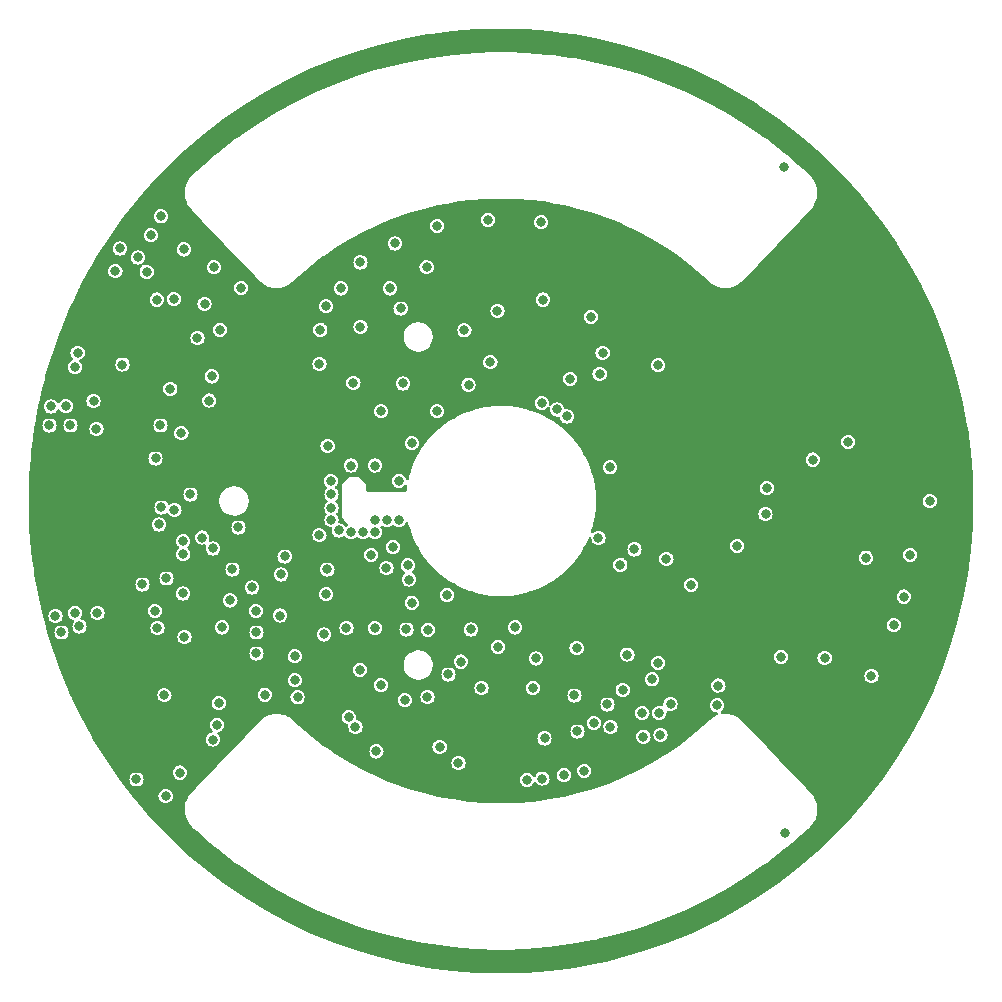
<source format=gbr>
%TF.GenerationSoftware,KiCad,Pcbnew,7.0.5.1-1-g8f565ef7f0-dirty-deb11*%
%TF.CreationDate,2023-06-28T16:47:18+00:00*%
%TF.ProjectId,USTTHUNDERMILLPCB01,55535454-4855-44e4-9445-524d494c4c50,rev?*%
%TF.SameCoordinates,Original*%
%TF.FileFunction,Copper,L3,Inr*%
%TF.FilePolarity,Positive*%
%FSLAX46Y46*%
G04 Gerber Fmt 4.6, Leading zero omitted, Abs format (unit mm)*
G04 Created by KiCad (PCBNEW 7.0.5.1-1-g8f565ef7f0-dirty-deb11) date 2023-06-28 16:47:18*
%MOMM*%
%LPD*%
G01*
G04 APERTURE LIST*
%TA.AperFunction,ViaPad*%
%ADD10C,0.800000*%
%TD*%
G04 APERTURE END LIST*
D10*
%TO.N,*%
X-20707000Y-12910000D03*
X-29089000Y-10751000D03*
X7050000Y-22850000D03*
X-27700000Y17100000D03*
X-1100000Y23800000D03*
X-27200000Y-23000000D03*
X-32650000Y19450000D03*
X5582000Y7156000D03*
X3550000Y17050000D03*
X-25300000Y-3100000D03*
X-14357000Y-1607000D03*
X1200000Y-10700000D03*
X-8642000Y-1607000D03*
X-24500000Y10550000D03*
X-14357000Y-591000D03*
X9011000Y-17228000D03*
X-11950000Y-14300000D03*
X-1657000Y-15831000D03*
X-7900000Y-5450000D03*
X-29300000Y-9300000D03*
X-5400000Y23300000D03*
X-28400000Y-25000000D03*
X-23600000Y-10700000D03*
X-24390000Y-4020000D03*
X5328000Y-23197000D03*
X-11000000Y-4550000D03*
X2700000Y-15831000D03*
X-10674000Y-10751000D03*
X-2546000Y-10878000D03*
X9265000Y-19133000D03*
X13300000Y11500000D03*
X-8650000Y1700000D03*
X-35693000Y-10624000D03*
X-6229000Y-16593000D03*
X-37725000Y-9735000D03*
X-12706000Y-2623000D03*
X-30867000Y-23578000D03*
X-10674000Y-2623000D03*
X-30740000Y20618000D03*
X-15300000Y14500000D03*
X-11900000Y14750500D03*
X-10166000Y-15577000D03*
X-24400000Y-20200000D03*
X-2750000Y9850000D03*
X-34250000Y6100000D03*
X-900000Y11750000D03*
X-38100000Y8000000D03*
X-36455000Y6394000D03*
X-28835000Y6394000D03*
X-9000000Y21800000D03*
X-25100000Y16700000D03*
X-5400000Y7600000D03*
X-8300000Y9950000D03*
X-29250000Y3600000D03*
X-11690000Y-2623000D03*
X-17450000Y-13150000D03*
X-28327000Y-6560000D03*
X-10150000Y7600000D03*
X-21088000Y-7322000D03*
X-13087000Y-10751000D03*
X-13550000Y18000000D03*
X34650000Y-4550000D03*
X-8007000Y-10878000D03*
X-35850000Y12550000D03*
X-14800000Y16500000D03*
X-17450000Y-15174500D03*
X-18700000Y-9700000D03*
X-11900000Y20200000D03*
X-9658000Y-1607000D03*
X-300000Y16100000D03*
X-12900000Y-18300000D03*
X-22916271Y-8416271D03*
X-36074000Y11347000D03*
X-30000000Y19400000D03*
X-4451000Y-14688000D03*
X-9150000Y-3893000D03*
X-34500000Y8450000D03*
X-14400000Y1695000D03*
X-38233000Y6394000D03*
X-8500000Y16300000D03*
X-34169000Y-9481000D03*
X-24700000Y8500000D03*
X-4578000Y-7957000D03*
X-10674000Y-1607000D03*
X6217000Y-16466000D03*
X-3400000Y-13600000D03*
X-20750000Y-9300000D03*
X-22231000Y-2242000D03*
X-12700000Y3000000D03*
X4750000Y7750000D03*
X34100000Y-8100000D03*
X-36836000Y8045000D03*
X-26803000Y-11513000D03*
X-12500000Y10000000D03*
X-8134000Y-16847000D03*
X-32264000Y21380000D03*
X5850000Y10350000D03*
X-9700000Y-5700500D03*
X-22739000Y-5798000D03*
X3450000Y8300000D03*
X-28800000Y24100000D03*
X33250000Y-10500000D03*
X-7550000Y4900000D03*
X-10650000Y3000000D03*
X-14357000Y552000D03*
X-22000000Y18050000D03*
X3400000Y23600000D03*
X31363000Y-14815000D03*
X-3100000Y14450000D03*
X-20707000Y-11132000D03*
X2950000Y-13330500D03*
X-9400000Y18000000D03*
X-14975500Y-11300000D03*
X-6200000Y-10900000D03*
X-24300000Y19800000D03*
X-20000000Y-16400000D03*
X-26850000Y21300000D03*
X8249000Y-3131000D03*
X-36074000Y-9481000D03*
X-26930000Y-7830000D03*
X-26900000Y-4500000D03*
X-13722000Y-2496000D03*
X-14800000Y-7900000D03*
X-29650000Y22500000D03*
X-32050000Y11550000D03*
X-37217000Y-11132000D03*
%TO.N,GNDA*%
X20000000Y-3800000D03*
X30900000Y-4800000D03*
X18400000Y-15630500D03*
X18300000Y-17300000D03*
X14000000Y-4900000D03*
X29400000Y5000000D03*
X16100000Y-7100000D03*
X26400000Y3500000D03*
%TO.N,+5V*%
X-6300000Y19800000D03*
X-30359000Y-7068000D03*
X-29150000Y17050000D03*
%TO.N,+3V3*%
X10300000Y-16000000D03*
X-15375500Y-2897131D03*
X-14700000Y-5800000D03*
X23700000Y-13200000D03*
X11300000Y-4100000D03*
X-260000Y-12340000D03*
%TO.N,/CPU/RST#_P*%
X13300000Y-13700000D03*
%TO.N,/CPU/PB6*%
X6400000Y-12450500D03*
%TO.N,/CPU/PB7*%
X10700000Y-13000000D03*
%TO.N,/CPU/PB5*%
X12800000Y-15100000D03*
%TO.N,/CPU/TIMEPULSE*%
X-7556958Y-8610980D03*
X7850000Y-18800000D03*
%TO.N,Net-(R8-Pad2)*%
X-18607259Y-6221663D03*
%TO.N,Net-(R9-Pad2)*%
X-15375500Y11600000D03*
%TO.N,/CPU/PC1*%
X-10550000Y-21200000D03*
X-28750000Y-550000D03*
X13500000Y-19800000D03*
X-27064068Y5741559D03*
X-3601511Y-22198489D03*
%TO.N,/CPU/PC0*%
X12050800Y-19950800D03*
X-26903972Y-3403972D03*
X-5200000Y-20824500D03*
X-28962000Y-1988000D03*
X-28000000Y9500000D03*
X-12325000Y-19133000D03*
%TO.N,/CPU/RX0*%
X-23900000Y-17100000D03*
X2200000Y-23600000D03*
%TO.N,/CPU/TX0*%
X-24050000Y-18950000D03*
X3500000Y-23500000D03*
%TO.N,/CPU/TX1*%
X-23800000Y14500000D03*
X6471000Y-19514000D03*
%TO.N,/CPU/RX1*%
X-25700000Y13800000D03*
X3684019Y-20100000D03*
%TO.N,/CPU/BTN*%
X13400000Y-17950000D03*
X27400000Y-13300000D03*
%TO.N,/CPU/GEO_STAT*%
X-27650000Y-750000D03*
X-26295000Y552000D03*
%TO.N,STATOR*%
X23920800Y28238000D03*
X24010000Y-28130000D03*
X36300000Y0D03*
%TO.N,PA1*%
X22500000Y1100000D03*
X22393273Y-1102453D03*
%TO.N,COUNT_2*%
X-7800000Y-6650000D03*
X11953000Y-17953000D03*
%TO.N,Net-(JP1-B)*%
X-28500000Y-16450000D03*
X-17224500Y-16624500D03*
%TO.N,Net-(R27-Pad2)*%
X7600000Y15600000D03*
%TO.N,Net-(R10-Pad2)*%
X-18324500Y-4700000D03*
%TO.N,Net-(R11-Pad2)*%
X-14680017Y4669983D03*
%TO.N,Net-(R28-Pad2)*%
X8600000Y12550000D03*
%TO.N,COUNT_3*%
X10100000Y-5400000D03*
X14350000Y-17200000D03*
X8350000Y10750000D03*
X9250000Y2850000D03*
%TO.N,ROTOR_GND*%
X13100000Y3000000D03*
X-21088000Y-3258000D03*
X14950000Y18550000D03*
X-38300000Y-5900000D03*
X-36600000Y-13000000D03*
X-4400000Y-22900000D03*
X-11700000Y3000000D03*
X7800000Y22350000D03*
X38900000Y0D03*
X33600000Y-6300000D03*
X35500000Y-3100000D03*
X-36500000Y-6000000D03*
X11800000Y6400000D03*
X-32100000Y-21700000D03*
X11300000Y20900000D03*
X13329000Y-16339000D03*
X10950000Y4500000D03*
X8884000Y-210000D03*
X-35100000Y-12100000D03*
X-6200000Y-22900000D03*
X-10650000Y1700000D03*
X-30500000Y-21000000D03*
X13000000Y-4000000D03*
X-37100000Y11800000D03*
X8200000Y7500000D03*
X7700000Y4500000D03*
X24900000Y-8400000D03*
X-9650000Y1700000D03*
X13550000Y150000D03*
%TD*%
%TA.AperFunction,Conductor*%
%TO.N,ROTOR_GND*%
G36*
X2091772Y39944740D02*
G01*
X2095035Y39944569D01*
X4179444Y39780529D01*
X4182708Y39780186D01*
X5147387Y39653156D01*
X6255679Y39507215D01*
X6258890Y39506707D01*
X8314777Y39125702D01*
X8317935Y39125031D01*
X10351107Y38636891D01*
X10354241Y38636050D01*
X12358983Y38042284D01*
X12362084Y38041278D01*
X14332973Y37343280D01*
X14336011Y37342114D01*
X16267151Y36542230D01*
X16267769Y36541974D01*
X16270782Y36540632D01*
X16608706Y36379456D01*
X18157921Y35640544D01*
X18160800Y35639076D01*
X19998307Y34641350D01*
X20001121Y34639725D01*
X21726583Y33582379D01*
X21783914Y33547247D01*
X21786681Y33545450D01*
X23509747Y32361229D01*
X23512417Y32359289D01*
X25171181Y31086412D01*
X25173714Y31084361D01*
X26473709Y29974091D01*
X26763606Y29726501D01*
X26766041Y29724309D01*
X28282781Y28285052D01*
X28285068Y28282765D01*
X29724304Y26766048D01*
X29726498Y26763611D01*
X30102763Y26323050D01*
X31084355Y25173724D01*
X31086409Y25171186D01*
X32359296Y23512410D01*
X32361236Y23509740D01*
X32947466Y22656761D01*
X33536295Y21800000D01*
X33545446Y21786686D01*
X33547242Y21783919D01*
X34639700Y20001160D01*
X34641348Y19998305D01*
X35639064Y18160834D01*
X35640563Y18157893D01*
X36540641Y16270770D01*
X36541976Y16267770D01*
X36736905Y15797158D01*
X37342098Y14336051D01*
X37343279Y14332974D01*
X38041271Y12362097D01*
X38042291Y12358956D01*
X38636049Y10354250D01*
X38636899Y10351080D01*
X39125022Y8317985D01*
X39125023Y8317982D01*
X39125708Y8314756D01*
X39494161Y6326603D01*
X39506701Y6258941D01*
X39507216Y6255686D01*
X39780186Y4182721D01*
X39780531Y4179438D01*
X39944576Y2095042D01*
X39944749Y2091747D01*
X39999456Y1650D01*
X39999456Y-1647D01*
X39944734Y-2091756D01*
X39944561Y-2095050D01*
X39780531Y-4179440D01*
X39780186Y-4182724D01*
X39507211Y-6255672D01*
X39506696Y-6258927D01*
X39125706Y-8314764D01*
X39125020Y-8317993D01*
X38961958Y-8997159D01*
X38638776Y-10343239D01*
X38636894Y-10351076D01*
X38636040Y-10354260D01*
X38042291Y-12358960D01*
X38041271Y-12362102D01*
X37343278Y-14332988D01*
X37342101Y-14336053D01*
X37018281Y-15117839D01*
X36541974Y-16267761D01*
X36540632Y-16270774D01*
X35640555Y-18157896D01*
X35639056Y-18160838D01*
X34641343Y-19998319D01*
X34639695Y-20001174D01*
X33547242Y-21783923D01*
X33545446Y-21786689D01*
X32361236Y-23509742D01*
X32359296Y-23512412D01*
X31086409Y-25171188D01*
X31084335Y-25173750D01*
X29726489Y-26763625D01*
X29724283Y-26766076D01*
X28285093Y-28282747D01*
X28282758Y-28285082D01*
X26766037Y-29724319D01*
X26763586Y-29726525D01*
X25173743Y-31084342D01*
X25171181Y-31086416D01*
X23512409Y-32359294D01*
X23509739Y-32361234D01*
X21786673Y-33545458D01*
X21783907Y-33547255D01*
X20001151Y-34639713D01*
X19998296Y-34641361D01*
X18160816Y-35639073D01*
X18157890Y-35640564D01*
X17449012Y-35978671D01*
X16270783Y-36540641D01*
X16267770Y-36541983D01*
X14336033Y-37342106D01*
X14332956Y-37343287D01*
X13066552Y-37791791D01*
X12362080Y-38041282D01*
X12358952Y-38042299D01*
X10354248Y-38636056D01*
X10351077Y-38636906D01*
X8873078Y-38991751D01*
X8317970Y-39125024D01*
X8314743Y-39125710D01*
X6258933Y-39506709D01*
X6255677Y-39507224D01*
X4182717Y-39780185D01*
X4179435Y-39780530D01*
X2095039Y-39944576D01*
X2091744Y-39944749D01*
X1648Y-39999456D01*
X-1649Y-39999456D01*
X-2091755Y-39944734D01*
X-2095049Y-39944561D01*
X-4179439Y-39780531D01*
X-4182723Y-39780186D01*
X-6255675Y-39507211D01*
X-6258930Y-39506696D01*
X-8314767Y-39125706D01*
X-8317996Y-39125020D01*
X-8358411Y-39115316D01*
X-10351100Y-38636888D01*
X-10354263Y-38636040D01*
X-12358969Y-38042289D01*
X-12362111Y-38041269D01*
X-14332980Y-37343280D01*
X-14336032Y-37342109D01*
X-16267006Y-36542287D01*
X-16267762Y-36541974D01*
X-16270775Y-36540633D01*
X-18157899Y-35640555D01*
X-18160841Y-35639056D01*
X-19998312Y-34641348D01*
X-20001149Y-34639710D01*
X-21357889Y-33808313D01*
X-21783925Y-33547242D01*
X-21786692Y-33545446D01*
X-23509745Y-32361236D01*
X-23512415Y-32359296D01*
X-25171191Y-31086409D01*
X-25173744Y-31084342D01*
X-26323363Y-30102500D01*
X-26763617Y-29726498D01*
X-26766054Y-29724304D01*
X-28282769Y-28285070D01*
X-28285058Y-28282781D01*
X-29724325Y-26766031D01*
X-29726517Y-26763596D01*
X-29973020Y-26474970D01*
X-30300949Y-26091003D01*
X-26786500Y-26091003D01*
X-26742801Y-26506887D01*
X-26742798Y-26506899D01*
X-26613600Y-26904500D01*
X-26404502Y-27266599D01*
X-26124695Y-27577306D01*
X-26124691Y-27577310D01*
X-25958100Y-27735397D01*
X-25525712Y-28145786D01*
X-25525703Y-28145801D01*
X-25525699Y-28145798D01*
X-25426999Y-28239501D01*
X-25374206Y-28284596D01*
X-25141703Y-28483197D01*
X-25141699Y-28483200D01*
X-24833399Y-28746505D01*
X-24612539Y-28935071D01*
X-24612510Y-28935115D01*
X-24612500Y-28935104D01*
X-24479833Y-29048472D01*
X-24435535Y-29086273D01*
X-24435509Y-29086313D01*
X-24435500Y-29086303D01*
X-23993800Y-29463500D01*
X-22498499Y-30610900D01*
X-22160300Y-30856704D01*
X-20606999Y-31924201D01*
X-19000000Y-32908996D01*
X-17343699Y-33808303D01*
X-15642500Y-34619705D01*
X-15260600Y-34789703D01*
X-13519299Y-35511001D01*
X-11742600Y-36140098D01*
X-9935521Y-36675399D01*
X-8102849Y-37115402D01*
X-8102837Y-37115405D01*
X-7940847Y-37149863D01*
X-7693879Y-37202400D01*
X-7693852Y-37202405D01*
X-7693833Y-37202409D01*
X-7064823Y-37318965D01*
X-5840699Y-37545799D01*
X-3972081Y-37791793D01*
X-3212674Y-37851571D01*
X-2093166Y-37939696D01*
X-2093156Y-37939696D01*
X-2093148Y-37939697D01*
X-209057Y-37988998D01*
X-209023Y-37988998D01*
X209022Y-37988998D01*
X209056Y-37988998D01*
X2093147Y-37939697D01*
X2093155Y-37939696D01*
X2093164Y-37939696D01*
X3001290Y-37868210D01*
X3972076Y-37791793D01*
X5840698Y-37545799D01*
X7309646Y-37273599D01*
X7693831Y-37202409D01*
X7693842Y-37202406D01*
X7693878Y-37202400D01*
X8017883Y-37133475D01*
X8102831Y-37115405D01*
X8102837Y-37115403D01*
X8102844Y-37115402D01*
X9935516Y-36675399D01*
X11742595Y-36140098D01*
X13519294Y-35511001D01*
X15260597Y-34789703D01*
X15642494Y-34619705D01*
X17343696Y-33808303D01*
X18999996Y-32908996D01*
X20606994Y-31924201D01*
X22160293Y-30856704D01*
X22498489Y-30610900D01*
X23993789Y-29463500D01*
X24435493Y-29086303D01*
X24435501Y-29086313D01*
X24435532Y-29086269D01*
X24455163Y-29069519D01*
X24479836Y-29048468D01*
X24612473Y-28935123D01*
X24833404Y-28746498D01*
X25141696Y-28483198D01*
X25427000Y-28239502D01*
X25427008Y-28239494D01*
X25525695Y-28145797D01*
X25525697Y-28145799D01*
X25525704Y-28145787D01*
X25958099Y-27735397D01*
X26124694Y-27577301D01*
X26404495Y-27266601D01*
X26627156Y-26908907D01*
X26756352Y-26511301D01*
X26786499Y-26091003D01*
X26742797Y-25675201D01*
X26742795Y-25675194D01*
X26613603Y-25277608D01*
X26613602Y-25277606D01*
X26613601Y-25277603D01*
X26404495Y-24915496D01*
X26404494Y-24915494D01*
X26207934Y-24697160D01*
X26124694Y-24604698D01*
X25816696Y-24280502D01*
X25816695Y-24280500D01*
X25457885Y-23902837D01*
X25291406Y-23727609D01*
X25291399Y-23727597D01*
X25291397Y-23727600D01*
X24700500Y-23105499D01*
X24337102Y-22723023D01*
X24045390Y-22415995D01*
X23551100Y-21895646D01*
X23328201Y-21660995D01*
X22550699Y-20842599D01*
X22550697Y-20842596D01*
X22550697Y-20842597D01*
X21714996Y-19962898D01*
X21714995Y-19962896D01*
X20828539Y-19029804D01*
X20823497Y-19024497D01*
X20341197Y-18516799D01*
X20341194Y-18516797D01*
X20009005Y-18275463D01*
X20002998Y-18271099D01*
X20002997Y-18271098D01*
X20002995Y-18271097D01*
X19620997Y-18100996D01*
X19212000Y-18014099D01*
X19211997Y-18014099D01*
X18793899Y-18014099D01*
X18793892Y-18014099D01*
X18732612Y-18027119D01*
X18661821Y-18021710D01*
X18605193Y-17978888D01*
X18580706Y-17912248D01*
X18596134Y-17842948D01*
X18629721Y-17803909D01*
X18728282Y-17728282D01*
X18824536Y-17602841D01*
X18885044Y-17456762D01*
X18905682Y-17300000D01*
X18885044Y-17143238D01*
X18824536Y-16997159D01*
X18728282Y-16871718D01*
X18602841Y-16775464D01*
X18593798Y-16771718D01*
X18456760Y-16714955D01*
X18300000Y-16694318D01*
X18143239Y-16714955D01*
X17997160Y-16775463D01*
X17997157Y-16775465D01*
X17871718Y-16871718D01*
X17775465Y-16997157D01*
X17775463Y-16997160D01*
X17714955Y-17143239D01*
X17694318Y-17299999D01*
X17694318Y-17300000D01*
X17714955Y-17456760D01*
X17745641Y-17530841D01*
X17775464Y-17602841D01*
X17871718Y-17728282D01*
X17997159Y-17824536D01*
X18143238Y-17885044D01*
X18261182Y-17900571D01*
X18326108Y-17929293D01*
X18365200Y-17988558D01*
X18366045Y-18059550D01*
X18328375Y-18119729D01*
X18296001Y-18140592D01*
X18003002Y-18271097D01*
X18002991Y-18271103D01*
X17664701Y-18516797D01*
X17664699Y-18516798D01*
X17130896Y-19023360D01*
X17128445Y-19025567D01*
X16032251Y-19961827D01*
X16029688Y-19963903D01*
X15051806Y-20714296D01*
X15049136Y-20716236D01*
X14033354Y-21414368D01*
X14030594Y-21416159D01*
X13684410Y-21628282D01*
X12801417Y-22169329D01*
X12798563Y-22170977D01*
X11531554Y-22858913D01*
X11528618Y-22860409D01*
X10416180Y-23391093D01*
X10413161Y-23392437D01*
X9274454Y-23864063D01*
X9271374Y-23865245D01*
X7912388Y-24346452D01*
X7909252Y-24347471D01*
X6526964Y-24756928D01*
X6523777Y-24757782D01*
X5325257Y-25045516D01*
X5322036Y-25046200D01*
X4634122Y-25173750D01*
X4110160Y-25270900D01*
X4106897Y-25271417D01*
X2677570Y-25459584D01*
X2674287Y-25459929D01*
X1237068Y-25572974D01*
X1233779Y-25573147D01*
X1651Y-25605455D01*
X-1653Y-25605455D01*
X-1233781Y-25573147D01*
X-1237070Y-25572974D01*
X-2674282Y-25459929D01*
X-2677565Y-25459584D01*
X-4106896Y-25271417D01*
X-4110151Y-25270901D01*
X-5322046Y-25046199D01*
X-5325259Y-25045516D01*
X-6523775Y-24757782D01*
X-6526957Y-24756929D01*
X-7909262Y-24347467D01*
X-7912387Y-24346452D01*
X-9271370Y-23865248D01*
X-9274450Y-23864066D01*
X-9912015Y-23600000D01*
X1594318Y-23600000D01*
X1614955Y-23756760D01*
X1659402Y-23864063D01*
X1675464Y-23902841D01*
X1771718Y-24028282D01*
X1897159Y-24124536D01*
X2043238Y-24185044D01*
X2200000Y-24205682D01*
X2356762Y-24185044D01*
X2502841Y-24124536D01*
X2628282Y-24028282D01*
X2724536Y-23902841D01*
X2755888Y-23827148D01*
X2800435Y-23771869D01*
X2867798Y-23749448D01*
X2936589Y-23767006D01*
X2972258Y-23798664D01*
X3071715Y-23928279D01*
X3071716Y-23928280D01*
X3071718Y-23928282D01*
X3197159Y-24024536D01*
X3343238Y-24085044D01*
X3500000Y-24105682D01*
X3656762Y-24085044D01*
X3802841Y-24024536D01*
X3928282Y-23928282D01*
X4024536Y-23802841D01*
X4085044Y-23656762D01*
X4105682Y-23500000D01*
X4099847Y-23455682D01*
X4089164Y-23374534D01*
X4085044Y-23343238D01*
X4024536Y-23197159D01*
X4024414Y-23197000D01*
X4722318Y-23197000D01*
X4742955Y-23353760D01*
X4780019Y-23443239D01*
X4803464Y-23499841D01*
X4899718Y-23625282D01*
X5025159Y-23721536D01*
X5171238Y-23782044D01*
X5328000Y-23802682D01*
X5484762Y-23782044D01*
X5630841Y-23721536D01*
X5756282Y-23625282D01*
X5852536Y-23499841D01*
X5913044Y-23353762D01*
X5933682Y-23197000D01*
X5913044Y-23040238D01*
X5852536Y-22894159D01*
X5818652Y-22850000D01*
X6444318Y-22850000D01*
X6464955Y-23006760D01*
X6484301Y-23053464D01*
X6525464Y-23152841D01*
X6621718Y-23278282D01*
X6747159Y-23374536D01*
X6893238Y-23435044D01*
X6955478Y-23443238D01*
X7049999Y-23455682D01*
X7049999Y-23455681D01*
X7050000Y-23455682D01*
X7206762Y-23435044D01*
X7352841Y-23374536D01*
X7478282Y-23278282D01*
X7574536Y-23152841D01*
X7635044Y-23006762D01*
X7655682Y-22850000D01*
X7646931Y-22783533D01*
X7644981Y-22768718D01*
X7635044Y-22693238D01*
X7574536Y-22547159D01*
X7478282Y-22421718D01*
X7352841Y-22325464D01*
X7206762Y-22264956D01*
X7206760Y-22264955D01*
X7050000Y-22244318D01*
X6893239Y-22264955D01*
X6747160Y-22325463D01*
X6747157Y-22325465D01*
X6621718Y-22421718D01*
X6525465Y-22547157D01*
X6525463Y-22547160D01*
X6464955Y-22693239D01*
X6444318Y-22849999D01*
X6444318Y-22850000D01*
X5818652Y-22850000D01*
X5756282Y-22768718D01*
X5630841Y-22672464D01*
X5520527Y-22626770D01*
X5484760Y-22611955D01*
X5328000Y-22591318D01*
X5171239Y-22611955D01*
X5025160Y-22672463D01*
X5025157Y-22672465D01*
X4899718Y-22768718D01*
X4803465Y-22894157D01*
X4803463Y-22894160D01*
X4742955Y-23040239D01*
X4722318Y-23196999D01*
X4722318Y-23197000D01*
X4024414Y-23197000D01*
X3928282Y-23071718D01*
X3802841Y-22975464D01*
X3656762Y-22914956D01*
X3656760Y-22914955D01*
X3500000Y-22894318D01*
X3343239Y-22914955D01*
X3197160Y-22975463D01*
X3197157Y-22975465D01*
X3071718Y-23071718D01*
X2975465Y-23197157D01*
X2975461Y-23197164D01*
X2944111Y-23272850D01*
X2899563Y-23328131D01*
X2832199Y-23350551D01*
X2763408Y-23332992D01*
X2727740Y-23301335D01*
X2710050Y-23278281D01*
X2628282Y-23171718D01*
X2502841Y-23075464D01*
X2493798Y-23071718D01*
X2356760Y-23014955D01*
X2200000Y-22994318D01*
X2043239Y-23014955D01*
X1897160Y-23075463D01*
X1897157Y-23075465D01*
X1771718Y-23171718D01*
X1675465Y-23297157D01*
X1675463Y-23297160D01*
X1614955Y-23443239D01*
X1594318Y-23599999D01*
X1594318Y-23600000D01*
X-9912015Y-23600000D01*
X-10413165Y-23392434D01*
X-10416184Y-23391090D01*
X-11528616Y-22860409D01*
X-11531552Y-22858913D01*
X-12747891Y-22198489D01*
X-4207193Y-22198489D01*
X-4186556Y-22355249D01*
X-4136761Y-22475463D01*
X-4126047Y-22501330D01*
X-4029793Y-22626771D01*
X-3904352Y-22723025D01*
X-3758273Y-22783533D01*
X-3679893Y-22793851D01*
X-3601512Y-22804171D01*
X-3601512Y-22804170D01*
X-3601511Y-22804171D01*
X-3444749Y-22783533D01*
X-3298670Y-22723025D01*
X-3173229Y-22626771D01*
X-3076975Y-22501330D01*
X-3016467Y-22355251D01*
X-2995829Y-22198489D01*
X-3016467Y-22041727D01*
X-3076975Y-21895648D01*
X-3173229Y-21770207D01*
X-3298670Y-21673953D01*
X-3329948Y-21660997D01*
X-3444751Y-21613444D01*
X-3601511Y-21592807D01*
X-3758272Y-21613444D01*
X-3904351Y-21673952D01*
X-3904354Y-21673954D01*
X-4029793Y-21770207D01*
X-4126046Y-21895646D01*
X-4126048Y-21895649D01*
X-4186556Y-22041728D01*
X-4207193Y-22198488D01*
X-4207193Y-22198489D01*
X-12747891Y-22198489D01*
X-12798561Y-22170977D01*
X-12801415Y-22169329D01*
X-13009662Y-22041727D01*
X-14030610Y-21416148D01*
X-14033337Y-21414377D01*
X-14345257Y-21200000D01*
X-11155682Y-21200000D01*
X-11135045Y-21356760D01*
X-11104632Y-21430182D01*
X-11074536Y-21502841D01*
X-10978282Y-21628282D01*
X-10852841Y-21724536D01*
X-10706762Y-21785044D01*
X-10550000Y-21805682D01*
X-10393238Y-21785044D01*
X-10247159Y-21724536D01*
X-10121718Y-21628282D01*
X-10025464Y-21502841D01*
X-9964956Y-21356762D01*
X-9944318Y-21200000D01*
X-9964956Y-21043238D01*
X-10025464Y-20897159D01*
X-10081217Y-20824500D01*
X-5805682Y-20824500D01*
X-5785045Y-20981260D01*
X-5785044Y-20981262D01*
X-5724536Y-21127341D01*
X-5628282Y-21252782D01*
X-5502841Y-21349036D01*
X-5356762Y-21409544D01*
X-5278381Y-21419862D01*
X-5200001Y-21430182D01*
X-5200001Y-21430181D01*
X-5200000Y-21430182D01*
X-5043238Y-21409544D01*
X-4897159Y-21349036D01*
X-4771718Y-21252782D01*
X-4675464Y-21127341D01*
X-4614956Y-20981262D01*
X-4594318Y-20824500D01*
X-4614956Y-20667738D01*
X-4675464Y-20521659D01*
X-4771718Y-20396218D01*
X-4897159Y-20299964D01*
X-5001457Y-20256762D01*
X-5043240Y-20239455D01*
X-5200000Y-20218818D01*
X-5356761Y-20239455D01*
X-5502840Y-20299963D01*
X-5502843Y-20299965D01*
X-5628282Y-20396218D01*
X-5724535Y-20521657D01*
X-5724537Y-20521660D01*
X-5785045Y-20667739D01*
X-5805682Y-20824499D01*
X-5805682Y-20824500D01*
X-10081217Y-20824500D01*
X-10121718Y-20771718D01*
X-10247159Y-20675464D01*
X-10265808Y-20667739D01*
X-10393240Y-20614955D01*
X-10550000Y-20594318D01*
X-10706761Y-20614955D01*
X-10852840Y-20675463D01*
X-10852843Y-20675465D01*
X-10978282Y-20771718D01*
X-11074535Y-20897157D01*
X-11074537Y-20897160D01*
X-11135045Y-21043239D01*
X-11155682Y-21199999D01*
X-11155682Y-21200000D01*
X-14345257Y-21200000D01*
X-14865282Y-20842597D01*
X-15049138Y-20716236D01*
X-15051808Y-20714296D01*
X-15559730Y-20324534D01*
X-15852334Y-20100000D01*
X3078337Y-20100000D01*
X3098974Y-20256760D01*
X3156740Y-20396218D01*
X3159483Y-20402841D01*
X3255737Y-20528282D01*
X3381178Y-20624536D01*
X3527257Y-20685044D01*
X3684019Y-20705682D01*
X3840781Y-20685044D01*
X3986860Y-20624536D01*
X4112301Y-20528282D01*
X4208555Y-20402841D01*
X4269063Y-20256762D01*
X4289701Y-20100000D01*
X4269063Y-19943238D01*
X4208555Y-19797159D01*
X4112301Y-19671718D01*
X3986860Y-19575464D01*
X3982339Y-19573591D01*
X3840779Y-19514955D01*
X3833525Y-19514000D01*
X5865318Y-19514000D01*
X5885955Y-19670760D01*
X5938311Y-19797157D01*
X5946464Y-19816841D01*
X6042718Y-19942282D01*
X6168159Y-20038536D01*
X6314238Y-20099044D01*
X6343087Y-20102842D01*
X6470999Y-20119682D01*
X6470999Y-20119681D01*
X6471000Y-20119682D01*
X6627762Y-20099044D01*
X6773841Y-20038536D01*
X6888181Y-19950800D01*
X11445118Y-19950800D01*
X11465755Y-20107560D01*
X11515760Y-20228281D01*
X11526264Y-20253641D01*
X11622518Y-20379082D01*
X11747959Y-20475336D01*
X11894038Y-20535844D01*
X11972418Y-20546162D01*
X12050799Y-20556482D01*
X12050799Y-20556481D01*
X12050800Y-20556482D01*
X12207562Y-20535844D01*
X12353641Y-20475336D01*
X12479082Y-20379082D01*
X12575336Y-20253641D01*
X12635844Y-20107562D01*
X12656482Y-19950800D01*
X12655486Y-19943238D01*
X12636629Y-19800000D01*
X12894318Y-19800000D01*
X12914955Y-19956760D01*
X12950776Y-20043238D01*
X12975464Y-20102841D01*
X13071718Y-20228282D01*
X13197159Y-20324536D01*
X13343238Y-20385044D01*
X13500000Y-20405682D01*
X13656762Y-20385044D01*
X13802841Y-20324536D01*
X13928282Y-20228282D01*
X14024536Y-20102841D01*
X14085044Y-19956762D01*
X14105682Y-19800000D01*
X14100903Y-19763703D01*
X14088793Y-19671718D01*
X14085044Y-19643238D01*
X14024536Y-19497159D01*
X13928282Y-19371718D01*
X13802841Y-19275464D01*
X13748225Y-19252841D01*
X13656760Y-19214955D01*
X13500000Y-19194318D01*
X13343239Y-19214955D01*
X13197160Y-19275463D01*
X13197157Y-19275465D01*
X13071718Y-19371718D01*
X12975465Y-19497157D01*
X12975463Y-19497160D01*
X12914955Y-19643239D01*
X12894318Y-19799999D01*
X12894318Y-19800000D01*
X12636629Y-19800000D01*
X12636255Y-19797159D01*
X12635844Y-19794038D01*
X12575336Y-19647959D01*
X12479082Y-19522518D01*
X12353641Y-19426264D01*
X12254128Y-19385044D01*
X12207560Y-19365755D01*
X12050800Y-19345118D01*
X11894039Y-19365755D01*
X11747960Y-19426263D01*
X11747957Y-19426265D01*
X11622518Y-19522518D01*
X11526265Y-19647957D01*
X11526263Y-19647960D01*
X11465755Y-19794039D01*
X11445118Y-19950799D01*
X11445118Y-19950800D01*
X6888181Y-19950800D01*
X6899282Y-19942282D01*
X6995536Y-19816841D01*
X7056044Y-19670762D01*
X7076682Y-19514000D01*
X7071486Y-19474536D01*
X7062422Y-19405682D01*
X7056044Y-19357238D01*
X6995536Y-19211159D01*
X6899282Y-19085718D01*
X6773841Y-18989464D01*
X6772613Y-18988955D01*
X6627760Y-18928955D01*
X6471000Y-18908318D01*
X6314239Y-18928955D01*
X6168160Y-18989463D01*
X6168157Y-18989465D01*
X6042718Y-19085718D01*
X5946465Y-19211157D01*
X5946463Y-19211160D01*
X5885955Y-19357239D01*
X5865318Y-19513999D01*
X5865318Y-19514000D01*
X3833525Y-19514000D01*
X3684019Y-19494318D01*
X3527258Y-19514955D01*
X3381179Y-19575463D01*
X3381176Y-19575465D01*
X3255737Y-19671718D01*
X3159484Y-19797157D01*
X3159482Y-19797160D01*
X3098974Y-19943239D01*
X3078337Y-20099999D01*
X3078337Y-20100000D01*
X-15852334Y-20100000D01*
X-16029703Y-19963893D01*
X-16032253Y-19961827D01*
X-16038186Y-19956760D01*
X-16556579Y-19513999D01*
X-17128445Y-19025567D01*
X-17130896Y-19023360D01*
X-17664699Y-18516798D01*
X-17664701Y-18516797D01*
X-17666987Y-18515137D01*
X-17822086Y-18402492D01*
X-17963205Y-18300000D01*
X-13505682Y-18300000D01*
X-13485045Y-18456760D01*
X-13448966Y-18543861D01*
X-13424536Y-18602841D01*
X-13328282Y-18728282D01*
X-13202841Y-18824536D01*
X-13056762Y-18885044D01*
X-13030438Y-18888509D01*
X-13025665Y-18889138D01*
X-12960737Y-18917860D01*
X-12921646Y-18977126D01*
X-12917189Y-19030506D01*
X-12930682Y-19132999D01*
X-12930682Y-19133000D01*
X-12910045Y-19289760D01*
X-12853503Y-19426263D01*
X-12849536Y-19435841D01*
X-12753282Y-19561282D01*
X-12627841Y-19657536D01*
X-12481762Y-19718044D01*
X-12325000Y-19738682D01*
X-12168238Y-19718044D01*
X-12022159Y-19657536D01*
X-11896718Y-19561282D01*
X-11800464Y-19435841D01*
X-11739956Y-19289762D01*
X-11719318Y-19133000D01*
X-11722773Y-19106760D01*
X-11739956Y-18976239D01*
X-11748023Y-18956762D01*
X-11800464Y-18830159D01*
X-11823606Y-18800000D01*
X7244318Y-18800000D01*
X7264955Y-18956760D01*
X7278502Y-18989464D01*
X7325464Y-19102841D01*
X7421718Y-19228282D01*
X7547159Y-19324536D01*
X7693238Y-19385044D01*
X7850000Y-19405682D01*
X8006762Y-19385044D01*
X8152841Y-19324536D01*
X8278282Y-19228282D01*
X8351394Y-19133000D01*
X8659318Y-19133000D01*
X8679955Y-19289760D01*
X8736497Y-19426263D01*
X8740464Y-19435841D01*
X8836718Y-19561282D01*
X8962159Y-19657536D01*
X9108238Y-19718044D01*
X9186618Y-19728362D01*
X9264999Y-19738682D01*
X9264999Y-19738681D01*
X9265000Y-19738682D01*
X9421762Y-19718044D01*
X9567841Y-19657536D01*
X9693282Y-19561282D01*
X9789536Y-19435841D01*
X9850044Y-19289762D01*
X9870682Y-19133000D01*
X9867227Y-19106760D01*
X9850044Y-18976239D01*
X9841977Y-18956762D01*
X9789536Y-18830159D01*
X9693282Y-18704718D01*
X9567841Y-18608464D01*
X9554269Y-18602842D01*
X9421760Y-18547955D01*
X9265000Y-18527318D01*
X9108239Y-18547955D01*
X8962160Y-18608463D01*
X8962157Y-18608465D01*
X8836718Y-18704718D01*
X8740465Y-18830157D01*
X8740464Y-18830159D01*
X8684553Y-18965141D01*
X8683427Y-18967859D01*
X8666425Y-18988955D01*
X8673259Y-19026827D01*
X8672903Y-19029804D01*
X8659318Y-19132998D01*
X8659318Y-19133000D01*
X8351394Y-19133000D01*
X8374536Y-19102841D01*
X8431574Y-18965137D01*
X8448572Y-18944044D01*
X8441740Y-18906171D01*
X8442096Y-18903193D01*
X8443947Y-18889138D01*
X8455682Y-18800000D01*
X8435044Y-18643238D01*
X8374536Y-18497159D01*
X8278282Y-18371718D01*
X8152841Y-18275464D01*
X8142311Y-18271102D01*
X8006760Y-18214955D01*
X7850000Y-18194318D01*
X7693239Y-18214955D01*
X7547160Y-18275463D01*
X7547157Y-18275465D01*
X7421718Y-18371718D01*
X7325465Y-18497157D01*
X7325463Y-18497160D01*
X7264955Y-18643239D01*
X7244318Y-18799999D01*
X7244318Y-18800000D01*
X-11823606Y-18800000D01*
X-11896718Y-18704718D01*
X-12022159Y-18608464D01*
X-12035732Y-18602842D01*
X-12064946Y-18590741D01*
X-12168238Y-18547956D01*
X-12174750Y-18547098D01*
X-12199339Y-18543861D01*
X-12264266Y-18515137D01*
X-12303356Y-18455871D01*
X-12307812Y-18402495D01*
X-12294318Y-18300000D01*
X-12314956Y-18143238D01*
X-12375464Y-17997159D01*
X-12409348Y-17953000D01*
X11347318Y-17953000D01*
X11367955Y-18109760D01*
X11427221Y-18252839D01*
X11428464Y-18255841D01*
X11524718Y-18381282D01*
X11650159Y-18477536D01*
X11796238Y-18538044D01*
X11953000Y-18558682D01*
X12109762Y-18538044D01*
X12255841Y-18477536D01*
X12381282Y-18381282D01*
X12477536Y-18255841D01*
X12538044Y-18109762D01*
X12551775Y-18005458D01*
X12575555Y-17951702D01*
X12777262Y-17951702D01*
X12801192Y-18002491D01*
X12801619Y-18005459D01*
X12814955Y-18106760D01*
X12816199Y-18109762D01*
X12875464Y-18252841D01*
X12971718Y-18378282D01*
X13097159Y-18474536D01*
X13243238Y-18535044D01*
X13310210Y-18543861D01*
X13399999Y-18555682D01*
X13399999Y-18555681D01*
X13400000Y-18555682D01*
X13556762Y-18535044D01*
X13702841Y-18474536D01*
X13828282Y-18378282D01*
X13924536Y-18252841D01*
X13985044Y-18106762D01*
X14005682Y-17950000D01*
X14000380Y-17909730D01*
X14011319Y-17839584D01*
X14058446Y-17786485D01*
X14126800Y-17767294D01*
X14173517Y-17776875D01*
X14193238Y-17785044D01*
X14204184Y-17786485D01*
X14349999Y-17805682D01*
X14349999Y-17805681D01*
X14350000Y-17805682D01*
X14506762Y-17785044D01*
X14652841Y-17724536D01*
X14778282Y-17628282D01*
X14874536Y-17502841D01*
X14935044Y-17356762D01*
X14955682Y-17200000D01*
X14955508Y-17198682D01*
X14935044Y-17043239D01*
X14925950Y-17021282D01*
X14874536Y-16897159D01*
X14778282Y-16771718D01*
X14652841Y-16675464D01*
X14643798Y-16671718D01*
X14506760Y-16614955D01*
X14350000Y-16594318D01*
X14193239Y-16614955D01*
X14047160Y-16675463D01*
X14047157Y-16675465D01*
X13921718Y-16771718D01*
X13825465Y-16897157D01*
X13825463Y-16897160D01*
X13764955Y-17043239D01*
X13744318Y-17199999D01*
X13744318Y-17200001D01*
X13749619Y-17240269D01*
X13738679Y-17310417D01*
X13691551Y-17363516D01*
X13623197Y-17382705D01*
X13576481Y-17373124D01*
X13556760Y-17364955D01*
X13400000Y-17344318D01*
X13243239Y-17364955D01*
X13097160Y-17425463D01*
X13097157Y-17425465D01*
X12971718Y-17521718D01*
X12875465Y-17647157D01*
X12875463Y-17647160D01*
X12814955Y-17793239D01*
X12801224Y-17897540D01*
X12777262Y-17951702D01*
X12575555Y-17951702D01*
X12575735Y-17951295D01*
X12551807Y-17900507D01*
X12551385Y-17897576D01*
X12538044Y-17796238D01*
X12477536Y-17650159D01*
X12381282Y-17524718D01*
X12255841Y-17428464D01*
X12248599Y-17425464D01*
X12109760Y-17367955D01*
X11953000Y-17347318D01*
X11796239Y-17367955D01*
X11650160Y-17428463D01*
X11650157Y-17428465D01*
X11524718Y-17524718D01*
X11428465Y-17650157D01*
X11428463Y-17650160D01*
X11367955Y-17796239D01*
X11347318Y-17952999D01*
X11347318Y-17953000D01*
X-12409348Y-17953000D01*
X-12471718Y-17871718D01*
X-12597159Y-17775464D01*
X-12652516Y-17752534D01*
X-12743240Y-17714955D01*
X-12900000Y-17694318D01*
X-13056761Y-17714955D01*
X-13202840Y-17775463D01*
X-13202843Y-17775465D01*
X-13328282Y-17871718D01*
X-13424535Y-17997157D01*
X-13424537Y-17997160D01*
X-13485045Y-18143239D01*
X-13505682Y-18299999D01*
X-13505682Y-18300000D01*
X-17963205Y-18300000D01*
X-18002993Y-18271103D01*
X-18002995Y-18271101D01*
X-18002999Y-18271099D01*
X-18250549Y-18160838D01*
X-18384899Y-18100997D01*
X-18384901Y-18100996D01*
X-18793894Y-18014099D01*
X-18793898Y-18014099D01*
X-19211998Y-18014099D01*
X-19212002Y-18014099D01*
X-19620998Y-18100996D01*
X-19621000Y-18100996D01*
X-20002997Y-18271097D01*
X-20003004Y-18271102D01*
X-20341198Y-18516798D01*
X-20767111Y-18965141D01*
X-20823498Y-19024497D01*
X-20825712Y-19026827D01*
X-21714999Y-19962896D01*
X-21714999Y-19962898D01*
X-22550698Y-20842597D01*
X-23328198Y-21660995D01*
X-23328201Y-21660997D01*
X-24045395Y-22415995D01*
X-24231578Y-22611955D01*
X-24700499Y-23105499D01*
X-25291400Y-23727600D01*
X-25385981Y-23827151D01*
X-25816700Y-24280500D01*
X-25816699Y-24280501D01*
X-26124670Y-24604666D01*
X-26124684Y-24604681D01*
X-26404501Y-24915496D01*
X-26613601Y-25277606D01*
X-26720209Y-25605682D01*
X-26742799Y-25675201D01*
X-26786500Y-26091003D01*
X-30300949Y-26091003D01*
X-31084366Y-25173714D01*
X-31086417Y-25171181D01*
X-31217775Y-25000000D01*
X-29005682Y-25000000D01*
X-28985045Y-25156760D01*
X-28937766Y-25270900D01*
X-28924536Y-25302841D01*
X-28828282Y-25428282D01*
X-28702841Y-25524536D01*
X-28556762Y-25585044D01*
X-28400000Y-25605682D01*
X-28243238Y-25585044D01*
X-28097159Y-25524536D01*
X-27971718Y-25428282D01*
X-27875464Y-25302841D01*
X-27814956Y-25156762D01*
X-27794318Y-25000000D01*
X-27814956Y-24843238D01*
X-27875464Y-24697159D01*
X-27971718Y-24571718D01*
X-28097159Y-24475464D01*
X-28243238Y-24414956D01*
X-28243240Y-24414955D01*
X-28400000Y-24394318D01*
X-28556761Y-24414955D01*
X-28702840Y-24475463D01*
X-28702843Y-24475465D01*
X-28828282Y-24571718D01*
X-28924535Y-24697157D01*
X-28924537Y-24697160D01*
X-28985045Y-24843239D01*
X-29005682Y-24999999D01*
X-29005682Y-25000000D01*
X-31217775Y-25000000D01*
X-32308969Y-23578000D01*
X-31472682Y-23578000D01*
X-31452045Y-23734760D01*
X-31398484Y-23864066D01*
X-31391536Y-23880841D01*
X-31295282Y-24006282D01*
X-31169841Y-24102536D01*
X-31023762Y-24163044D01*
X-30945381Y-24173363D01*
X-30867001Y-24183682D01*
X-30867001Y-24183681D01*
X-30867000Y-24183682D01*
X-30710238Y-24163044D01*
X-30564159Y-24102536D01*
X-30438718Y-24006282D01*
X-30342464Y-23880841D01*
X-30281956Y-23734762D01*
X-30261318Y-23578000D01*
X-30270047Y-23511700D01*
X-30279060Y-23443238D01*
X-30281956Y-23421238D01*
X-30342464Y-23275159D01*
X-30438718Y-23149718D01*
X-30564159Y-23053464D01*
X-30657127Y-23014955D01*
X-30693232Y-23000000D01*
X-27805682Y-23000000D01*
X-27785045Y-23156760D01*
X-27726890Y-23297157D01*
X-27724536Y-23302841D01*
X-27628282Y-23428282D01*
X-27502841Y-23524536D01*
X-27356762Y-23585044D01*
X-27200000Y-23605682D01*
X-27043238Y-23585044D01*
X-26897159Y-23524536D01*
X-26771718Y-23428282D01*
X-26675464Y-23302841D01*
X-26614956Y-23156762D01*
X-26594318Y-23000000D01*
X-26614956Y-22843238D01*
X-26675464Y-22697159D01*
X-26771718Y-22571718D01*
X-26897159Y-22475464D01*
X-27040717Y-22416000D01*
X-27043240Y-22414955D01*
X-27200000Y-22394318D01*
X-27356761Y-22414955D01*
X-27502840Y-22475463D01*
X-27502843Y-22475465D01*
X-27628282Y-22571718D01*
X-27724535Y-22697157D01*
X-27724537Y-22697160D01*
X-27785045Y-22843239D01*
X-27805682Y-22999999D01*
X-27805682Y-23000000D01*
X-30693232Y-23000000D01*
X-30710240Y-22992955D01*
X-30867000Y-22972318D01*
X-31023761Y-22992955D01*
X-31169840Y-23053463D01*
X-31169843Y-23053465D01*
X-31295282Y-23149718D01*
X-31391535Y-23275157D01*
X-31391537Y-23275160D01*
X-31452045Y-23421239D01*
X-31472682Y-23577999D01*
X-31472682Y-23578000D01*
X-32308969Y-23578000D01*
X-32359295Y-23512417D01*
X-32361235Y-23509747D01*
X-33545461Y-21786673D01*
X-33547248Y-21783922D01*
X-34517862Y-20200000D01*
X-25005682Y-20200000D01*
X-24985045Y-20356760D01*
X-24965957Y-20402841D01*
X-24924536Y-20502841D01*
X-24828282Y-20628282D01*
X-24702841Y-20724536D01*
X-24556762Y-20785044D01*
X-24400000Y-20805682D01*
X-24243238Y-20785044D01*
X-24097159Y-20724536D01*
X-23971718Y-20628282D01*
X-23875464Y-20502841D01*
X-23814956Y-20356762D01*
X-23794318Y-20200000D01*
X-23814956Y-20043238D01*
X-23875464Y-19897159D01*
X-23971718Y-19771718D01*
X-23982165Y-19763701D01*
X-24024031Y-19706365D01*
X-24028253Y-19635494D01*
X-23993489Y-19573591D01*
X-23930776Y-19540310D01*
X-23921912Y-19538818D01*
X-23893238Y-19535044D01*
X-23747159Y-19474536D01*
X-23621718Y-19378282D01*
X-23525464Y-19252841D01*
X-23464956Y-19106762D01*
X-23444318Y-18950000D01*
X-23449806Y-18908318D01*
X-23464956Y-18793239D01*
X-23491862Y-18728281D01*
X-23525464Y-18647159D01*
X-23621718Y-18521718D01*
X-23747159Y-18425464D01*
X-23853823Y-18381282D01*
X-23893240Y-18364955D01*
X-24050000Y-18344318D01*
X-24206761Y-18364955D01*
X-24352840Y-18425463D01*
X-24352843Y-18425465D01*
X-24478282Y-18521718D01*
X-24574535Y-18647157D01*
X-24574537Y-18647160D01*
X-24635045Y-18793239D01*
X-24655682Y-18949999D01*
X-24655682Y-18950000D01*
X-24635045Y-19106760D01*
X-24635044Y-19106762D01*
X-24574536Y-19252841D01*
X-24483318Y-19371718D01*
X-24478281Y-19378283D01*
X-24467838Y-19386296D01*
X-24425970Y-19443633D01*
X-24421748Y-19514504D01*
X-24456511Y-19576408D01*
X-24519224Y-19609689D01*
X-24528092Y-19611181D01*
X-24556762Y-19614956D01*
X-24702840Y-19675463D01*
X-24702843Y-19675465D01*
X-24828282Y-19771718D01*
X-24924535Y-19897157D01*
X-24924537Y-19897160D01*
X-24985045Y-20043239D01*
X-25005682Y-20199999D01*
X-25005682Y-20200000D01*
X-34517862Y-20200000D01*
X-34639733Y-20001121D01*
X-34641364Y-19998296D01*
X-35639084Y-18160800D01*
X-35640552Y-18157921D01*
X-36145137Y-17100000D01*
X-24505682Y-17100000D01*
X-24485045Y-17256760D01*
X-24432025Y-17384760D01*
X-24424536Y-17402841D01*
X-24328282Y-17528282D01*
X-24202841Y-17624536D01*
X-24056762Y-17685044D01*
X-23900000Y-17705682D01*
X-23743238Y-17685044D01*
X-23597159Y-17624536D01*
X-23471718Y-17528282D01*
X-23375464Y-17402841D01*
X-23314956Y-17256762D01*
X-23294318Y-17100000D01*
X-23298105Y-17071238D01*
X-23307857Y-16997159D01*
X-23314956Y-16943238D01*
X-23375464Y-16797159D01*
X-23471718Y-16671718D01*
X-23597159Y-16575464D01*
X-23642309Y-16556762D01*
X-23743240Y-16514955D01*
X-23900000Y-16494318D01*
X-24056761Y-16514955D01*
X-24202840Y-16575463D01*
X-24202843Y-16575465D01*
X-24328282Y-16671718D01*
X-24424535Y-16797157D01*
X-24424537Y-16797160D01*
X-24485045Y-16943239D01*
X-24505682Y-17099999D01*
X-24505682Y-17100000D01*
X-36145137Y-17100000D01*
X-36410251Y-16544159D01*
X-36455161Y-16450000D01*
X-29105682Y-16450000D01*
X-29085045Y-16606760D01*
X-29025811Y-16749762D01*
X-29024536Y-16752841D01*
X-28928282Y-16878282D01*
X-28802841Y-16974536D01*
X-28656762Y-17035044D01*
X-28500000Y-17055682D01*
X-28343238Y-17035044D01*
X-28197159Y-16974536D01*
X-28071718Y-16878282D01*
X-27975464Y-16752841D01*
X-27914956Y-16606762D01*
X-27894318Y-16450000D01*
X-27900901Y-16400000D01*
X-20605682Y-16400000D01*
X-20585045Y-16556760D01*
X-20528066Y-16694318D01*
X-20524536Y-16702841D01*
X-20428282Y-16828282D01*
X-20302841Y-16924536D01*
X-20156762Y-16985044D01*
X-20078381Y-16995362D01*
X-20000001Y-17005682D01*
X-20000001Y-17005681D01*
X-20000000Y-17005682D01*
X-19843238Y-16985044D01*
X-19697159Y-16924536D01*
X-19571718Y-16828282D01*
X-19475464Y-16702841D01*
X-19443014Y-16624500D01*
X-17830182Y-16624500D01*
X-17809545Y-16781260D01*
X-17749939Y-16925160D01*
X-17749036Y-16927341D01*
X-17652782Y-17052782D01*
X-17527341Y-17149036D01*
X-17381262Y-17209544D01*
X-17224500Y-17230182D01*
X-17067738Y-17209544D01*
X-16921659Y-17149036D01*
X-16796218Y-17052782D01*
X-16699964Y-16927341D01*
X-16666686Y-16847000D01*
X-8739682Y-16847000D01*
X-8719045Y-17003760D01*
X-8658869Y-17149036D01*
X-8658536Y-17149841D01*
X-8562282Y-17275282D01*
X-8436841Y-17371536D01*
X-8290762Y-17432044D01*
X-8134000Y-17452682D01*
X-7977238Y-17432044D01*
X-7831159Y-17371536D01*
X-7705718Y-17275282D01*
X-7669437Y-17228000D01*
X8405318Y-17228000D01*
X8425955Y-17384760D01*
X8485404Y-17528281D01*
X8486464Y-17530841D01*
X8582718Y-17656282D01*
X8708159Y-17752536D01*
X8854238Y-17813044D01*
X9011000Y-17833682D01*
X9167762Y-17813044D01*
X9313841Y-17752536D01*
X9439282Y-17656282D01*
X9535536Y-17530841D01*
X9596044Y-17384762D01*
X9616682Y-17228000D01*
X9596044Y-17071238D01*
X9535536Y-16925159D01*
X9439282Y-16799718D01*
X9313841Y-16703464D01*
X9312340Y-16702842D01*
X9167760Y-16642955D01*
X9011000Y-16622318D01*
X8854239Y-16642955D01*
X8708160Y-16703463D01*
X8708157Y-16703465D01*
X8582718Y-16799718D01*
X8486465Y-16925157D01*
X8486463Y-16925160D01*
X8425955Y-17071239D01*
X8405318Y-17227999D01*
X8405318Y-17228000D01*
X-7669437Y-17228000D01*
X-7609464Y-17149841D01*
X-7548956Y-17003762D01*
X-7528318Y-16847000D01*
X-7534880Y-16797160D01*
X-7548956Y-16690239D01*
X-7555075Y-16675465D01*
X-7589233Y-16593000D01*
X-6834682Y-16593000D01*
X-6814045Y-16749760D01*
X-6794411Y-16797159D01*
X-6753536Y-16895841D01*
X-6657282Y-17021282D01*
X-6531841Y-17117536D01*
X-6385762Y-17178044D01*
X-6229000Y-17198682D01*
X-6072238Y-17178044D01*
X-5926159Y-17117536D01*
X-5800718Y-17021282D01*
X-5704464Y-16895841D01*
X-5643956Y-16749762D01*
X-5623318Y-16593000D01*
X-5625627Y-16575465D01*
X-5640038Y-16466000D01*
X5611318Y-16466000D01*
X5631955Y-16622760D01*
X5685837Y-16752841D01*
X5692464Y-16768841D01*
X5788718Y-16894282D01*
X5914159Y-16990536D01*
X6060238Y-17051044D01*
X6217000Y-17071682D01*
X6373762Y-17051044D01*
X6519841Y-16990536D01*
X6645282Y-16894282D01*
X6741536Y-16768841D01*
X6802044Y-16622762D01*
X6822682Y-16466000D01*
X6820575Y-16449999D01*
X6802044Y-16309239D01*
X6799395Y-16302842D01*
X6741536Y-16163159D01*
X6645282Y-16037718D01*
X6596127Y-16000000D01*
X9694318Y-16000000D01*
X9714955Y-16156760D01*
X9761775Y-16269792D01*
X9775464Y-16302841D01*
X9871718Y-16428282D01*
X9997159Y-16524536D01*
X10143238Y-16585044D01*
X10300000Y-16605682D01*
X10456762Y-16585044D01*
X10602841Y-16524536D01*
X10728282Y-16428282D01*
X10824536Y-16302841D01*
X10885044Y-16156762D01*
X10905682Y-16000000D01*
X10904012Y-15987318D01*
X10890010Y-15880956D01*
X10885044Y-15843238D01*
X10824536Y-15697159D01*
X10728282Y-15571718D01*
X10602841Y-15475464D01*
X10598677Y-15473739D01*
X10456760Y-15414955D01*
X10300000Y-15394318D01*
X10143239Y-15414955D01*
X9997160Y-15475463D01*
X9997157Y-15475465D01*
X9871718Y-15571718D01*
X9775465Y-15697157D01*
X9775463Y-15697160D01*
X9714955Y-15843239D01*
X9694318Y-15999999D01*
X9694318Y-16000000D01*
X6596127Y-16000000D01*
X6519841Y-15941464D01*
X6500231Y-15933341D01*
X6373760Y-15880955D01*
X6217000Y-15860318D01*
X6060239Y-15880955D01*
X5914160Y-15941463D01*
X5914157Y-15941465D01*
X5788718Y-16037718D01*
X5692465Y-16163157D01*
X5692463Y-16163160D01*
X5631955Y-16309239D01*
X5611318Y-16465999D01*
X5611318Y-16466000D01*
X-5640038Y-16466000D01*
X-5643956Y-16436239D01*
X-5647251Y-16428282D01*
X-5704464Y-16290159D01*
X-5800718Y-16164718D01*
X-5926159Y-16068464D01*
X-5949535Y-16058781D01*
X-6072240Y-16007955D01*
X-6229000Y-15987318D01*
X-6385761Y-16007955D01*
X-6531840Y-16068463D01*
X-6531843Y-16068465D01*
X-6657282Y-16164718D01*
X-6753535Y-16290157D01*
X-6753537Y-16290160D01*
X-6814045Y-16436239D01*
X-6834682Y-16592999D01*
X-6834682Y-16593000D01*
X-7589233Y-16593000D01*
X-7609464Y-16544159D01*
X-7705718Y-16418718D01*
X-7831159Y-16322464D01*
X-7878530Y-16302842D01*
X-7977240Y-16261955D01*
X-8134000Y-16241318D01*
X-8290761Y-16261955D01*
X-8436840Y-16322463D01*
X-8436843Y-16322465D01*
X-8562282Y-16418718D01*
X-8658535Y-16544157D01*
X-8658537Y-16544160D01*
X-8719045Y-16690239D01*
X-8739682Y-16846999D01*
X-8739682Y-16847000D01*
X-16666686Y-16847000D01*
X-16639456Y-16781262D01*
X-16618818Y-16624500D01*
X-16621154Y-16606760D01*
X-16639456Y-16467739D01*
X-16640176Y-16465999D01*
X-16699964Y-16321659D01*
X-16796218Y-16196218D01*
X-16921659Y-16099964D01*
X-16928430Y-16097159D01*
X-17067740Y-16039455D01*
X-17224500Y-16018818D01*
X-17381261Y-16039455D01*
X-17527340Y-16099963D01*
X-17527343Y-16099965D01*
X-17652782Y-16196218D01*
X-17749035Y-16321657D01*
X-17749037Y-16321660D01*
X-17809545Y-16467739D01*
X-17830182Y-16624499D01*
X-17830182Y-16624500D01*
X-19443014Y-16624500D01*
X-19414956Y-16556762D01*
X-19394318Y-16400000D01*
X-19414956Y-16243238D01*
X-19475464Y-16097159D01*
X-19571718Y-15971718D01*
X-19697159Y-15875464D01*
X-19722527Y-15864956D01*
X-19843240Y-15814955D01*
X-20000000Y-15794318D01*
X-20156761Y-15814955D01*
X-20302840Y-15875463D01*
X-20302843Y-15875465D01*
X-20428282Y-15971718D01*
X-20524535Y-16097157D01*
X-20524537Y-16097160D01*
X-20585045Y-16243239D01*
X-20605682Y-16399999D01*
X-20605682Y-16400000D01*
X-27900901Y-16400000D01*
X-27914956Y-16293238D01*
X-27975464Y-16147159D01*
X-28071718Y-16021718D01*
X-28197159Y-15925464D01*
X-28304610Y-15880956D01*
X-28343240Y-15864955D01*
X-28500000Y-15844318D01*
X-28656761Y-15864955D01*
X-28802840Y-15925463D01*
X-28802843Y-15925465D01*
X-28928282Y-16021718D01*
X-29024535Y-16147157D01*
X-29024537Y-16147160D01*
X-29085045Y-16293239D01*
X-29105682Y-16449999D01*
X-29105682Y-16450000D01*
X-36455161Y-16450000D01*
X-36540640Y-16270782D01*
X-36541982Y-16267769D01*
X-36563614Y-16215544D01*
X-36994817Y-15174500D01*
X-18055682Y-15174500D01*
X-18035045Y-15331260D01*
X-17975313Y-15475464D01*
X-17974536Y-15477341D01*
X-17878282Y-15602782D01*
X-17752841Y-15699036D01*
X-17606762Y-15759544D01*
X-17528381Y-15769862D01*
X-17450001Y-15780182D01*
X-17450001Y-15780181D01*
X-17450000Y-15780182D01*
X-17293238Y-15759544D01*
X-17147159Y-15699036D01*
X-17021718Y-15602782D01*
X-17001935Y-15577000D01*
X-10771682Y-15577000D01*
X-10751045Y-15733760D01*
X-10692349Y-15875463D01*
X-10690536Y-15879841D01*
X-10594282Y-16005282D01*
X-10468841Y-16101536D01*
X-10322762Y-16162044D01*
X-10166000Y-16182682D01*
X-10009238Y-16162044D01*
X-9863159Y-16101536D01*
X-9737718Y-16005282D01*
X-9641464Y-15879841D01*
X-9621233Y-15831000D01*
X-2262682Y-15831000D01*
X-2242045Y-15987760D01*
X-2195568Y-16099964D01*
X-2181536Y-16133841D01*
X-2085282Y-16259282D01*
X-1959841Y-16355536D01*
X-1813762Y-16416044D01*
X-1657000Y-16436682D01*
X-1500238Y-16416044D01*
X-1354159Y-16355536D01*
X-1228718Y-16259282D01*
X-1132464Y-16133841D01*
X-1071956Y-15987762D01*
X-1051318Y-15831000D01*
X2094318Y-15831000D01*
X2114955Y-15987760D01*
X2161432Y-16099964D01*
X2175464Y-16133841D01*
X2271718Y-16259282D01*
X2397159Y-16355536D01*
X2543238Y-16416044D01*
X2700000Y-16436682D01*
X2856762Y-16416044D01*
X3002841Y-16355536D01*
X3128282Y-16259282D01*
X3224536Y-16133841D01*
X3285044Y-15987762D01*
X3305682Y-15831000D01*
X3285044Y-15674238D01*
X3224536Y-15528159D01*
X3128282Y-15402718D01*
X3002841Y-15306464D01*
X2924853Y-15274160D01*
X2856760Y-15245955D01*
X2700000Y-15225318D01*
X2543239Y-15245955D01*
X2397160Y-15306463D01*
X2397157Y-15306465D01*
X2271718Y-15402718D01*
X2175465Y-15528157D01*
X2175463Y-15528160D01*
X2114955Y-15674239D01*
X2094318Y-15830999D01*
X2094318Y-15831000D01*
X-1051318Y-15831000D01*
X-1071956Y-15674238D01*
X-1132464Y-15528159D01*
X-1228718Y-15402718D01*
X-1354159Y-15306464D01*
X-1432147Y-15274160D01*
X-1500240Y-15245955D01*
X-1657000Y-15225318D01*
X-1813761Y-15245955D01*
X-1959840Y-15306463D01*
X-1959843Y-15306465D01*
X-2085282Y-15402718D01*
X-2181535Y-15528157D01*
X-2181537Y-15528160D01*
X-2242045Y-15674239D01*
X-2262682Y-15830999D01*
X-2262682Y-15831000D01*
X-9621233Y-15831000D01*
X-9580956Y-15733762D01*
X-9560318Y-15577000D01*
X-9580956Y-15420238D01*
X-9641464Y-15274159D01*
X-9737718Y-15148718D01*
X-9863159Y-15052464D01*
X-9880077Y-15045456D01*
X-10009240Y-14991955D01*
X-10166000Y-14971318D01*
X-10322761Y-14991955D01*
X-10468840Y-15052463D01*
X-10468843Y-15052465D01*
X-10594282Y-15148718D01*
X-10690535Y-15274157D01*
X-10690537Y-15274160D01*
X-10751045Y-15420239D01*
X-10771682Y-15576999D01*
X-10771682Y-15577000D01*
X-17001935Y-15577000D01*
X-16925464Y-15477341D01*
X-16864956Y-15331262D01*
X-16844318Y-15174500D01*
X-16847473Y-15150539D01*
X-16855536Y-15089288D01*
X-16864956Y-15017738D01*
X-16925464Y-14871659D01*
X-17021718Y-14746218D01*
X-17147159Y-14649964D01*
X-17178403Y-14637022D01*
X-17293240Y-14589455D01*
X-17450000Y-14568818D01*
X-17606761Y-14589455D01*
X-17752840Y-14649963D01*
X-17752843Y-14649965D01*
X-17878282Y-14746218D01*
X-17974535Y-14871657D01*
X-17974537Y-14871660D01*
X-18035045Y-15017739D01*
X-18055682Y-15174499D01*
X-18055682Y-15174500D01*
X-36994817Y-15174500D01*
X-37342115Y-14336028D01*
X-37343283Y-14332984D01*
X-37354964Y-14300000D01*
X-12555682Y-14300000D01*
X-12535045Y-14456760D01*
X-12485876Y-14575463D01*
X-12474536Y-14602841D01*
X-12378282Y-14728282D01*
X-12252841Y-14824536D01*
X-12106762Y-14885044D01*
X-11950000Y-14905682D01*
X-11793238Y-14885044D01*
X-11647159Y-14824536D01*
X-11521718Y-14728282D01*
X-11425464Y-14602841D01*
X-11364956Y-14456762D01*
X-11344318Y-14300000D01*
X-11345574Y-14290463D01*
X-11364956Y-14143239D01*
X-11371151Y-14128281D01*
X-11425464Y-13997159D01*
X-11500006Y-13900014D01*
X-8250580Y-13900014D01*
X-8250162Y-13902177D01*
X-8189667Y-14284152D01*
X-8189397Y-14286361D01*
X-8189366Y-14286495D01*
X-8189293Y-14286665D01*
X-8188179Y-14288660D01*
X-8012832Y-14632736D01*
X-8011754Y-14635071D01*
X-8009831Y-14636847D01*
X-7736808Y-14909929D01*
X-7735097Y-14911777D01*
X-7735007Y-14911842D01*
X-7732623Y-14912935D01*
X-7388824Y-15088057D01*
X-7386466Y-15089383D01*
X-7383805Y-15089694D01*
X-7002462Y-15150117D01*
X-7000325Y-15150539D01*
X-6999507Y-15150533D01*
X-6997189Y-15150060D01*
X-6616211Y-15089696D01*
X-6613673Y-15089400D01*
X-6613375Y-15089302D01*
X-6611091Y-15088012D01*
X-6267521Y-14913006D01*
X-6265259Y-14911977D01*
X-6264662Y-14911543D01*
X-6263020Y-14909755D01*
X-6041315Y-14688000D01*
X-5056682Y-14688000D01*
X-5036045Y-14844760D01*
X-4995253Y-14943239D01*
X-4975536Y-14990841D01*
X-4879282Y-15116282D01*
X-4753841Y-15212536D01*
X-4607762Y-15273044D01*
X-4451000Y-15293682D01*
X-4294238Y-15273044D01*
X-4148159Y-15212536D01*
X-4022718Y-15116282D01*
X-4010224Y-15100000D01*
X12194318Y-15100000D01*
X12214955Y-15256760D01*
X12271934Y-15394318D01*
X12275464Y-15402841D01*
X12371718Y-15528282D01*
X12497159Y-15624536D01*
X12643238Y-15685044D01*
X12800000Y-15705682D01*
X12956762Y-15685044D01*
X13088443Y-15630500D01*
X17794318Y-15630500D01*
X17814955Y-15787260D01*
X17872202Y-15925465D01*
X17875464Y-15933341D01*
X17971718Y-16058782D01*
X18097159Y-16155036D01*
X18243238Y-16215544D01*
X18321619Y-16225862D01*
X18399999Y-16236182D01*
X18399999Y-16236181D01*
X18400000Y-16236182D01*
X18556762Y-16215544D01*
X18702841Y-16155036D01*
X18828282Y-16058782D01*
X18924536Y-15933341D01*
X18985044Y-15787262D01*
X19005682Y-15630500D01*
X18998638Y-15576999D01*
X18985044Y-15473739D01*
X18962884Y-15420238D01*
X18924536Y-15327659D01*
X18828282Y-15202218D01*
X18702841Y-15105964D01*
X18688441Y-15099999D01*
X18556760Y-15045455D01*
X18400000Y-15024818D01*
X18243239Y-15045455D01*
X18097160Y-15105963D01*
X18097157Y-15105965D01*
X17971718Y-15202218D01*
X17875465Y-15327657D01*
X17875463Y-15327660D01*
X17814955Y-15473739D01*
X17794318Y-15630499D01*
X17794318Y-15630500D01*
X13088443Y-15630500D01*
X13102841Y-15624536D01*
X13228282Y-15528282D01*
X13324536Y-15402841D01*
X13385044Y-15256762D01*
X13405682Y-15100000D01*
X13404286Y-15089400D01*
X13385044Y-14943239D01*
X13371985Y-14911710D01*
X13331926Y-14815000D01*
X30757318Y-14815000D01*
X30777955Y-14971760D01*
X30831074Y-15099999D01*
X30838464Y-15117841D01*
X30934718Y-15243282D01*
X31060159Y-15339536D01*
X31206238Y-15400044D01*
X31363000Y-15420682D01*
X31519762Y-15400044D01*
X31665841Y-15339536D01*
X31791282Y-15243282D01*
X31887536Y-15117841D01*
X31948044Y-14971762D01*
X31968682Y-14815000D01*
X31948044Y-14658238D01*
X31887536Y-14512159D01*
X31791282Y-14386718D01*
X31665841Y-14290464D01*
X31656692Y-14286674D01*
X31519760Y-14229955D01*
X31363000Y-14209318D01*
X31206239Y-14229955D01*
X31060160Y-14290463D01*
X31060157Y-14290465D01*
X30934718Y-14386718D01*
X30838465Y-14512157D01*
X30838463Y-14512160D01*
X30777955Y-14658239D01*
X30757318Y-14814999D01*
X30757318Y-14815000D01*
X13331926Y-14815000D01*
X13324536Y-14797159D01*
X13228282Y-14671718D01*
X13102841Y-14575464D01*
X13086797Y-14568818D01*
X12956760Y-14514955D01*
X12800000Y-14494318D01*
X12643239Y-14514955D01*
X12497160Y-14575463D01*
X12497157Y-14575465D01*
X12371718Y-14671718D01*
X12275465Y-14797157D01*
X12275463Y-14797160D01*
X12214955Y-14943239D01*
X12194318Y-15099999D01*
X12194318Y-15100000D01*
X-4010224Y-15100000D01*
X-3926464Y-14990841D01*
X-3865956Y-14844762D01*
X-3845318Y-14688000D01*
X-3847462Y-14671718D01*
X-3856530Y-14602839D01*
X-3865956Y-14531238D01*
X-3926464Y-14385159D01*
X-4022718Y-14259718D01*
X-4148159Y-14163464D01*
X-4196988Y-14143238D01*
X-4294240Y-14102955D01*
X-4451000Y-14082318D01*
X-4607761Y-14102955D01*
X-4753840Y-14163463D01*
X-4753843Y-14163465D01*
X-4879282Y-14259718D01*
X-4975535Y-14385157D01*
X-4975537Y-14385160D01*
X-5036045Y-14531239D01*
X-5056682Y-14687999D01*
X-5056682Y-14688000D01*
X-6041315Y-14688000D01*
X-5990332Y-14637006D01*
X-5988532Y-14635356D01*
X-5988086Y-14634747D01*
X-5987105Y-14632608D01*
X-5812012Y-14289027D01*
X-5810678Y-14286674D01*
X-5810578Y-14286369D01*
X-5810278Y-14283788D01*
X-5749945Y-13902835D01*
X-5749461Y-13900462D01*
X-5749456Y-13899603D01*
X-5749927Y-13897275D01*
X-5797007Y-13600000D01*
X-4005682Y-13600000D01*
X-3985045Y-13756760D01*
X-3924538Y-13902835D01*
X-3924536Y-13902841D01*
X-3828282Y-14028282D01*
X-3702841Y-14124536D01*
X-3556762Y-14185044D01*
X-3400000Y-14205682D01*
X-3243238Y-14185044D01*
X-3097159Y-14124536D01*
X-2971718Y-14028282D01*
X-2875464Y-13902841D01*
X-2814956Y-13756762D01*
X-2794318Y-13600000D01*
X-2814956Y-13443238D01*
X-2861654Y-13330500D01*
X2344318Y-13330500D01*
X2364955Y-13487260D01*
X2412830Y-13602839D01*
X2425464Y-13633341D01*
X2521718Y-13758782D01*
X2647159Y-13855036D01*
X2793238Y-13915544D01*
X2950000Y-13936182D01*
X3106762Y-13915544D01*
X3252841Y-13855036D01*
X3378282Y-13758782D01*
X3423387Y-13700000D01*
X12694318Y-13700000D01*
X12714955Y-13856760D01*
X12773110Y-13997157D01*
X12775464Y-14002841D01*
X12871718Y-14128282D01*
X12997159Y-14224536D01*
X13143238Y-14285044D01*
X13300000Y-14305682D01*
X13456762Y-14285044D01*
X13602841Y-14224536D01*
X13728282Y-14128282D01*
X13824536Y-14002841D01*
X13885044Y-13856762D01*
X13905682Y-13700000D01*
X13885044Y-13543238D01*
X13824536Y-13397159D01*
X13728282Y-13271718D01*
X13634817Y-13200000D01*
X23094318Y-13200000D01*
X23114955Y-13356760D01*
X23156377Y-13456760D01*
X23175464Y-13502841D01*
X23271718Y-13628282D01*
X23397159Y-13724536D01*
X23543238Y-13785044D01*
X23700000Y-13805682D01*
X23856762Y-13785044D01*
X24002841Y-13724536D01*
X24128282Y-13628282D01*
X24224536Y-13502841D01*
X24285044Y-13356762D01*
X24292517Y-13300000D01*
X26794318Y-13300000D01*
X26814955Y-13456760D01*
X26850776Y-13543238D01*
X26875464Y-13602841D01*
X26971718Y-13728282D01*
X27097159Y-13824536D01*
X27243238Y-13885044D01*
X27400000Y-13905682D01*
X27556762Y-13885044D01*
X27702841Y-13824536D01*
X27828282Y-13728282D01*
X27924536Y-13602841D01*
X27985044Y-13456762D01*
X28005682Y-13300000D01*
X27985044Y-13143238D01*
X27924536Y-12997159D01*
X27828282Y-12871718D01*
X27702841Y-12775464D01*
X27693798Y-12771718D01*
X27556760Y-12714955D01*
X27400000Y-12694318D01*
X27243239Y-12714955D01*
X27097160Y-12775463D01*
X27097157Y-12775465D01*
X26971718Y-12871718D01*
X26875465Y-12997157D01*
X26875463Y-12997160D01*
X26814955Y-13143239D01*
X26794318Y-13299999D01*
X26794318Y-13300000D01*
X24292517Y-13300000D01*
X24305682Y-13200000D01*
X24301087Y-13165101D01*
X24285044Y-13043239D01*
X24273329Y-13014955D01*
X24224536Y-12897159D01*
X24128282Y-12771718D01*
X24002841Y-12675464D01*
X23942588Y-12650506D01*
X23856760Y-12614955D01*
X23700000Y-12594318D01*
X23543239Y-12614955D01*
X23397160Y-12675463D01*
X23397157Y-12675465D01*
X23271718Y-12771718D01*
X23175465Y-12897157D01*
X23175463Y-12897160D01*
X23114955Y-13043239D01*
X23094318Y-13199999D01*
X23094318Y-13200000D01*
X13634817Y-13200000D01*
X13602841Y-13175464D01*
X13598677Y-13173739D01*
X13456760Y-13114955D01*
X13300000Y-13094318D01*
X13143239Y-13114955D01*
X12997160Y-13175463D01*
X12997157Y-13175465D01*
X12871718Y-13271718D01*
X12775465Y-13397157D01*
X12775463Y-13397160D01*
X12714955Y-13543239D01*
X12694318Y-13699999D01*
X12694318Y-13700000D01*
X3423387Y-13700000D01*
X3474536Y-13633341D01*
X3535044Y-13487262D01*
X3555682Y-13330500D01*
X3551666Y-13299999D01*
X3535044Y-13173739D01*
X3531483Y-13165140D01*
X3474536Y-13027659D01*
X3378282Y-12902218D01*
X3252841Y-12805964D01*
X3179206Y-12775463D01*
X3106760Y-12745455D01*
X2950000Y-12724818D01*
X2793239Y-12745455D01*
X2647160Y-12805963D01*
X2647157Y-12805965D01*
X2521718Y-12902218D01*
X2425465Y-13027657D01*
X2425463Y-13027660D01*
X2364955Y-13173739D01*
X2344318Y-13330499D01*
X2344318Y-13330500D01*
X-2861654Y-13330500D01*
X-2875464Y-13297159D01*
X-2971718Y-13171718D01*
X-3097159Y-13075464D01*
X-3143709Y-13056182D01*
X-3243240Y-13014955D01*
X-3400000Y-12994318D01*
X-3556761Y-13014955D01*
X-3702840Y-13075463D01*
X-3702843Y-13075465D01*
X-3828282Y-13171718D01*
X-3924535Y-13297157D01*
X-3924537Y-13297160D01*
X-3985045Y-13443239D01*
X-4005682Y-13599999D01*
X-4005682Y-13600000D01*
X-5797007Y-13600000D01*
X-5808959Y-13524536D01*
X-5810280Y-13516195D01*
X-5810594Y-13513505D01*
X-5811919Y-13511148D01*
X-5987171Y-13167257D01*
X-5988216Y-13164994D01*
X-5988285Y-13164899D01*
X-5990140Y-13163183D01*
X-6263201Y-12890060D01*
X-6264919Y-12888206D01*
X-6267224Y-12887141D01*
X-6611295Y-12711880D01*
X-6613305Y-12710756D01*
X-6613548Y-12710651D01*
X-6613646Y-12710628D01*
X-6615841Y-12710359D01*
X-6997829Y-12649838D01*
X-6999987Y-12649421D01*
X-7002100Y-12649826D01*
X-7384191Y-12710363D01*
X-7386041Y-12710591D01*
X-7386417Y-12710679D01*
X-7386875Y-12710871D01*
X-7388520Y-12711785D01*
X-7454620Y-12745455D01*
X-7732990Y-12887249D01*
X-7734977Y-12888174D01*
X-7735058Y-12888223D01*
X-7735153Y-12888305D01*
X-7736631Y-12889890D01*
X-8010167Y-13163486D01*
X-8011700Y-13164922D01*
X-8011834Y-13165140D01*
X-8012723Y-13167047D01*
X-8188269Y-13511517D01*
X-8189171Y-13513143D01*
X-8189336Y-13513540D01*
X-8189433Y-13513954D01*
X-8189661Y-13515812D01*
X-8250174Y-13897897D01*
X-8250580Y-13900014D01*
X-11500006Y-13900014D01*
X-11521718Y-13871718D01*
X-11647159Y-13775464D01*
X-11687432Y-13758782D01*
X-11793240Y-13714955D01*
X-11950000Y-13694318D01*
X-12106761Y-13714955D01*
X-12252840Y-13775463D01*
X-12252843Y-13775465D01*
X-12378282Y-13871718D01*
X-12474535Y-13997157D01*
X-12474537Y-13997160D01*
X-12535045Y-14143239D01*
X-12555682Y-14299999D01*
X-12555682Y-14300000D01*
X-37354964Y-14300000D01*
X-37358341Y-14290465D01*
X-37847238Y-12910000D01*
X-21312682Y-12910000D01*
X-21292045Y-13066760D01*
X-21236855Y-13199999D01*
X-21231536Y-13212841D01*
X-21135282Y-13338282D01*
X-21009841Y-13434536D01*
X-20863762Y-13495044D01*
X-20804530Y-13502842D01*
X-20707001Y-13515682D01*
X-20707001Y-13515681D01*
X-20707000Y-13515682D01*
X-20550238Y-13495044D01*
X-20404159Y-13434536D01*
X-20278718Y-13338282D01*
X-20182464Y-13212841D01*
X-20156434Y-13150000D01*
X-18055682Y-13150000D01*
X-18035045Y-13306760D01*
X-18021988Y-13338281D01*
X-17974536Y-13452841D01*
X-17878282Y-13578282D01*
X-17752841Y-13674536D01*
X-17606762Y-13735044D01*
X-17528382Y-13745362D01*
X-17450001Y-13755682D01*
X-17450001Y-13755681D01*
X-17450000Y-13755682D01*
X-17293238Y-13735044D01*
X-17147159Y-13674536D01*
X-17021718Y-13578282D01*
X-16925464Y-13452841D01*
X-16864956Y-13306762D01*
X-16844318Y-13150000D01*
X-16864956Y-12993238D01*
X-16925464Y-12847159D01*
X-17021718Y-12721718D01*
X-17147159Y-12625464D01*
X-17172527Y-12614956D01*
X-17293240Y-12564955D01*
X-17450000Y-12544318D01*
X-17606761Y-12564955D01*
X-17752840Y-12625463D01*
X-17752843Y-12625465D01*
X-17878282Y-12721718D01*
X-17974535Y-12847157D01*
X-17974537Y-12847160D01*
X-18035045Y-12993239D01*
X-18055682Y-13149999D01*
X-18055682Y-13150000D01*
X-20156434Y-13150000D01*
X-20121956Y-13066762D01*
X-20101318Y-12910000D01*
X-20102343Y-12902218D01*
X-20119523Y-12771718D01*
X-20121956Y-12753238D01*
X-20182464Y-12607159D01*
X-20278718Y-12481718D01*
X-20404159Y-12385464D01*
X-20460559Y-12362102D01*
X-20513918Y-12340000D01*
X-865682Y-12340000D01*
X-845045Y-12496760D01*
X-791733Y-12625465D01*
X-784536Y-12642841D01*
X-688282Y-12768282D01*
X-562841Y-12864536D01*
X-416762Y-12925044D01*
X-260000Y-12945682D01*
X-103238Y-12925044D01*
X42841Y-12864536D01*
X168282Y-12768282D01*
X264536Y-12642841D01*
X325044Y-12496762D01*
X331134Y-12450500D01*
X5794318Y-12450500D01*
X5814955Y-12607260D01*
X5872198Y-12745455D01*
X5875464Y-12753341D01*
X5971718Y-12878782D01*
X6097159Y-12975036D01*
X6243238Y-13035544D01*
X6301680Y-13043238D01*
X6399999Y-13056182D01*
X6399999Y-13056181D01*
X6400000Y-13056182D01*
X6556762Y-13035544D01*
X6642573Y-13000000D01*
X10094318Y-13000000D01*
X10114955Y-13156760D01*
X10173110Y-13297157D01*
X10175464Y-13302841D01*
X10271718Y-13428282D01*
X10397159Y-13524536D01*
X10543238Y-13585044D01*
X10700000Y-13605682D01*
X10856762Y-13585044D01*
X11002841Y-13524536D01*
X11128282Y-13428282D01*
X11224536Y-13302841D01*
X11285044Y-13156762D01*
X11305682Y-13000000D01*
X11302395Y-12975036D01*
X11292143Y-12897159D01*
X11285044Y-12843238D01*
X11224536Y-12697159D01*
X11128282Y-12571718D01*
X11002841Y-12475464D01*
X10942571Y-12450499D01*
X10856760Y-12414955D01*
X10700000Y-12394318D01*
X10543239Y-12414955D01*
X10397160Y-12475463D01*
X10397157Y-12475465D01*
X10271718Y-12571718D01*
X10175465Y-12697157D01*
X10175463Y-12697160D01*
X10114955Y-12843239D01*
X10094318Y-12999999D01*
X10094318Y-13000000D01*
X6642573Y-13000000D01*
X6702841Y-12975036D01*
X6828282Y-12878782D01*
X6924536Y-12753341D01*
X6985044Y-12607262D01*
X7005682Y-12450500D01*
X7001002Y-12414955D01*
X6985044Y-12293739D01*
X6939274Y-12183239D01*
X6924536Y-12147659D01*
X6828282Y-12022218D01*
X6702841Y-11925964D01*
X6668449Y-11911718D01*
X6556760Y-11865455D01*
X6400000Y-11844818D01*
X6243239Y-11865455D01*
X6097160Y-11925963D01*
X6097157Y-11925965D01*
X5971718Y-12022218D01*
X5875465Y-12147657D01*
X5875463Y-12147660D01*
X5814955Y-12293739D01*
X5794318Y-12450499D01*
X5794318Y-12450500D01*
X331134Y-12450500D01*
X345682Y-12340000D01*
X343701Y-12324956D01*
X325044Y-12183239D01*
X310307Y-12147659D01*
X264536Y-12037159D01*
X168282Y-11911718D01*
X42841Y-11815464D01*
X-103238Y-11754956D01*
X-103240Y-11754955D01*
X-260000Y-11734318D01*
X-416761Y-11754955D01*
X-562840Y-11815463D01*
X-562843Y-11815465D01*
X-688282Y-11911718D01*
X-784535Y-12037157D01*
X-784537Y-12037160D01*
X-845045Y-12183239D01*
X-865682Y-12339999D01*
X-865682Y-12340000D01*
X-20513918Y-12340000D01*
X-20550240Y-12324955D01*
X-20707000Y-12304318D01*
X-20863761Y-12324955D01*
X-21009840Y-12385463D01*
X-21009843Y-12385465D01*
X-21135282Y-12481718D01*
X-21231535Y-12607157D01*
X-21231537Y-12607160D01*
X-21292045Y-12753239D01*
X-21312682Y-12909999D01*
X-21312682Y-12910000D01*
X-37847238Y-12910000D01*
X-38041285Y-12362084D01*
X-38042291Y-12358983D01*
X-38405700Y-11132000D01*
X-37822682Y-11132000D01*
X-37802045Y-11288760D01*
X-37745804Y-11424536D01*
X-37741536Y-11434841D01*
X-37645282Y-11560282D01*
X-37519841Y-11656536D01*
X-37373762Y-11717044D01*
X-37295382Y-11727363D01*
X-37217001Y-11737682D01*
X-37217001Y-11737681D01*
X-37217000Y-11737682D01*
X-37060238Y-11717044D01*
X-36914159Y-11656536D01*
X-36788718Y-11560282D01*
X-36752437Y-11513000D01*
X-27408682Y-11513000D01*
X-27388045Y-11669760D01*
X-27352755Y-11754956D01*
X-27327536Y-11815841D01*
X-27231282Y-11941282D01*
X-27105841Y-12037536D01*
X-26959762Y-12098044D01*
X-26881381Y-12108362D01*
X-26803001Y-12118682D01*
X-26803001Y-12118681D01*
X-26803000Y-12118682D01*
X-26646238Y-12098044D01*
X-26500159Y-12037536D01*
X-26374718Y-11941282D01*
X-26278464Y-11815841D01*
X-26217956Y-11669762D01*
X-26197318Y-11513000D01*
X-26217956Y-11356238D01*
X-26278464Y-11210159D01*
X-26374718Y-11084718D01*
X-26500159Y-10988464D01*
X-26646238Y-10927956D01*
X-26646240Y-10927955D01*
X-26803000Y-10907318D01*
X-26959761Y-10927955D01*
X-27105840Y-10988463D01*
X-27105843Y-10988465D01*
X-27231282Y-11084718D01*
X-27327535Y-11210157D01*
X-27327537Y-11210160D01*
X-27388045Y-11356239D01*
X-27408682Y-11512999D01*
X-27408682Y-11513000D01*
X-36752437Y-11513000D01*
X-36692464Y-11434841D01*
X-36631956Y-11288762D01*
X-36611318Y-11132000D01*
X-36611808Y-11128281D01*
X-36631956Y-10975239D01*
X-36651406Y-10928281D01*
X-36692464Y-10829159D01*
X-36788718Y-10703718D01*
X-36914159Y-10607464D01*
X-36992147Y-10575160D01*
X-37060240Y-10546955D01*
X-37217000Y-10526318D01*
X-37373761Y-10546955D01*
X-37519840Y-10607463D01*
X-37519843Y-10607465D01*
X-37645282Y-10703718D01*
X-37741535Y-10829157D01*
X-37741537Y-10829160D01*
X-37802045Y-10975239D01*
X-37822682Y-11131999D01*
X-37822682Y-11132000D01*
X-38405700Y-11132000D01*
X-38636057Y-10354241D01*
X-38636898Y-10351107D01*
X-38784818Y-9735000D01*
X-38330682Y-9735000D01*
X-38310045Y-9891760D01*
X-38250253Y-10036109D01*
X-38249536Y-10037841D01*
X-38153282Y-10163282D01*
X-38027841Y-10259536D01*
X-37881762Y-10320044D01*
X-37725000Y-10340682D01*
X-37568238Y-10320044D01*
X-37422159Y-10259536D01*
X-37296718Y-10163282D01*
X-37200464Y-10037841D01*
X-37139956Y-9891762D01*
X-37119318Y-9735000D01*
X-37120203Y-9728281D01*
X-37139956Y-9578239D01*
X-37154453Y-9543238D01*
X-37180233Y-9481000D01*
X-36679682Y-9481000D01*
X-36659045Y-9637760D01*
X-36659044Y-9637762D01*
X-36598536Y-9783841D01*
X-36502282Y-9909282D01*
X-36376841Y-10005536D01*
X-36230762Y-10066044D01*
X-36230759Y-10066044D01*
X-36223889Y-10068890D01*
X-36168608Y-10113438D01*
X-36146187Y-10180802D01*
X-36163745Y-10249593D01*
X-36172144Y-10262002D01*
X-36217532Y-10321153D01*
X-36217537Y-10321160D01*
X-36278045Y-10467239D01*
X-36298682Y-10623999D01*
X-36298682Y-10624000D01*
X-36278045Y-10780760D01*
X-36228654Y-10899999D01*
X-36217536Y-10926841D01*
X-36121282Y-11052282D01*
X-35995841Y-11148536D01*
X-35849762Y-11209044D01*
X-35693000Y-11229682D01*
X-35536238Y-11209044D01*
X-35390159Y-11148536D01*
X-35264718Y-11052282D01*
X-35168464Y-10926841D01*
X-35107956Y-10780762D01*
X-35104038Y-10751000D01*
X-29694682Y-10751000D01*
X-29674045Y-10907760D01*
X-29625675Y-11024534D01*
X-29613536Y-11053841D01*
X-29517282Y-11179282D01*
X-29391841Y-11275536D01*
X-29245762Y-11336044D01*
X-29089000Y-11356682D01*
X-28932238Y-11336044D01*
X-28786159Y-11275536D01*
X-28660718Y-11179282D01*
X-28564464Y-11053841D01*
X-28503956Y-10907762D01*
X-28483318Y-10751000D01*
X-28490032Y-10700000D01*
X-24205682Y-10700000D01*
X-24185045Y-10856760D01*
X-24126890Y-10997157D01*
X-24124536Y-11002841D01*
X-24028282Y-11128282D01*
X-23902841Y-11224536D01*
X-23756762Y-11285044D01*
X-23600000Y-11305682D01*
X-23443238Y-11285044D01*
X-23297159Y-11224536D01*
X-23176563Y-11132000D01*
X-21312682Y-11132000D01*
X-21292045Y-11288760D01*
X-21235804Y-11424536D01*
X-21231536Y-11434841D01*
X-21135282Y-11560282D01*
X-21009841Y-11656536D01*
X-20863762Y-11717044D01*
X-20785382Y-11727363D01*
X-20707001Y-11737682D01*
X-20707001Y-11737681D01*
X-20707000Y-11737682D01*
X-20550238Y-11717044D01*
X-20404159Y-11656536D01*
X-20278718Y-11560282D01*
X-20182464Y-11434841D01*
X-20126611Y-11300000D01*
X-15581182Y-11300000D01*
X-15560545Y-11456760D01*
X-15537249Y-11513000D01*
X-15500036Y-11602841D01*
X-15403782Y-11728282D01*
X-15278341Y-11824536D01*
X-15132262Y-11885044D01*
X-14975500Y-11905682D01*
X-14818738Y-11885044D01*
X-14672659Y-11824536D01*
X-14547218Y-11728282D01*
X-14450964Y-11602841D01*
X-14390456Y-11456762D01*
X-14369818Y-11300000D01*
X-14371298Y-11288762D01*
X-14385505Y-11180842D01*
X-14390456Y-11143238D01*
X-14450964Y-10997159D01*
X-14547218Y-10871718D01*
X-14672659Y-10775464D01*
X-14731720Y-10751000D01*
X-13692682Y-10751000D01*
X-13672045Y-10907760D01*
X-13623675Y-11024534D01*
X-13611536Y-11053841D01*
X-13515282Y-11179282D01*
X-13389841Y-11275536D01*
X-13243762Y-11336044D01*
X-13087000Y-11356682D01*
X-12930238Y-11336044D01*
X-12784159Y-11275536D01*
X-12658718Y-11179282D01*
X-12562464Y-11053841D01*
X-12501956Y-10907762D01*
X-12481318Y-10751000D01*
X-11279682Y-10751000D01*
X-11259045Y-10907760D01*
X-11210675Y-11024534D01*
X-11198536Y-11053841D01*
X-11102282Y-11179282D01*
X-10976841Y-11275536D01*
X-10830762Y-11336044D01*
X-10752382Y-11346363D01*
X-10674001Y-11356682D01*
X-10674001Y-11356681D01*
X-10674000Y-11356682D01*
X-10517238Y-11336044D01*
X-10371159Y-11275536D01*
X-10245718Y-11179282D01*
X-10149464Y-11053841D01*
X-10088956Y-10907762D01*
X-10085038Y-10878000D01*
X-8612682Y-10878000D01*
X-8592045Y-11034760D01*
X-8571216Y-11085044D01*
X-8531536Y-11180841D01*
X-8435282Y-11306282D01*
X-8309841Y-11402536D01*
X-8163762Y-11463044D01*
X-8007000Y-11483682D01*
X-7850238Y-11463044D01*
X-7704159Y-11402536D01*
X-7578718Y-11306282D01*
X-7482464Y-11180841D01*
X-7421956Y-11034762D01*
X-7404214Y-10900000D01*
X-6805682Y-10900000D01*
X-6785045Y-11056760D01*
X-6734294Y-11179282D01*
X-6724536Y-11202841D01*
X-6628282Y-11328282D01*
X-6502841Y-11424536D01*
X-6356762Y-11485044D01*
X-6200000Y-11505682D01*
X-6043238Y-11485044D01*
X-5897159Y-11424536D01*
X-5771718Y-11328282D01*
X-5675464Y-11202841D01*
X-5614956Y-11056762D01*
X-5594318Y-10900000D01*
X-5597214Y-10878000D01*
X-3151682Y-10878000D01*
X-3131045Y-11034760D01*
X-3110216Y-11085044D01*
X-3070536Y-11180841D01*
X-2974282Y-11306282D01*
X-2848841Y-11402536D01*
X-2702762Y-11463044D01*
X-2624382Y-11473363D01*
X-2546001Y-11483682D01*
X-2546001Y-11483681D01*
X-2546000Y-11483682D01*
X-2389238Y-11463044D01*
X-2243159Y-11402536D01*
X-2117718Y-11306282D01*
X-2021464Y-11180841D01*
X-1960956Y-11034762D01*
X-1940318Y-10878000D01*
X-1960956Y-10721238D01*
X-1969753Y-10700000D01*
X594318Y-10700000D01*
X614955Y-10856760D01*
X673110Y-10997157D01*
X675464Y-11002841D01*
X771718Y-11128282D01*
X897159Y-11224536D01*
X1043238Y-11285044D01*
X1200000Y-11305682D01*
X1356762Y-11285044D01*
X1502841Y-11224536D01*
X1628282Y-11128282D01*
X1724536Y-11002841D01*
X1785044Y-10856762D01*
X1805682Y-10700000D01*
X1785044Y-10543238D01*
X1767134Y-10500000D01*
X32644318Y-10500000D01*
X32664955Y-10656760D01*
X32716319Y-10780762D01*
X32725464Y-10802841D01*
X32821718Y-10928282D01*
X32947159Y-11024536D01*
X33093238Y-11085044D01*
X33250000Y-11105682D01*
X33406762Y-11085044D01*
X33552841Y-11024536D01*
X33678282Y-10928282D01*
X33774536Y-10802841D01*
X33835044Y-10656762D01*
X33855682Y-10500000D01*
X33835044Y-10343238D01*
X33774536Y-10197159D01*
X33678282Y-10071718D01*
X33552841Y-9975464D01*
X33406762Y-9914956D01*
X33406760Y-9914955D01*
X33250000Y-9894318D01*
X33093239Y-9914955D01*
X32947160Y-9975463D01*
X32947157Y-9975465D01*
X32821718Y-10071718D01*
X32725465Y-10197157D01*
X32725463Y-10197160D01*
X32664955Y-10343239D01*
X32644318Y-10499999D01*
X32644318Y-10500000D01*
X1767134Y-10500000D01*
X1724536Y-10397159D01*
X1628282Y-10271718D01*
X1502841Y-10175464D01*
X1479885Y-10165955D01*
X1356760Y-10114955D01*
X1200000Y-10094318D01*
X1043239Y-10114955D01*
X897160Y-10175463D01*
X897157Y-10175465D01*
X771718Y-10271718D01*
X675465Y-10397157D01*
X675463Y-10397160D01*
X614955Y-10543239D01*
X594318Y-10699999D01*
X594318Y-10700000D01*
X-1969753Y-10700000D01*
X-2021464Y-10575159D01*
X-2117718Y-10449718D01*
X-2243159Y-10353464D01*
X-2244211Y-10353028D01*
X-2389240Y-10292955D01*
X-2546000Y-10272318D01*
X-2702761Y-10292955D01*
X-2848840Y-10353463D01*
X-2848843Y-10353465D01*
X-2974282Y-10449718D01*
X-3070535Y-10575157D01*
X-3070537Y-10575160D01*
X-3131045Y-10721239D01*
X-3151682Y-10877999D01*
X-3151682Y-10878000D01*
X-5597214Y-10878000D01*
X-5614956Y-10743238D01*
X-5675464Y-10597159D01*
X-5771718Y-10471718D01*
X-5897159Y-10375464D01*
X-5948349Y-10354260D01*
X-6043240Y-10314955D01*
X-6200000Y-10294318D01*
X-6356761Y-10314955D01*
X-6502840Y-10375463D01*
X-6502843Y-10375465D01*
X-6628282Y-10471718D01*
X-6724535Y-10597157D01*
X-6724537Y-10597160D01*
X-6785045Y-10743239D01*
X-6805682Y-10899999D01*
X-6805682Y-10900000D01*
X-7404214Y-10900000D01*
X-7401318Y-10878000D01*
X-7421956Y-10721238D01*
X-7482464Y-10575159D01*
X-7578718Y-10449718D01*
X-7704159Y-10353464D01*
X-7705211Y-10353028D01*
X-7850240Y-10292955D01*
X-8007000Y-10272318D01*
X-8163761Y-10292955D01*
X-8309840Y-10353463D01*
X-8309843Y-10353465D01*
X-8435282Y-10449718D01*
X-8531535Y-10575157D01*
X-8531537Y-10575160D01*
X-8592045Y-10721239D01*
X-8612682Y-10877999D01*
X-8612682Y-10878000D01*
X-10085038Y-10878000D01*
X-10068318Y-10751000D01*
X-10088956Y-10594238D01*
X-10149464Y-10448159D01*
X-10245718Y-10322718D01*
X-10371159Y-10226464D01*
X-10375813Y-10224536D01*
X-10517240Y-10165955D01*
X-10674000Y-10145318D01*
X-10830761Y-10165955D01*
X-10976840Y-10226463D01*
X-10976843Y-10226465D01*
X-11102282Y-10322718D01*
X-11198535Y-10448157D01*
X-11198537Y-10448160D01*
X-11259045Y-10594239D01*
X-11279682Y-10750999D01*
X-11279682Y-10751000D01*
X-12481318Y-10751000D01*
X-12501956Y-10594238D01*
X-12562464Y-10448159D01*
X-12658718Y-10322718D01*
X-12784159Y-10226464D01*
X-12788813Y-10224536D01*
X-12930240Y-10165955D01*
X-13087000Y-10145318D01*
X-13243761Y-10165955D01*
X-13389840Y-10226463D01*
X-13389843Y-10226465D01*
X-13515282Y-10322718D01*
X-13611535Y-10448157D01*
X-13611537Y-10448160D01*
X-13672045Y-10594239D01*
X-13692682Y-10750999D01*
X-13692682Y-10751000D01*
X-14731720Y-10751000D01*
X-14731722Y-10750999D01*
X-14818740Y-10714955D01*
X-14975500Y-10694318D01*
X-15132261Y-10714955D01*
X-15278340Y-10775463D01*
X-15278343Y-10775465D01*
X-15403782Y-10871718D01*
X-15500035Y-10997157D01*
X-15500037Y-10997160D01*
X-15560545Y-11143239D01*
X-15581182Y-11299999D01*
X-15581182Y-11300000D01*
X-20126611Y-11300000D01*
X-20121956Y-11288762D01*
X-20101318Y-11132000D01*
X-20101808Y-11128281D01*
X-20121956Y-10975239D01*
X-20141406Y-10928281D01*
X-20182464Y-10829159D01*
X-20278718Y-10703718D01*
X-20404159Y-10607464D01*
X-20482147Y-10575160D01*
X-20550240Y-10546955D01*
X-20707000Y-10526318D01*
X-20863761Y-10546955D01*
X-21009840Y-10607463D01*
X-21009843Y-10607465D01*
X-21135282Y-10703718D01*
X-21231535Y-10829157D01*
X-21231537Y-10829160D01*
X-21292045Y-10975239D01*
X-21312682Y-11131999D01*
X-21312682Y-11132000D01*
X-23176563Y-11132000D01*
X-23171718Y-11128282D01*
X-23075464Y-11002841D01*
X-23014956Y-10856762D01*
X-22994318Y-10700000D01*
X-23014956Y-10543238D01*
X-23075464Y-10397159D01*
X-23171718Y-10271718D01*
X-23297159Y-10175464D01*
X-23320115Y-10165955D01*
X-23443240Y-10114955D01*
X-23600000Y-10094318D01*
X-23756761Y-10114955D01*
X-23902840Y-10175463D01*
X-23902843Y-10175465D01*
X-24028282Y-10271718D01*
X-24124535Y-10397157D01*
X-24124537Y-10397160D01*
X-24185045Y-10543239D01*
X-24205682Y-10699999D01*
X-24205682Y-10700000D01*
X-28490032Y-10700000D01*
X-28503956Y-10594238D01*
X-28564464Y-10448159D01*
X-28660718Y-10322718D01*
X-28786159Y-10226464D01*
X-28790813Y-10224536D01*
X-28932240Y-10165955D01*
X-29089000Y-10145318D01*
X-29245761Y-10165955D01*
X-29391840Y-10226463D01*
X-29391843Y-10226465D01*
X-29517282Y-10322718D01*
X-29613535Y-10448157D01*
X-29613537Y-10448160D01*
X-29674045Y-10594239D01*
X-29694682Y-10750999D01*
X-29694682Y-10751000D01*
X-35104038Y-10751000D01*
X-35087318Y-10624000D01*
X-35090852Y-10597160D01*
X-35107956Y-10467239D01*
X-35115858Y-10448160D01*
X-35168464Y-10321159D01*
X-35264718Y-10195718D01*
X-35390159Y-10099464D01*
X-35402583Y-10094318D01*
X-35470842Y-10066044D01*
X-35536238Y-10038956D01*
X-35536240Y-10038955D01*
X-35543112Y-10036109D01*
X-35598393Y-9991560D01*
X-35620814Y-9924197D01*
X-35603256Y-9855406D01*
X-35594869Y-9843013D01*
X-35549464Y-9783841D01*
X-35488956Y-9637762D01*
X-35468318Y-9481000D01*
X-34774682Y-9481000D01*
X-34754045Y-9637760D01*
X-34754044Y-9637762D01*
X-34693536Y-9783841D01*
X-34597282Y-9909282D01*
X-34471841Y-10005536D01*
X-34325762Y-10066044D01*
X-34304144Y-10068890D01*
X-34169001Y-10086682D01*
X-34169001Y-10086681D01*
X-34169000Y-10086682D01*
X-34012238Y-10066044D01*
X-33866159Y-10005536D01*
X-33740718Y-9909282D01*
X-33644464Y-9783841D01*
X-33583956Y-9637762D01*
X-33563318Y-9481000D01*
X-33583956Y-9324238D01*
X-33593996Y-9300000D01*
X-29905682Y-9300000D01*
X-29885045Y-9456760D01*
X-29834726Y-9578239D01*
X-29824536Y-9602841D01*
X-29728282Y-9728282D01*
X-29602841Y-9824536D01*
X-29456762Y-9885044D01*
X-29300000Y-9905682D01*
X-29143238Y-9885044D01*
X-28997159Y-9824536D01*
X-28871718Y-9728282D01*
X-28775464Y-9602841D01*
X-28714956Y-9456762D01*
X-28694318Y-9300000D01*
X-21355682Y-9300000D01*
X-21335045Y-9456760D01*
X-21284726Y-9578239D01*
X-21274536Y-9602841D01*
X-21178282Y-9728282D01*
X-21052841Y-9824536D01*
X-20906762Y-9885044D01*
X-20750000Y-9905682D01*
X-20593238Y-9885044D01*
X-20447159Y-9824536D01*
X-20321718Y-9728282D01*
X-20300017Y-9700000D01*
X-19305682Y-9700000D01*
X-19285045Y-9856760D01*
X-19235876Y-9975463D01*
X-19224536Y-10002841D01*
X-19128282Y-10128282D01*
X-19002841Y-10224536D01*
X-18856762Y-10285044D01*
X-18700000Y-10305682D01*
X-18543238Y-10285044D01*
X-18397159Y-10224536D01*
X-18271718Y-10128282D01*
X-18175464Y-10002841D01*
X-18114956Y-9856762D01*
X-18094318Y-9700000D01*
X-18114956Y-9543238D01*
X-18175464Y-9397159D01*
X-18271718Y-9271718D01*
X-18397159Y-9175464D01*
X-18458740Y-9149956D01*
X-18543240Y-9114955D01*
X-18700000Y-9094318D01*
X-18856761Y-9114955D01*
X-19002840Y-9175463D01*
X-19002843Y-9175465D01*
X-19128282Y-9271718D01*
X-19224535Y-9397157D01*
X-19224537Y-9397160D01*
X-19285045Y-9543239D01*
X-19305682Y-9699999D01*
X-19305682Y-9700000D01*
X-20300017Y-9700000D01*
X-20225464Y-9602841D01*
X-20164956Y-9456762D01*
X-20144318Y-9300000D01*
X-20164956Y-9143238D01*
X-20225464Y-8997159D01*
X-20321718Y-8871718D01*
X-20447159Y-8775464D01*
X-20465801Y-8767742D01*
X-20593240Y-8714955D01*
X-20750000Y-8694318D01*
X-20906761Y-8714955D01*
X-21052840Y-8775463D01*
X-21052843Y-8775465D01*
X-21178282Y-8871718D01*
X-21274535Y-8997157D01*
X-21274537Y-8997160D01*
X-21335045Y-9143239D01*
X-21355682Y-9299999D01*
X-21355682Y-9300000D01*
X-28694318Y-9300000D01*
X-28714956Y-9143238D01*
X-28775464Y-8997159D01*
X-28871718Y-8871718D01*
X-28997159Y-8775464D01*
X-29015801Y-8767742D01*
X-29143240Y-8714955D01*
X-29300000Y-8694318D01*
X-29456761Y-8714955D01*
X-29602840Y-8775463D01*
X-29602843Y-8775465D01*
X-29728282Y-8871718D01*
X-29824535Y-8997157D01*
X-29824537Y-8997160D01*
X-29885045Y-9143239D01*
X-29905682Y-9299999D01*
X-29905682Y-9300000D01*
X-33593996Y-9300000D01*
X-33644464Y-9178159D01*
X-33740718Y-9052718D01*
X-33866159Y-8956464D01*
X-33969105Y-8913822D01*
X-34012240Y-8895955D01*
X-34169000Y-8875318D01*
X-34325761Y-8895955D01*
X-34471840Y-8956463D01*
X-34471843Y-8956465D01*
X-34597282Y-9052718D01*
X-34693535Y-9178157D01*
X-34693537Y-9178160D01*
X-34754045Y-9324239D01*
X-34774682Y-9480999D01*
X-34774682Y-9481000D01*
X-35468318Y-9481000D01*
X-35488956Y-9324238D01*
X-35549464Y-9178159D01*
X-35645718Y-9052718D01*
X-35771159Y-8956464D01*
X-35874105Y-8913822D01*
X-35917240Y-8895955D01*
X-36074000Y-8875318D01*
X-36230761Y-8895955D01*
X-36376840Y-8956463D01*
X-36376843Y-8956465D01*
X-36502282Y-9052718D01*
X-36598535Y-9178157D01*
X-36598537Y-9178160D01*
X-36659045Y-9324239D01*
X-36679682Y-9480999D01*
X-36679682Y-9481000D01*
X-37180233Y-9481000D01*
X-37200464Y-9432159D01*
X-37296718Y-9306718D01*
X-37422159Y-9210464D01*
X-37500147Y-9178160D01*
X-37568240Y-9149955D01*
X-37725000Y-9129318D01*
X-37881761Y-9149955D01*
X-38027840Y-9210463D01*
X-38027843Y-9210465D01*
X-38153282Y-9306718D01*
X-38249535Y-9432157D01*
X-38249537Y-9432160D01*
X-38310045Y-9578239D01*
X-38330682Y-9734999D01*
X-38330682Y-9735000D01*
X-38784818Y-9735000D01*
X-39125039Y-8317935D01*
X-39125712Y-8314764D01*
X-39215550Y-7830000D01*
X-27535682Y-7830000D01*
X-27515045Y-7986760D01*
X-27488565Y-8050687D01*
X-27454536Y-8132841D01*
X-27358282Y-8258282D01*
X-27232841Y-8354536D01*
X-27086762Y-8415044D01*
X-27014678Y-8424534D01*
X-26930001Y-8435682D01*
X-26930001Y-8435681D01*
X-26930000Y-8435682D01*
X-26782558Y-8416271D01*
X-23521953Y-8416271D01*
X-23501316Y-8573031D01*
X-23442528Y-8714956D01*
X-23440807Y-8719112D01*
X-23344553Y-8844553D01*
X-23219112Y-8940807D01*
X-23073033Y-9001315D01*
X-22916271Y-9021953D01*
X-22759509Y-9001315D01*
X-22613430Y-8940807D01*
X-22487989Y-8844553D01*
X-22391735Y-8719112D01*
X-22346945Y-8610980D01*
X-8162640Y-8610980D01*
X-8142003Y-8767740D01*
X-8088894Y-8895955D01*
X-8081494Y-8913821D01*
X-7985240Y-9039262D01*
X-7859799Y-9135516D01*
X-7713720Y-9196024D01*
X-7635339Y-9206342D01*
X-7556959Y-9216662D01*
X-7556959Y-9216661D01*
X-7556958Y-9216662D01*
X-7400196Y-9196024D01*
X-7254117Y-9135516D01*
X-7128676Y-9039262D01*
X-7032422Y-8913821D01*
X-6971914Y-8767742D01*
X-6951276Y-8610980D01*
X-6957635Y-8562682D01*
X-6971914Y-8454219D01*
X-6987632Y-8416271D01*
X-7032422Y-8308139D01*
X-7128676Y-8182698D01*
X-7254117Y-8086444D01*
X-7325775Y-8056762D01*
X-7400198Y-8025935D01*
X-7556958Y-8005298D01*
X-7713719Y-8025935D01*
X-7859798Y-8086443D01*
X-7859801Y-8086445D01*
X-7985240Y-8182698D01*
X-8081493Y-8308137D01*
X-8081495Y-8308140D01*
X-8142003Y-8454219D01*
X-8162640Y-8610979D01*
X-8162640Y-8610980D01*
X-22346945Y-8610980D01*
X-22331227Y-8573033D01*
X-22310589Y-8416271D01*
X-22310751Y-8415044D01*
X-22322173Y-8328281D01*
X-22331227Y-8259509D01*
X-22391735Y-8113430D01*
X-22487989Y-7987989D01*
X-22613430Y-7891735D01*
X-22650719Y-7876289D01*
X-22759511Y-7831226D01*
X-22916271Y-7810589D01*
X-23073032Y-7831226D01*
X-23219111Y-7891734D01*
X-23219114Y-7891736D01*
X-23344553Y-7987989D01*
X-23440806Y-8113428D01*
X-23440808Y-8113431D01*
X-23501316Y-8259510D01*
X-23521953Y-8416270D01*
X-23521953Y-8416271D01*
X-26782558Y-8416271D01*
X-26773238Y-8415044D01*
X-26627159Y-8354536D01*
X-26501718Y-8258282D01*
X-26405464Y-8132841D01*
X-26344956Y-7986762D01*
X-26324318Y-7830000D01*
X-26331320Y-7776818D01*
X-26344956Y-7673239D01*
X-26350734Y-7659288D01*
X-26405464Y-7527159D01*
X-26501718Y-7401718D01*
X-26605609Y-7322000D01*
X-21693682Y-7322000D01*
X-21673045Y-7478760D01*
X-21612662Y-7624536D01*
X-21612536Y-7624841D01*
X-21516282Y-7750282D01*
X-21390841Y-7846536D01*
X-21244762Y-7907044D01*
X-21166381Y-7917363D01*
X-21088001Y-7927682D01*
X-21088001Y-7927681D01*
X-21088000Y-7927682D01*
X-20931238Y-7907044D01*
X-20914232Y-7900000D01*
X-15405682Y-7900000D01*
X-15385045Y-8056760D01*
X-15385044Y-8056762D01*
X-15324536Y-8202841D01*
X-15228282Y-8328282D01*
X-15102841Y-8424536D01*
X-14956762Y-8485044D01*
X-14800000Y-8505682D01*
X-14643238Y-8485044D01*
X-14497159Y-8424536D01*
X-14371718Y-8328282D01*
X-14275464Y-8202841D01*
X-14214956Y-8056762D01*
X-14201822Y-7957000D01*
X-5183682Y-7957000D01*
X-5163045Y-8113760D01*
X-5103811Y-8256762D01*
X-5102536Y-8259841D01*
X-5006282Y-8385282D01*
X-4880841Y-8481536D01*
X-4734762Y-8542044D01*
X-4656382Y-8552363D01*
X-4578001Y-8562682D01*
X-4578001Y-8562681D01*
X-4578000Y-8562682D01*
X-4421238Y-8542044D01*
X-4275159Y-8481536D01*
X-4149718Y-8385282D01*
X-4053464Y-8259841D01*
X-3992956Y-8113762D01*
X-3991144Y-8100000D01*
X33494318Y-8100000D01*
X33514955Y-8256760D01*
X33555455Y-8354534D01*
X33575464Y-8402841D01*
X33671718Y-8528282D01*
X33797159Y-8624536D01*
X33943238Y-8685044D01*
X34100000Y-8705682D01*
X34256762Y-8685044D01*
X34402841Y-8624536D01*
X34528282Y-8528282D01*
X34624536Y-8402841D01*
X34685044Y-8256762D01*
X34705682Y-8100000D01*
X34703897Y-8086445D01*
X34693154Y-8004838D01*
X34685044Y-7943238D01*
X34624536Y-7797159D01*
X34528282Y-7671718D01*
X34402841Y-7575464D01*
X34289987Y-7528718D01*
X34256760Y-7514955D01*
X34100000Y-7494318D01*
X33943239Y-7514955D01*
X33797160Y-7575463D01*
X33797157Y-7575465D01*
X33671718Y-7671718D01*
X33575465Y-7797157D01*
X33575463Y-7797160D01*
X33514955Y-7943239D01*
X33494318Y-8099999D01*
X33494318Y-8100000D01*
X-3991144Y-8100000D01*
X-3972318Y-7957000D01*
X-3973058Y-7951382D01*
X-3992956Y-7800239D01*
X-3994231Y-7797159D01*
X-4053464Y-7654159D01*
X-4149718Y-7528718D01*
X-4275159Y-7432464D01*
X-4346672Y-7402842D01*
X-4421240Y-7371955D01*
X-4578000Y-7351318D01*
X-4734761Y-7371955D01*
X-4880840Y-7432463D01*
X-4880843Y-7432465D01*
X-5006282Y-7528718D01*
X-5102535Y-7654157D01*
X-5102537Y-7654160D01*
X-5163045Y-7800239D01*
X-5183682Y-7956999D01*
X-5183682Y-7957000D01*
X-14201822Y-7957000D01*
X-14194318Y-7900000D01*
X-14197609Y-7875006D01*
X-14207857Y-7797159D01*
X-14214956Y-7743238D01*
X-14275464Y-7597159D01*
X-14371718Y-7471718D01*
X-14497159Y-7375464D01*
X-14508319Y-7370841D01*
X-14643240Y-7314955D01*
X-14800000Y-7294318D01*
X-14956761Y-7314955D01*
X-15102840Y-7375463D01*
X-15102843Y-7375465D01*
X-15228282Y-7471718D01*
X-15324535Y-7597157D01*
X-15324537Y-7597160D01*
X-15385045Y-7743239D01*
X-15405682Y-7899999D01*
X-15405682Y-7900000D01*
X-20914232Y-7900000D01*
X-20785159Y-7846536D01*
X-20659718Y-7750282D01*
X-20563464Y-7624841D01*
X-20502956Y-7478762D01*
X-20482318Y-7322000D01*
X-20502956Y-7165238D01*
X-20563464Y-7019159D01*
X-20659718Y-6893718D01*
X-20785159Y-6797464D01*
X-20863147Y-6765160D01*
X-20931240Y-6736955D01*
X-21088000Y-6716318D01*
X-21244761Y-6736955D01*
X-21390840Y-6797463D01*
X-21390843Y-6797465D01*
X-21516282Y-6893718D01*
X-21612535Y-7019157D01*
X-21612537Y-7019160D01*
X-21673045Y-7165239D01*
X-21693682Y-7321999D01*
X-21693682Y-7322000D01*
X-26605609Y-7322000D01*
X-26627159Y-7305464D01*
X-26654067Y-7294318D01*
X-26773240Y-7244955D01*
X-26930000Y-7224318D01*
X-27086761Y-7244955D01*
X-27232840Y-7305463D01*
X-27232843Y-7305465D01*
X-27358282Y-7401718D01*
X-27454535Y-7527157D01*
X-27454537Y-7527160D01*
X-27515045Y-7673239D01*
X-27535682Y-7829999D01*
X-27535682Y-7830000D01*
X-39215550Y-7830000D01*
X-39356767Y-7068000D01*
X-30964682Y-7068000D01*
X-30944045Y-7224760D01*
X-30890588Y-7353815D01*
X-30883536Y-7370841D01*
X-30787282Y-7496282D01*
X-30661841Y-7592536D01*
X-30515762Y-7653044D01*
X-30359000Y-7673682D01*
X-30202238Y-7653044D01*
X-30056159Y-7592536D01*
X-29930718Y-7496282D01*
X-29834464Y-7370841D01*
X-29773956Y-7224762D01*
X-29753318Y-7068000D01*
X-29773956Y-6911238D01*
X-29834464Y-6765159D01*
X-29930718Y-6639718D01*
X-30034609Y-6560000D01*
X-28932682Y-6560000D01*
X-28912045Y-6716760D01*
X-28878616Y-6797463D01*
X-28851536Y-6862841D01*
X-28755282Y-6988282D01*
X-28629841Y-7084536D01*
X-28483762Y-7145044D01*
X-28405382Y-7155363D01*
X-28327001Y-7165682D01*
X-28327001Y-7165681D01*
X-28327000Y-7165682D01*
X-28170238Y-7145044D01*
X-28024159Y-7084536D01*
X-27898718Y-6988282D01*
X-27802464Y-6862841D01*
X-27741956Y-6716762D01*
X-27721318Y-6560000D01*
X-27741956Y-6403238D01*
X-27802464Y-6257159D01*
X-27898718Y-6131718D01*
X-28024159Y-6035464D01*
X-28101710Y-6003341D01*
X-28170240Y-5974955D01*
X-28327000Y-5954318D01*
X-28483761Y-5974955D01*
X-28629840Y-6035463D01*
X-28629843Y-6035465D01*
X-28755282Y-6131718D01*
X-28851535Y-6257157D01*
X-28851537Y-6257160D01*
X-28912045Y-6403239D01*
X-28932682Y-6559999D01*
X-28932682Y-6560000D01*
X-30034609Y-6560000D01*
X-30056159Y-6543464D01*
X-30114592Y-6519260D01*
X-30202240Y-6482955D01*
X-30359000Y-6462318D01*
X-30515761Y-6482955D01*
X-30661840Y-6543463D01*
X-30661843Y-6543465D01*
X-30787282Y-6639718D01*
X-30883535Y-6765157D01*
X-30883537Y-6765160D01*
X-30944045Y-6911239D01*
X-30964682Y-7067999D01*
X-30964682Y-7068000D01*
X-39356767Y-7068000D01*
X-39506715Y-6258890D01*
X-39507223Y-6255679D01*
X-39567491Y-5798000D01*
X-23344682Y-5798000D01*
X-23324045Y-5954760D01*
X-23278422Y-6064902D01*
X-23263536Y-6100841D01*
X-23167282Y-6226282D01*
X-23041841Y-6322536D01*
X-22895762Y-6383044D01*
X-22880570Y-6385044D01*
X-22739001Y-6403682D01*
X-22739001Y-6403681D01*
X-22739000Y-6403682D01*
X-22582238Y-6383044D01*
X-22436159Y-6322536D01*
X-22310718Y-6226282D01*
X-22307174Y-6221663D01*
X-19212941Y-6221663D01*
X-19192304Y-6378423D01*
X-19135750Y-6514955D01*
X-19131795Y-6524504D01*
X-19035541Y-6649945D01*
X-18910100Y-6746199D01*
X-18764021Y-6806707D01*
X-18607259Y-6827345D01*
X-18450497Y-6806707D01*
X-18304418Y-6746199D01*
X-18178977Y-6649945D01*
X-18082723Y-6524504D01*
X-18022215Y-6378425D01*
X-18001577Y-6221663D01*
X-18022215Y-6064901D01*
X-18082723Y-5918822D01*
X-18173898Y-5800000D01*
X-15305682Y-5800000D01*
X-15285045Y-5956760D01*
X-15225364Y-6100841D01*
X-15224536Y-6102841D01*
X-15128282Y-6228282D01*
X-15002841Y-6324536D01*
X-14856762Y-6385044D01*
X-14700000Y-6405682D01*
X-14543238Y-6385044D01*
X-14397159Y-6324536D01*
X-14271718Y-6228282D01*
X-14175464Y-6102841D01*
X-14114956Y-5956762D01*
X-14094318Y-5800000D01*
X-14107417Y-5700500D01*
X-10305682Y-5700500D01*
X-10285045Y-5857260D01*
X-10231076Y-5987551D01*
X-10224536Y-6003341D01*
X-10128282Y-6128782D01*
X-10002841Y-6225036D01*
X-9856762Y-6285544D01*
X-9700000Y-6306182D01*
X-9543238Y-6285544D01*
X-9397159Y-6225036D01*
X-9271718Y-6128782D01*
X-9175464Y-6003341D01*
X-9114956Y-5857262D01*
X-9094318Y-5700500D01*
X-9095371Y-5692505D01*
X-9114956Y-5543739D01*
X-9130719Y-5505682D01*
X-9153783Y-5450000D01*
X-8505682Y-5450000D01*
X-8485045Y-5606760D01*
X-8446216Y-5700500D01*
X-8424536Y-5752841D01*
X-8328282Y-5878282D01*
X-8202841Y-5974536D01*
X-8202838Y-5974538D01*
X-8196845Y-5977998D01*
X-8147852Y-6029380D01*
X-8134416Y-6099094D01*
X-8160802Y-6165005D01*
X-8183140Y-6187079D01*
X-8228282Y-6221717D01*
X-8324535Y-6347157D01*
X-8324537Y-6347160D01*
X-8385045Y-6493239D01*
X-8405682Y-6649999D01*
X-8405682Y-6650000D01*
X-8385045Y-6806760D01*
X-8385044Y-6806762D01*
X-8324536Y-6952841D01*
X-8228282Y-7078282D01*
X-8102841Y-7174536D01*
X-7956762Y-7235044D01*
X-7800000Y-7255682D01*
X-7643238Y-7235044D01*
X-7497159Y-7174536D01*
X-7371718Y-7078282D01*
X-7275464Y-6952841D01*
X-7214956Y-6806762D01*
X-7194318Y-6650000D01*
X-7214956Y-6493238D01*
X-7275464Y-6347159D01*
X-7371718Y-6221718D01*
X-7497159Y-6125464D01*
X-7497160Y-6125463D01*
X-7503159Y-6122000D01*
X-7552151Y-6070616D01*
X-7565585Y-6000902D01*
X-7539197Y-5934992D01*
X-7516863Y-5912922D01*
X-7471718Y-5878282D01*
X-7375464Y-5752841D01*
X-7314956Y-5606762D01*
X-7294318Y-5450000D01*
X-7300153Y-5405682D01*
X-7314956Y-5293239D01*
X-7322318Y-5275464D01*
X-7375464Y-5147159D01*
X-7471718Y-5021718D01*
X-7597159Y-4925464D01*
X-7658636Y-4899999D01*
X-7743240Y-4864955D01*
X-7900000Y-4844318D01*
X-8056761Y-4864955D01*
X-8202840Y-4925463D01*
X-8202843Y-4925465D01*
X-8328282Y-5021718D01*
X-8424535Y-5147157D01*
X-8424537Y-5147160D01*
X-8485045Y-5293239D01*
X-8505682Y-5449999D01*
X-8505682Y-5450000D01*
X-9153783Y-5450000D01*
X-9175464Y-5397659D01*
X-9271718Y-5272218D01*
X-9397159Y-5175964D01*
X-9466697Y-5147160D01*
X-9543240Y-5115455D01*
X-9700000Y-5094818D01*
X-9856761Y-5115455D01*
X-10002840Y-5175963D01*
X-10002843Y-5175965D01*
X-10128282Y-5272218D01*
X-10224535Y-5397657D01*
X-10224537Y-5397660D01*
X-10285045Y-5543739D01*
X-10305682Y-5700499D01*
X-10305682Y-5700500D01*
X-14107417Y-5700500D01*
X-14114956Y-5643238D01*
X-14175464Y-5497159D01*
X-14271718Y-5371718D01*
X-14397159Y-5275464D01*
X-14401989Y-5273463D01*
X-14543240Y-5214955D01*
X-14700000Y-5194318D01*
X-14856761Y-5214955D01*
X-15002840Y-5275463D01*
X-15002843Y-5275465D01*
X-15128282Y-5371718D01*
X-15224535Y-5497157D01*
X-15224537Y-5497160D01*
X-15285045Y-5643239D01*
X-15305682Y-5799999D01*
X-15305682Y-5800000D01*
X-18173898Y-5800000D01*
X-18178977Y-5793381D01*
X-18304418Y-5697127D01*
X-18304642Y-5697034D01*
X-18450499Y-5636618D01*
X-18607259Y-5615981D01*
X-18764020Y-5636618D01*
X-18910099Y-5697126D01*
X-18910102Y-5697128D01*
X-19035541Y-5793381D01*
X-19131794Y-5918820D01*
X-19131796Y-5918823D01*
X-19192304Y-6064902D01*
X-19212941Y-6221662D01*
X-19212941Y-6221663D01*
X-22307174Y-6221663D01*
X-22214464Y-6100841D01*
X-22153956Y-5954762D01*
X-22133318Y-5798000D01*
X-22139264Y-5752839D01*
X-22147200Y-5692554D01*
X-22153956Y-5641238D01*
X-22214464Y-5495159D01*
X-22310718Y-5369718D01*
X-22436159Y-5273464D01*
X-22509130Y-5243238D01*
X-22582240Y-5212955D01*
X-22739000Y-5192318D01*
X-22895761Y-5212955D01*
X-23041840Y-5273463D01*
X-23041843Y-5273465D01*
X-23167282Y-5369718D01*
X-23263535Y-5495157D01*
X-23263537Y-5495160D01*
X-23324045Y-5641239D01*
X-23344682Y-5797999D01*
X-23344682Y-5798000D01*
X-39567491Y-5798000D01*
X-39682387Y-4925463D01*
X-39780193Y-4182708D01*
X-39780537Y-4179433D01*
X-39786565Y-4102842D01*
X-39841565Y-3403972D01*
X-27509654Y-3403972D01*
X-27489017Y-3560732D01*
X-27428976Y-3705682D01*
X-27428508Y-3706813D01*
X-27332254Y-3832254D01*
X-27304505Y-3853546D01*
X-27262637Y-3910883D01*
X-27258414Y-3981754D01*
X-27293178Y-4043657D01*
X-27304502Y-4053470D01*
X-27328281Y-4071716D01*
X-27424535Y-4197157D01*
X-27424537Y-4197160D01*
X-27485045Y-4343239D01*
X-27505682Y-4499999D01*
X-27505682Y-4500000D01*
X-27485045Y-4656760D01*
X-27428066Y-4794318D01*
X-27424536Y-4802841D01*
X-27328282Y-4928282D01*
X-27202841Y-5024536D01*
X-27056762Y-5085044D01*
X-26900000Y-5105682D01*
X-26743238Y-5085044D01*
X-26597159Y-5024536D01*
X-26471718Y-4928282D01*
X-26375464Y-4802841D01*
X-26332866Y-4700000D01*
X-18930182Y-4700000D01*
X-18909545Y-4856760D01*
X-18868123Y-4956760D01*
X-18849036Y-5002841D01*
X-18752782Y-5128282D01*
X-18627341Y-5224536D01*
X-18481262Y-5285044D01*
X-18324500Y-5305682D01*
X-18167738Y-5285044D01*
X-18021659Y-5224536D01*
X-17896218Y-5128282D01*
X-17799964Y-5002841D01*
X-17739456Y-4856762D01*
X-17718818Y-4700000D01*
X-17738566Y-4550000D01*
X-11605682Y-4550000D01*
X-11585045Y-4706760D01*
X-11528066Y-4844318D01*
X-11524536Y-4852841D01*
X-11428282Y-4978282D01*
X-11302841Y-5074536D01*
X-11156762Y-5135044D01*
X-11000000Y-5155682D01*
X-10843238Y-5135044D01*
X-10697159Y-5074536D01*
X-10571718Y-4978282D01*
X-10475464Y-4852841D01*
X-10414956Y-4706762D01*
X-10394318Y-4550000D01*
X-10395038Y-4544534D01*
X-10407709Y-4448282D01*
X-10414956Y-4393238D01*
X-10475464Y-4247159D01*
X-10571718Y-4121718D01*
X-10697159Y-4025464D01*
X-10697489Y-4025327D01*
X-10843240Y-3964955D01*
X-11000000Y-3944318D01*
X-11156761Y-3964955D01*
X-11302840Y-4025463D01*
X-11302843Y-4025465D01*
X-11428282Y-4121718D01*
X-11524535Y-4247157D01*
X-11524537Y-4247160D01*
X-11585045Y-4393239D01*
X-11605682Y-4549999D01*
X-11605682Y-4550000D01*
X-17738566Y-4550000D01*
X-17739456Y-4543238D01*
X-17799964Y-4397159D01*
X-17896218Y-4271718D01*
X-18021659Y-4175464D01*
X-18167738Y-4114956D01*
X-18167740Y-4114955D01*
X-18324500Y-4094318D01*
X-18481261Y-4114955D01*
X-18627340Y-4175463D01*
X-18627343Y-4175465D01*
X-18752782Y-4271718D01*
X-18849035Y-4397157D01*
X-18849037Y-4397160D01*
X-18909545Y-4543239D01*
X-18930182Y-4699999D01*
X-18930182Y-4700000D01*
X-26332866Y-4700000D01*
X-26314956Y-4656762D01*
X-26294318Y-4500000D01*
X-26294492Y-4498682D01*
X-26307857Y-4397159D01*
X-26314956Y-4343238D01*
X-26375464Y-4197159D01*
X-26471718Y-4071718D01*
X-26471720Y-4071717D01*
X-26471720Y-4071716D01*
X-26489392Y-4058156D01*
X-26499469Y-4050424D01*
X-26541336Y-3993088D01*
X-26545558Y-3922217D01*
X-26510795Y-3860314D01*
X-26499474Y-3850503D01*
X-26475690Y-3832254D01*
X-26379436Y-3706813D01*
X-26318928Y-3560734D01*
X-26298290Y-3403972D01*
X-26302965Y-3368465D01*
X-26315208Y-3275464D01*
X-26318928Y-3247210D01*
X-26379436Y-3101131D01*
X-26380304Y-3100000D01*
X-25905682Y-3100000D01*
X-25885045Y-3256760D01*
X-25838775Y-3368464D01*
X-25824536Y-3402841D01*
X-25728282Y-3528282D01*
X-25602841Y-3624536D01*
X-25456762Y-3685044D01*
X-25300000Y-3705682D01*
X-25143238Y-3685044D01*
X-25132149Y-3680450D01*
X-25061564Y-3672859D01*
X-24998075Y-3704636D01*
X-24961845Y-3765692D01*
X-24964376Y-3836644D01*
X-24967521Y-3845075D01*
X-24975044Y-3863237D01*
X-24995682Y-4019999D01*
X-24995682Y-4020000D01*
X-24975045Y-4176760D01*
X-24917802Y-4314955D01*
X-24914536Y-4322841D01*
X-24818282Y-4448282D01*
X-24692841Y-4544536D01*
X-24546762Y-4605044D01*
X-24390000Y-4625682D01*
X-24233238Y-4605044D01*
X-24087159Y-4544536D01*
X-23961718Y-4448282D01*
X-23865464Y-4322841D01*
X-23804956Y-4176762D01*
X-23784318Y-4020000D01*
X-23784738Y-4016813D01*
X-23797191Y-3922217D01*
X-23801038Y-3893000D01*
X-9755682Y-3893000D01*
X-9735045Y-4049760D01*
X-9680646Y-4181089D01*
X-9674536Y-4195841D01*
X-9578282Y-4321282D01*
X-9452841Y-4417536D01*
X-9306762Y-4478044D01*
X-9228382Y-4488363D01*
X-9150001Y-4498682D01*
X-9150001Y-4498681D01*
X-9150000Y-4498682D01*
X-8993238Y-4478044D01*
X-8847159Y-4417536D01*
X-8721718Y-4321282D01*
X-8625464Y-4195841D01*
X-8564956Y-4049762D01*
X-8544318Y-3893000D01*
X-8564956Y-3736238D01*
X-8625464Y-3590159D01*
X-8721718Y-3464718D01*
X-8847159Y-3368464D01*
X-8951095Y-3325412D01*
X-8993240Y-3307955D01*
X-9150000Y-3287318D01*
X-9306761Y-3307955D01*
X-9452840Y-3368463D01*
X-9452843Y-3368465D01*
X-9578282Y-3464718D01*
X-9674535Y-3590157D01*
X-9674537Y-3590160D01*
X-9735045Y-3736239D01*
X-9755682Y-3892999D01*
X-9755682Y-3893000D01*
X-23801038Y-3893000D01*
X-23804956Y-3863238D01*
X-23865464Y-3717159D01*
X-23961718Y-3591718D01*
X-24087159Y-3495464D01*
X-24089925Y-3494318D01*
X-24233240Y-3434955D01*
X-24390000Y-3414318D01*
X-24546761Y-3434955D01*
X-24557855Y-3439551D01*
X-24628445Y-3447139D01*
X-24691932Y-3415358D01*
X-24728158Y-3354299D01*
X-24725622Y-3283348D01*
X-24722489Y-3274945D01*
X-24714956Y-3256762D01*
X-24694318Y-3100000D01*
X-24696289Y-3085032D01*
X-24714956Y-2943239D01*
X-24722808Y-2924281D01*
X-24734054Y-2897131D01*
X-15981182Y-2897131D01*
X-15960545Y-3053891D01*
X-15940977Y-3101131D01*
X-15900036Y-3199972D01*
X-15803782Y-3325413D01*
X-15678341Y-3421667D01*
X-15532262Y-3482175D01*
X-15375500Y-3502813D01*
X-15218738Y-3482175D01*
X-15072659Y-3421667D01*
X-14947218Y-3325413D01*
X-14850964Y-3199972D01*
X-14790456Y-3053893D01*
X-14769818Y-2897131D01*
X-14771459Y-2884670D01*
X-14782979Y-2797160D01*
X-14790456Y-2740369D01*
X-14850964Y-2594290D01*
X-14947218Y-2468849D01*
X-15072659Y-2372595D01*
X-15153189Y-2339238D01*
X-15218740Y-2312086D01*
X-15375500Y-2291449D01*
X-15532261Y-2312086D01*
X-15678340Y-2372594D01*
X-15678343Y-2372596D01*
X-15803782Y-2468849D01*
X-15900035Y-2594288D01*
X-15900037Y-2594291D01*
X-15960545Y-2740370D01*
X-15981182Y-2897130D01*
X-15981182Y-2897131D01*
X-24734054Y-2897131D01*
X-24775464Y-2797159D01*
X-24871718Y-2671718D01*
X-24997159Y-2575464D01*
X-25068399Y-2545955D01*
X-25143240Y-2514955D01*
X-25300000Y-2494318D01*
X-25456761Y-2514955D01*
X-25602840Y-2575463D01*
X-25602843Y-2575465D01*
X-25728282Y-2671718D01*
X-25824535Y-2797157D01*
X-25824537Y-2797160D01*
X-25885045Y-2943239D01*
X-25905682Y-3099999D01*
X-25905682Y-3100000D01*
X-26380304Y-3100000D01*
X-26475690Y-2975690D01*
X-26601131Y-2879436D01*
X-26608880Y-2876226D01*
X-26747212Y-2818927D01*
X-26903972Y-2798290D01*
X-27060733Y-2818927D01*
X-27206812Y-2879435D01*
X-27206815Y-2879437D01*
X-27332254Y-2975690D01*
X-27428507Y-3101129D01*
X-27428509Y-3101132D01*
X-27489017Y-3247211D01*
X-27509654Y-3403971D01*
X-27509654Y-3403972D01*
X-39841565Y-3403972D01*
X-39944576Y-2095024D01*
X-39944747Y-2091756D01*
X-39947463Y-1988000D01*
X-29567682Y-1988000D01*
X-29547045Y-2144760D01*
X-29504428Y-2247645D01*
X-29486536Y-2290841D01*
X-29390282Y-2416282D01*
X-29264841Y-2512536D01*
X-29118762Y-2573044D01*
X-29040382Y-2583363D01*
X-28962001Y-2593682D01*
X-28962001Y-2593681D01*
X-28962000Y-2593682D01*
X-28805238Y-2573044D01*
X-28659159Y-2512536D01*
X-28533718Y-2416282D01*
X-28437464Y-2290841D01*
X-28417233Y-2242000D01*
X-22836682Y-2242000D01*
X-22816045Y-2398760D01*
X-22776463Y-2494318D01*
X-22755536Y-2544841D01*
X-22659282Y-2670282D01*
X-22533841Y-2766536D01*
X-22387762Y-2827044D01*
X-22231000Y-2847682D01*
X-22074238Y-2827044D01*
X-21928159Y-2766536D01*
X-21802718Y-2670282D01*
X-21706464Y-2544841D01*
X-21645956Y-2398762D01*
X-21625318Y-2242000D01*
X-21630512Y-2202551D01*
X-21644664Y-2095050D01*
X-21645956Y-2085238D01*
X-21706464Y-1939159D01*
X-21802718Y-1813718D01*
X-21928159Y-1717464D01*
X-22000505Y-1687497D01*
X-22074240Y-1656955D01*
X-22231000Y-1636318D01*
X-22387761Y-1656955D01*
X-22533840Y-1717463D01*
X-22533843Y-1717465D01*
X-22659282Y-1813718D01*
X-22755535Y-1939157D01*
X-22755537Y-1939160D01*
X-22816045Y-2085239D01*
X-22836682Y-2241999D01*
X-22836682Y-2242000D01*
X-28417233Y-2242000D01*
X-28376956Y-2144762D01*
X-28356318Y-1988000D01*
X-28359843Y-1961228D01*
X-28374500Y-1849896D01*
X-28376956Y-1831238D01*
X-28437464Y-1685159D01*
X-28533718Y-1559718D01*
X-28659159Y-1463464D01*
X-28724791Y-1436278D01*
X-28805240Y-1402955D01*
X-28962000Y-1382318D01*
X-29118761Y-1402955D01*
X-29264840Y-1463463D01*
X-29264843Y-1463465D01*
X-29390282Y-1559718D01*
X-29486535Y-1685157D01*
X-29486537Y-1685160D01*
X-29547045Y-1831239D01*
X-29567682Y-1987999D01*
X-29567682Y-1988000D01*
X-39947463Y-1988000D01*
X-39985104Y-550000D01*
X-29355682Y-550000D01*
X-29335045Y-706760D01*
X-29274927Y-851896D01*
X-29274536Y-852841D01*
X-29178282Y-978282D01*
X-29052841Y-1074536D01*
X-28906762Y-1135044D01*
X-28750000Y-1155682D01*
X-28593238Y-1135044D01*
X-28447159Y-1074536D01*
X-28363539Y-1010371D01*
X-28297319Y-984771D01*
X-28227770Y-999035D01*
X-28177717Y-1047332D01*
X-28174539Y-1052837D01*
X-28174537Y-1052839D01*
X-28174536Y-1052841D01*
X-28078282Y-1178282D01*
X-27952841Y-1274536D01*
X-27806762Y-1335044D01*
X-27728382Y-1345363D01*
X-27650001Y-1355682D01*
X-27650001Y-1355681D01*
X-27650000Y-1355682D01*
X-27493238Y-1335044D01*
X-27347159Y-1274536D01*
X-27221718Y-1178282D01*
X-27125464Y-1052841D01*
X-27064956Y-906762D01*
X-27044318Y-750000D01*
X-27046328Y-734736D01*
X-27054638Y-671618D01*
X-27064956Y-593238D01*
X-27125464Y-447159D01*
X-27221718Y-321718D01*
X-27347159Y-225464D01*
X-27493238Y-164956D01*
X-27493240Y-164955D01*
X-27650000Y-144318D01*
X-27806761Y-164955D01*
X-27952840Y-225463D01*
X-27952848Y-225468D01*
X-28036463Y-289628D01*
X-28102683Y-315228D01*
X-28172232Y-300963D01*
X-28222286Y-252664D01*
X-28225464Y-247160D01*
X-28225464Y-247159D01*
X-28321718Y-121718D01*
X-28447159Y-25464D01*
X-28495305Y-5521D01*
X-28593240Y35045D01*
X-28750000Y55682D01*
X-28906761Y35045D01*
X-29052840Y-25463D01*
X-29052843Y-25465D01*
X-29178282Y-121718D01*
X-29274535Y-247157D01*
X-29274537Y-247160D01*
X-29335045Y-393239D01*
X-29355682Y-549999D01*
X-29355682Y-550000D01*
X-39985104Y-550000D01*
X-39999458Y-1641D01*
X-39999458Y1651D01*
X-39998584Y35045D01*
X-39985052Y552000D01*
X-26900682Y552000D01*
X-26880045Y395240D01*
X-26841771Y302840D01*
X-26819536Y249159D01*
X-26723282Y123718D01*
X-26597841Y27464D01*
X-26451762Y-33044D01*
X-26295000Y-53682D01*
X-26138238Y-33044D01*
X-26058494Y-13D01*
X-23850581Y-13D01*
X-23850165Y-2171D01*
X-23789641Y-384164D01*
X-23789372Y-386358D01*
X-23789349Y-386456D01*
X-23789242Y-386705D01*
X-23788120Y-388710D01*
X-23612806Y-732874D01*
X-23611774Y-735097D01*
X-23609945Y-736792D01*
X-23345359Y-1001318D01*
X-23336815Y-1009860D01*
X-23335099Y-1011715D01*
X-23335004Y-1011784D01*
X-23332741Y-1012829D01*
X-22988850Y-1188081D01*
X-22986493Y-1189406D01*
X-22983803Y-1189720D01*
X-22751209Y-1226557D01*
X-22602465Y-1250115D01*
X-22600337Y-1250536D01*
X-22599518Y-1250534D01*
X-22597186Y-1250058D01*
X-22216212Y-1189722D01*
X-22213631Y-1189422D01*
X-22213329Y-1189323D01*
X-22210985Y-1187995D01*
X-21867580Y-1012989D01*
X-21865275Y-1011941D01*
X-21864662Y-1011495D01*
X-21862971Y-1009645D01*
X-21590254Y-736988D01*
X-21588475Y-735356D01*
X-21588022Y-734736D01*
X-21587005Y-732501D01*
X-21412071Y-389081D01*
X-21410803Y-386852D01*
X-21410547Y-386060D01*
X-21410264Y-383545D01*
X-21349913Y-2632D01*
X-21349474Y-442D01*
X-21349471Y429D01*
X-21349911Y2620D01*
X-21410268Y383561D01*
X-21410561Y386154D01*
X-21410726Y386675D01*
X-21411969Y388880D01*
X-21587072Y732632D01*
X-21588162Y735008D01*
X-21588225Y735097D01*
X-21590073Y736808D01*
X-21863155Y1009831D01*
X-21864931Y1011754D01*
X-21867266Y1012832D01*
X-22211342Y1188179D01*
X-22213337Y1189293D01*
X-22213507Y1189366D01*
X-22213640Y1189397D01*
X-22215851Y1189667D01*
X-22597532Y1250115D01*
X-22599935Y1250590D01*
X-22602106Y1250174D01*
X-22984190Y1189661D01*
X-22986048Y1189433D01*
X-22986457Y1189338D01*
X-22986902Y1189151D01*
X-22988549Y1188236D01*
X-23333107Y1012645D01*
X-23335023Y1011746D01*
X-23335154Y1011633D01*
X-23336642Y1010036D01*
X-23610192Y736547D01*
X-23611732Y735106D01*
X-23611860Y734895D01*
X-23612751Y732985D01*
X-23788213Y388529D01*
X-23789127Y386884D01*
X-23789321Y386421D01*
X-23789408Y386047D01*
X-23789636Y384201D01*
X-23850176Y2099D01*
X-23850581Y-13D01*
X-26058494Y-13D01*
X-25992159Y27464D01*
X-25866718Y123718D01*
X-25770464Y249159D01*
X-25709956Y395238D01*
X-25689318Y552000D01*
X-25709956Y708762D01*
X-25770464Y854841D01*
X-25866718Y980282D01*
X-25992159Y1076536D01*
X-26127040Y1132406D01*
X-26138240Y1137045D01*
X-26295000Y1157682D01*
X-26451761Y1137045D01*
X-26597840Y1076537D01*
X-26597843Y1076535D01*
X-26723282Y980282D01*
X-26819535Y854843D01*
X-26819537Y854840D01*
X-26880045Y708761D01*
X-26900682Y552001D01*
X-26900682Y552000D01*
X-39985052Y552000D01*
X-39955133Y1695000D01*
X-15005682Y1695000D01*
X-14985045Y1538240D01*
X-14928961Y1402843D01*
X-14924536Y1392159D01*
X-14828282Y1266718D01*
X-14750411Y1206966D01*
X-14708544Y1149628D01*
X-14704322Y1078757D01*
X-14739086Y1016854D01*
X-14750410Y1007042D01*
X-14785280Y980286D01*
X-14881535Y854843D01*
X-14881537Y854840D01*
X-14942045Y708761D01*
X-14962682Y552001D01*
X-14962682Y552000D01*
X-14942045Y395240D01*
X-14903771Y302840D01*
X-14881536Y249159D01*
X-14785283Y123719D01*
X-14785280Y123716D01*
X-14728911Y80462D01*
X-14687044Y23124D01*
X-14682822Y-47747D01*
X-14717586Y-109650D01*
X-14728911Y-119462D01*
X-14785280Y-162715D01*
X-14881535Y-288157D01*
X-14881537Y-288160D01*
X-14942045Y-434239D01*
X-14962682Y-590999D01*
X-14962682Y-591000D01*
X-14942045Y-747760D01*
X-14898518Y-852842D01*
X-14881536Y-893841D01*
X-14787140Y-1016861D01*
X-14782969Y-1022296D01*
X-14757369Y-1088517D01*
X-14771634Y-1158065D01*
X-14782969Y-1175704D01*
X-14785282Y-1178717D01*
X-14785282Y-1178718D01*
X-14793402Y-1189300D01*
X-14881535Y-1304157D01*
X-14881537Y-1304160D01*
X-14942045Y-1450239D01*
X-14962682Y-1606999D01*
X-14962682Y-1607000D01*
X-14942045Y-1763760D01*
X-14886381Y-1898143D01*
X-14881536Y-1909841D01*
X-14785282Y-2035282D01*
X-14659841Y-2131536D01*
X-14513762Y-2192044D01*
X-14416439Y-2204856D01*
X-14351513Y-2233578D01*
X-14312421Y-2292843D01*
X-14307964Y-2346224D01*
X-14327682Y-2495999D01*
X-14327682Y-2496000D01*
X-14307045Y-2652760D01*
X-14299787Y-2670281D01*
X-14246536Y-2798841D01*
X-14150282Y-2924282D01*
X-14024841Y-3020536D01*
X-13878762Y-3081044D01*
X-13722000Y-3101682D01*
X-13565238Y-3081044D01*
X-13419159Y-3020536D01*
X-13354665Y-2971047D01*
X-13288448Y-2945448D01*
X-13218899Y-2959712D01*
X-13178001Y-2994306D01*
X-13134282Y-3051282D01*
X-13008841Y-3147536D01*
X-12862762Y-3208044D01*
X-12810267Y-3214955D01*
X-12706001Y-3228682D01*
X-12706001Y-3228681D01*
X-12706000Y-3228682D01*
X-12549238Y-3208044D01*
X-12403159Y-3147536D01*
X-12277718Y-3051282D01*
X-12277718Y-3051281D01*
X-12274704Y-3048969D01*
X-12208484Y-3023368D01*
X-12138935Y-3037633D01*
X-12121296Y-3048969D01*
X-11995916Y-3145177D01*
X-11992841Y-3147536D01*
X-11846762Y-3208044D01*
X-11794267Y-3214955D01*
X-11690001Y-3228682D01*
X-11690001Y-3228681D01*
X-11690000Y-3228682D01*
X-11533238Y-3208044D01*
X-11387159Y-3147536D01*
X-11261718Y-3051282D01*
X-11261715Y-3051277D01*
X-11258706Y-3048969D01*
X-11192485Y-3023368D01*
X-11122937Y-3037632D01*
X-11105297Y-3048968D01*
X-11102283Y-3051280D01*
X-11102282Y-3051282D01*
X-10976841Y-3147536D01*
X-10830762Y-3208044D01*
X-10778267Y-3214955D01*
X-10674001Y-3228682D01*
X-10674001Y-3228681D01*
X-10674000Y-3228682D01*
X-10517238Y-3208044D01*
X-10371159Y-3147536D01*
X-10245718Y-3051282D01*
X-10149464Y-2925841D01*
X-10088956Y-2779762D01*
X-10068318Y-2623000D01*
X-10088956Y-2466238D01*
X-10149464Y-2320159D01*
X-10155658Y-2312087D01*
X-10188895Y-2268771D01*
X-10214496Y-2202551D01*
X-10200231Y-2133002D01*
X-10150630Y-2082206D01*
X-10081441Y-2066290D01*
X-10014630Y-2090307D01*
X-10012229Y-2092105D01*
X-9969761Y-2124692D01*
X-9960841Y-2131536D01*
X-9814762Y-2192044D01*
X-9736382Y-2202363D01*
X-9658001Y-2212682D01*
X-9658001Y-2212681D01*
X-9658000Y-2212682D01*
X-9501238Y-2192044D01*
X-9355159Y-2131536D01*
X-9229718Y-2035282D01*
X-9229718Y-2035281D01*
X-9226704Y-2032969D01*
X-9160484Y-2007368D01*
X-9090935Y-2021633D01*
X-9073296Y-2032969D01*
X-8953761Y-2124692D01*
X-8944841Y-2131536D01*
X-8798762Y-2192044D01*
X-8720382Y-2202363D01*
X-8642001Y-2212682D01*
X-8642001Y-2212681D01*
X-8642000Y-2212682D01*
X-8485238Y-2192044D01*
X-8339159Y-2131536D01*
X-8213718Y-2035282D01*
X-8117464Y-1909841D01*
X-8076223Y-1810276D01*
X-8031677Y-1754998D01*
X-7964314Y-1732577D01*
X-7895522Y-1750135D01*
X-7847144Y-1802097D01*
X-7837298Y-1829081D01*
X-7777133Y-2079665D01*
X-7776813Y-2081494D01*
X-7776657Y-2082019D01*
X-7775795Y-2085237D01*
X-7774738Y-2089643D01*
X-7773278Y-2093428D01*
X-7662845Y-2466239D01*
X-7657601Y-2483943D01*
X-7657219Y-2485595D01*
X-7656852Y-2486657D01*
X-7656137Y-2488857D01*
X-7654801Y-2493238D01*
X-7653382Y-2496479D01*
X-7635861Y-2545956D01*
X-7546506Y-2798290D01*
X-7518907Y-2876226D01*
X-7517924Y-2879816D01*
X-7516282Y-2883830D01*
X-7515337Y-2886286D01*
X-7514855Y-2887621D01*
X-7514052Y-2889231D01*
X-7356216Y-3270291D01*
X-7355648Y-3271984D01*
X-7355007Y-3273353D01*
X-7354041Y-3275521D01*
X-7352211Y-3279846D01*
X-7350436Y-3282954D01*
X-7174999Y-3650752D01*
X-7174308Y-3652508D01*
X-7173687Y-3653660D01*
X-7172447Y-3656087D01*
X-7170381Y-3660357D01*
X-7168358Y-3663483D01*
X-6973862Y-4021701D01*
X-6973083Y-4023376D01*
X-6972774Y-4023880D01*
X-6971160Y-4026674D01*
X-6969105Y-4030451D01*
X-6966787Y-4033651D01*
X-6756578Y-4376684D01*
X-6754880Y-4379969D01*
X-6752472Y-4383508D01*
X-6751009Y-4385760D01*
X-6748474Y-4389851D01*
X-6746106Y-4392780D01*
X-6743098Y-4397157D01*
X-6573972Y-4643239D01*
X-6518278Y-4724274D01*
X-6516359Y-4727556D01*
X-6513852Y-4730841D01*
X-6512167Y-4733155D01*
X-6511455Y-4734182D01*
X-6510232Y-4735564D01*
X-6263763Y-5056760D01*
X-6261943Y-5059131D01*
X-6259907Y-5062215D01*
X-6257325Y-5065262D01*
X-6255551Y-5067453D01*
X-6253054Y-5070683D01*
X-6250445Y-5073327D01*
X-5988657Y-5379850D01*
X-5986348Y-5382983D01*
X-5983809Y-5385658D01*
X-5981620Y-5388088D01*
X-5979069Y-5391072D01*
X-5976183Y-5393693D01*
X-5695560Y-5689409D01*
X-5694304Y-5690924D01*
X-5693874Y-5691330D01*
X-5691312Y-5693894D01*
X-5688350Y-5697034D01*
X-5685079Y-5699670D01*
X-5681737Y-5702841D01*
X-5389920Y-5979763D01*
X-5388593Y-5981200D01*
X-5388206Y-5981528D01*
X-5385538Y-5983925D01*
X-5382184Y-5987117D01*
X-5378799Y-5989554D01*
X-5069832Y-6253428D01*
X-5068418Y-6254819D01*
X-5067690Y-6255377D01*
X-5065042Y-6257520D01*
X-5062002Y-6260120D01*
X-5058661Y-6262302D01*
X-4735489Y-6510288D01*
X-4734026Y-6511580D01*
X-4733357Y-6512039D01*
X-4730617Y-6514029D01*
X-4727031Y-6516783D01*
X-4723483Y-6518822D01*
X-4663569Y-6559999D01*
X-4388261Y-6749212D01*
X-4386746Y-6750412D01*
X-4386024Y-6750855D01*
X-4383241Y-6752662D01*
X-4379577Y-6755180D01*
X-4375976Y-6757012D01*
X-4033043Y-6967159D01*
X-4029995Y-6969340D01*
X-4026528Y-6971236D01*
X-4024014Y-6972686D01*
X-4020384Y-6974893D01*
X-4016946Y-6976443D01*
X-3658723Y-7170941D01*
X-3656973Y-7172051D01*
X-3656881Y-7172094D01*
X-3652884Y-7174139D01*
X-3652739Y-7174220D01*
X-3650737Y-7175006D01*
X-3357334Y-7314956D01*
X-3282689Y-7350561D01*
X-3279245Y-7352516D01*
X-3276091Y-7353815D01*
X-3272830Y-7355267D01*
X-3268494Y-7357346D01*
X-3264463Y-7358628D01*
X-2889221Y-7514054D01*
X-2887456Y-7514935D01*
X-2886692Y-7515204D01*
X-2883423Y-7516458D01*
X-2880195Y-7517800D01*
X-2876404Y-7518844D01*
X-2668300Y-7592536D01*
X-2496606Y-7653335D01*
X-2492711Y-7655045D01*
X-2489844Y-7655869D01*
X-2485698Y-7657216D01*
X-2482503Y-7658378D01*
X-2478250Y-7659286D01*
X-2093558Y-7773237D01*
X-2089356Y-7774863D01*
X-2085776Y-7775685D01*
X-2081527Y-7776818D01*
X-2078066Y-7777871D01*
X-2073752Y-7778550D01*
X-1790607Y-7846534D01*
X-1682614Y-7872463D01*
X-1678937Y-7873626D01*
X-1675378Y-7874287D01*
X-1672194Y-7874963D01*
X-1667971Y-7875974D01*
X-1664028Y-7876391D01*
X-1303323Y-7943239D01*
X-1268368Y-7949717D01*
X-1264366Y-7950759D01*
X-1261392Y-7951131D01*
X-1257386Y-7951763D01*
X-1254054Y-7952399D01*
X-1249889Y-7952632D01*
X-851090Y-8005136D01*
X-846889Y-8006016D01*
X-843662Y-8006244D01*
X-839378Y-8006694D01*
X-835788Y-8007195D01*
X-831422Y-8007192D01*
X-430844Y-8038719D01*
X-426855Y-8039337D01*
X-423117Y-8039426D01*
X-419557Y-8039611D01*
X-413982Y-8040059D01*
X-409640Y-8039774D01*
X-4528Y-8050380D01*
X-2423Y-8050582D01*
X-2196Y-8050575D01*
X2206Y-8050573D01*
X5521Y-8050687D01*
X9831Y-8050241D01*
X411296Y-8039731D01*
X415440Y-8039948D01*
X419521Y-8039616D01*
X423158Y-8039425D01*
X427659Y-8039319D01*
X431820Y-8038642D01*
X832105Y-8007137D01*
X836403Y-8007117D01*
X839304Y-8006708D01*
X843740Y-8006241D01*
X848731Y-8005893D01*
X853348Y-8004838D01*
X1250232Y-7952587D01*
X1254131Y-7952358D01*
X1257705Y-7951693D01*
X1261063Y-7951161D01*
X1265765Y-7950545D01*
X1269750Y-7949460D01*
X1664586Y-7876287D01*
X1668573Y-7875847D01*
X1672040Y-7875006D01*
X1675541Y-7874259D01*
X1679700Y-7873495D01*
X1683604Y-7872224D01*
X1983420Y-7800239D01*
X2074129Y-7778460D01*
X2078486Y-7777759D01*
X2081342Y-7776881D01*
X2085948Y-7775652D01*
X2090489Y-7774622D01*
X2095035Y-7772799D01*
X2478453Y-7659225D01*
X2482476Y-7658359D01*
X2485981Y-7657104D01*
X2489530Y-7655950D01*
X2493969Y-7654650D01*
X2497868Y-7652887D01*
X2880721Y-7517314D01*
X2882706Y-7516766D01*
X2883194Y-7516561D01*
X2886948Y-7515122D01*
X2890980Y-7513721D01*
X2894879Y-7511709D01*
X3264500Y-7358612D01*
X3268588Y-7357310D01*
X3272762Y-7355303D01*
X3276165Y-7353787D01*
X3280439Y-7352033D01*
X3284142Y-7349867D01*
X3645367Y-7177565D01*
X3649414Y-7176029D01*
X3653068Y-7174021D01*
X3656724Y-7172165D01*
X3660929Y-7170198D01*
X3664721Y-7167683D01*
X3789378Y-7100000D01*
X15494318Y-7100000D01*
X15514955Y-7256760D01*
X15564124Y-7375463D01*
X15575464Y-7402841D01*
X15671718Y-7528282D01*
X15797159Y-7624536D01*
X15943238Y-7685044D01*
X16100000Y-7705682D01*
X16256762Y-7685044D01*
X16402841Y-7624536D01*
X16528282Y-7528282D01*
X16624536Y-7402841D01*
X16685044Y-7256762D01*
X16705682Y-7100000D01*
X16685044Y-6943238D01*
X16624536Y-6797159D01*
X16528282Y-6671718D01*
X16402841Y-6575464D01*
X16365506Y-6559999D01*
X16256760Y-6514955D01*
X16100000Y-6494318D01*
X15943239Y-6514955D01*
X15797160Y-6575463D01*
X15797157Y-6575465D01*
X15671718Y-6671718D01*
X15575465Y-6797157D01*
X15575463Y-6797160D01*
X15514955Y-6943239D01*
X15494318Y-7099999D01*
X15494318Y-7100000D01*
X3789378Y-7100000D01*
X4016721Y-6976563D01*
X4020679Y-6974788D01*
X4023343Y-6973124D01*
X4027263Y-6970866D01*
X4030949Y-6968914D01*
X4034696Y-6966144D01*
X4375070Y-6757564D01*
X4379038Y-6755588D01*
X4383004Y-6752834D01*
X4386310Y-6750688D01*
X4390257Y-6748297D01*
X4393659Y-6745499D01*
X4722849Y-6519255D01*
X4726716Y-6517064D01*
X4730359Y-6514237D01*
X4733660Y-6511842D01*
X4736766Y-6509737D01*
X4739966Y-6506851D01*
X5057463Y-6263220D01*
X5061238Y-6260819D01*
X5064835Y-6257710D01*
X5067922Y-6255207D01*
X5070958Y-6252899D01*
X5073941Y-6249917D01*
X5378233Y-5990034D01*
X5381725Y-5987551D01*
X5385533Y-5983928D01*
X5388206Y-5981526D01*
X5391510Y-5978722D01*
X5394322Y-5975583D01*
X5685218Y-5699534D01*
X5688668Y-5696745D01*
X5690963Y-5694281D01*
X5694307Y-5690950D01*
X5697178Y-5688295D01*
X5700130Y-5684590D01*
X5970195Y-5400000D01*
X9494318Y-5400000D01*
X9514955Y-5556760D01*
X9574151Y-5699670D01*
X9575464Y-5702841D01*
X9671718Y-5828282D01*
X9797159Y-5924536D01*
X9943238Y-5985044D01*
X10100000Y-6005682D01*
X10256762Y-5985044D01*
X10402841Y-5924536D01*
X10528282Y-5828282D01*
X10624536Y-5702841D01*
X10685044Y-5556762D01*
X10705682Y-5400000D01*
X10703957Y-5386901D01*
X10685044Y-5243239D01*
X10678849Y-5228281D01*
X10624536Y-5097159D01*
X10528282Y-4971718D01*
X10434817Y-4900000D01*
X13394318Y-4900000D01*
X13414955Y-5056760D01*
X13471934Y-5194318D01*
X13475464Y-5202841D01*
X13571718Y-5328282D01*
X13697159Y-5424536D01*
X13843238Y-5485044D01*
X13920054Y-5495157D01*
X13999999Y-5505682D01*
X13999999Y-5505681D01*
X14000000Y-5505682D01*
X14156762Y-5485044D01*
X14302841Y-5424536D01*
X14428282Y-5328282D01*
X14524536Y-5202841D01*
X14585044Y-5056762D01*
X14605682Y-4900000D01*
X14592517Y-4800000D01*
X30294318Y-4800000D01*
X30314955Y-4956760D01*
X30373110Y-5097157D01*
X30375464Y-5102841D01*
X30471718Y-5228282D01*
X30597159Y-5324536D01*
X30743238Y-5385044D01*
X30812983Y-5394226D01*
X30899999Y-5405682D01*
X30899999Y-5405681D01*
X30900000Y-5405682D01*
X31056762Y-5385044D01*
X31202841Y-5324536D01*
X31328282Y-5228282D01*
X31424536Y-5102841D01*
X31485044Y-4956762D01*
X31505682Y-4800000D01*
X31497819Y-4740278D01*
X31485044Y-4643239D01*
X31477297Y-4624534D01*
X31446424Y-4550000D01*
X34044318Y-4550000D01*
X34064955Y-4706760D01*
X34121934Y-4844318D01*
X34125464Y-4852841D01*
X34221718Y-4978282D01*
X34347159Y-5074536D01*
X34493238Y-5135044D01*
X34650000Y-5155682D01*
X34806762Y-5135044D01*
X34952841Y-5074536D01*
X35078282Y-4978282D01*
X35174536Y-4852841D01*
X35235044Y-4706762D01*
X35255682Y-4550000D01*
X35254962Y-4544534D01*
X35242291Y-4448282D01*
X35235044Y-4393238D01*
X35174536Y-4247159D01*
X35078282Y-4121718D01*
X34952841Y-4025464D01*
X34952511Y-4025327D01*
X34806760Y-3964955D01*
X34650000Y-3944318D01*
X34493239Y-3964955D01*
X34347160Y-4025463D01*
X34347157Y-4025465D01*
X34221718Y-4121718D01*
X34125465Y-4247157D01*
X34125463Y-4247160D01*
X34064955Y-4393239D01*
X34044318Y-4549999D01*
X34044318Y-4550000D01*
X31446424Y-4550000D01*
X31424536Y-4497159D01*
X31328282Y-4371718D01*
X31202841Y-4275464D01*
X31193798Y-4271718D01*
X31056760Y-4214955D01*
X30900000Y-4194318D01*
X30743239Y-4214955D01*
X30597160Y-4275463D01*
X30597157Y-4275465D01*
X30471718Y-4371718D01*
X30375465Y-4497157D01*
X30375463Y-4497160D01*
X30314955Y-4643239D01*
X30294318Y-4799999D01*
X30294318Y-4800000D01*
X14592517Y-4800000D01*
X14585044Y-4743238D01*
X14524536Y-4597159D01*
X14428282Y-4471718D01*
X14302841Y-4375464D01*
X14293798Y-4371718D01*
X14156760Y-4314955D01*
X14000000Y-4294318D01*
X13843239Y-4314955D01*
X13697160Y-4375463D01*
X13697157Y-4375465D01*
X13571718Y-4471718D01*
X13475465Y-4597157D01*
X13475463Y-4597160D01*
X13414955Y-4743239D01*
X13394318Y-4899999D01*
X13394318Y-4900000D01*
X10434817Y-4900000D01*
X10402841Y-4875464D01*
X10377473Y-4864956D01*
X10256760Y-4814955D01*
X10100000Y-4794318D01*
X9943239Y-4814955D01*
X9797160Y-4875463D01*
X9797157Y-4875465D01*
X9671718Y-4971718D01*
X9575465Y-5097157D01*
X9575463Y-5097160D01*
X9514955Y-5243239D01*
X9494318Y-5399999D01*
X9494318Y-5400000D01*
X5970195Y-5400000D01*
X5975684Y-5394216D01*
X5978946Y-5391286D01*
X5981287Y-5388502D01*
X5984210Y-5385259D01*
X5987208Y-5382155D01*
X5989874Y-5378421D01*
X6249383Y-5074565D01*
X6252600Y-5071390D01*
X6255090Y-5068087D01*
X6257818Y-5064715D01*
X6260170Y-5062003D01*
X6262545Y-5058342D01*
X6506618Y-4740270D01*
X6509598Y-4736984D01*
X6511794Y-4733736D01*
X6514298Y-4730288D01*
X6516769Y-4727117D01*
X6518978Y-4723252D01*
X6745889Y-4393091D01*
X6748616Y-4389739D01*
X6750660Y-4386362D01*
X6752916Y-4382894D01*
X6755145Y-4379701D01*
X6757129Y-4375782D01*
X6926126Y-4100000D01*
X10694318Y-4100000D01*
X10714955Y-4256760D01*
X10773110Y-4397157D01*
X10775464Y-4402841D01*
X10871718Y-4528282D01*
X10997159Y-4624536D01*
X11143238Y-4685044D01*
X11300000Y-4705682D01*
X11456762Y-4685044D01*
X11602841Y-4624536D01*
X11728282Y-4528282D01*
X11824536Y-4402841D01*
X11885044Y-4256762D01*
X11905682Y-4100000D01*
X11896028Y-4026674D01*
X11885044Y-3943239D01*
X11878943Y-3928508D01*
X11825713Y-3800000D01*
X19394318Y-3800000D01*
X19414955Y-3956760D01*
X19471934Y-4094318D01*
X19475464Y-4102841D01*
X19571718Y-4228282D01*
X19697159Y-4324536D01*
X19843238Y-4385044D01*
X20000000Y-4405682D01*
X20156762Y-4385044D01*
X20302841Y-4324536D01*
X20428282Y-4228282D01*
X20524536Y-4102841D01*
X20585044Y-3956762D01*
X20605682Y-3800000D01*
X20585044Y-3643238D01*
X20524536Y-3497159D01*
X20428282Y-3371718D01*
X20302841Y-3275464D01*
X20301526Y-3274919D01*
X20156760Y-3214955D01*
X20000000Y-3194318D01*
X19843239Y-3214955D01*
X19697160Y-3275463D01*
X19697157Y-3275465D01*
X19571718Y-3371718D01*
X19475465Y-3497157D01*
X19475463Y-3497160D01*
X19414955Y-3643239D01*
X19394318Y-3799999D01*
X19394318Y-3800000D01*
X11825713Y-3800000D01*
X11824536Y-3797159D01*
X11728282Y-3671718D01*
X11602841Y-3575464D01*
X11563775Y-3559282D01*
X11456760Y-3514955D01*
X11300000Y-3494318D01*
X11143239Y-3514955D01*
X10997160Y-3575463D01*
X10997157Y-3575465D01*
X10871718Y-3671718D01*
X10775465Y-3797157D01*
X10775463Y-3797160D01*
X10714955Y-3943239D01*
X10694318Y-4099999D01*
X10694318Y-4100000D01*
X6926126Y-4100000D01*
X6966311Y-4034423D01*
X6968836Y-4030990D01*
X6971071Y-4026848D01*
X6972891Y-4023696D01*
X6974845Y-4020524D01*
X6976507Y-4016825D01*
X7168256Y-3663664D01*
X7170720Y-3659872D01*
X7171956Y-3657200D01*
X7174332Y-3652571D01*
X7175300Y-3650861D01*
X7176947Y-3646666D01*
X7349972Y-3283920D01*
X7352177Y-3280135D01*
X7353716Y-3276355D01*
X7355413Y-3272549D01*
X7357209Y-3268855D01*
X7358565Y-3264614D01*
X7361818Y-3256762D01*
X7408036Y-3145176D01*
X7452583Y-3089896D01*
X7519946Y-3067474D01*
X7588738Y-3085032D01*
X7637117Y-3136993D01*
X7649367Y-3176948D01*
X7663955Y-3287760D01*
X7719421Y-3421665D01*
X7724464Y-3433841D01*
X7820718Y-3559282D01*
X7946159Y-3655536D01*
X8092238Y-3716044D01*
X8249000Y-3736682D01*
X8405762Y-3716044D01*
X8551841Y-3655536D01*
X8677282Y-3559282D01*
X8773536Y-3433841D01*
X8834044Y-3287762D01*
X8854682Y-3131000D01*
X8850749Y-3101129D01*
X8834044Y-2974239D01*
X8822924Y-2947391D01*
X8773536Y-2828159D01*
X8677282Y-2702718D01*
X8551841Y-2606464D01*
X8522451Y-2594290D01*
X8405760Y-2545955D01*
X8249000Y-2525318D01*
X8092239Y-2545955D01*
X7946160Y-2606463D01*
X7946152Y-2606468D01*
X7828128Y-2697031D01*
X7761908Y-2722631D01*
X7692359Y-2708366D01*
X7641563Y-2658764D01*
X7625648Y-2589575D01*
X7632650Y-2555016D01*
X7652915Y-2497788D01*
X7654815Y-2493577D01*
X7655819Y-2490046D01*
X7657306Y-2485478D01*
X7658251Y-2482912D01*
X7659189Y-2478574D01*
X7772801Y-2095030D01*
X7774622Y-2090489D01*
X7775652Y-2085948D01*
X7776881Y-2081342D01*
X7777759Y-2078486D01*
X7778460Y-2074129D01*
X7827610Y-1869420D01*
X7872224Y-1683604D01*
X7873495Y-1679700D01*
X7874259Y-1675541D01*
X7875006Y-1672040D01*
X7875847Y-1668573D01*
X7876287Y-1664586D01*
X7949503Y-1269517D01*
X7950656Y-1265255D01*
X7951118Y-1261510D01*
X7951789Y-1257272D01*
X7951853Y-1256939D01*
X7951980Y-1254845D01*
X7972043Y-1102453D01*
X21787591Y-1102453D01*
X21808228Y-1259213D01*
X21867769Y-1402956D01*
X21868737Y-1405294D01*
X21964991Y-1530735D01*
X22090432Y-1626989D01*
X22236511Y-1687497D01*
X22393273Y-1708135D01*
X22550035Y-1687497D01*
X22696114Y-1626989D01*
X22821555Y-1530735D01*
X22917809Y-1405294D01*
X22978317Y-1259215D01*
X22998955Y-1102453D01*
X22998500Y-1099000D01*
X22982608Y-978282D01*
X22978317Y-945691D01*
X22917809Y-799612D01*
X22821555Y-674171D01*
X22696114Y-577917D01*
X22686086Y-573763D01*
X22550033Y-517408D01*
X22393273Y-496771D01*
X22236512Y-517408D01*
X22090433Y-577916D01*
X22090430Y-577918D01*
X21964991Y-674171D01*
X21868738Y-799610D01*
X21868736Y-799613D01*
X21808228Y-945692D01*
X21787591Y-1102452D01*
X21787591Y-1102453D01*
X7972043Y-1102453D01*
X7983057Y-1018796D01*
X8004998Y-852132D01*
X8005964Y-847709D01*
X8006241Y-843741D01*
X8006708Y-839302D01*
X8007117Y-836400D01*
X8007138Y-832101D01*
X8009695Y-799612D01*
X8038642Y-431820D01*
X8039319Y-427659D01*
X8039425Y-423157D01*
X8039616Y-419522D01*
X8039999Y-414801D01*
X8039750Y-410546D01*
X8050241Y-9829D01*
X8050687Y-5521D01*
X8050573Y-2206D01*
X8050574Y0D01*
X35694318Y0D01*
X35714955Y-156760D01*
X35769383Y-288159D01*
X35775464Y-302841D01*
X35871718Y-428282D01*
X35997159Y-524536D01*
X36143238Y-585044D01*
X36300000Y-605682D01*
X36456762Y-585044D01*
X36602841Y-524536D01*
X36728282Y-428282D01*
X36824536Y-302841D01*
X36885044Y-156762D01*
X36905682Y0D01*
X36905335Y2632D01*
X36895089Y80463D01*
X36885044Y156762D01*
X36824536Y302841D01*
X36728282Y428282D01*
X36602841Y524536D01*
X36578149Y534764D01*
X36456760Y585045D01*
X36300000Y605682D01*
X36143239Y585045D01*
X35997160Y524537D01*
X35997157Y524535D01*
X35871718Y428282D01*
X35775465Y302843D01*
X35775463Y302840D01*
X35714955Y156761D01*
X35694318Y1D01*
X35694318Y0D01*
X8050574Y0D01*
X8050575Y2196D01*
X8050582Y2423D01*
X8050380Y4528D01*
X8049780Y27464D01*
X8039774Y409640D01*
X8040059Y413982D01*
X8039611Y419557D01*
X8039426Y423117D01*
X8039337Y426855D01*
X8038719Y430844D01*
X8007214Y831142D01*
X8007226Y835167D01*
X8006617Y839839D01*
X8006268Y843218D01*
X8005963Y847233D01*
X8005114Y851255D01*
X7972365Y1100000D01*
X21894318Y1100000D01*
X21914955Y943240D01*
X21959721Y835167D01*
X21975464Y797159D01*
X22071718Y671718D01*
X22197159Y575464D01*
X22343238Y514956D01*
X22500000Y494318D01*
X22656762Y514956D01*
X22802841Y575464D01*
X22928282Y671718D01*
X23024536Y797159D01*
X23085044Y943238D01*
X23105682Y1100000D01*
X23085044Y1256762D01*
X23024536Y1402841D01*
X22928282Y1528282D01*
X22802841Y1624536D01*
X22707512Y1664023D01*
X22656760Y1685045D01*
X22500000Y1705682D01*
X22343239Y1685045D01*
X22197160Y1624537D01*
X22197157Y1624535D01*
X22071718Y1528282D01*
X21975465Y1402843D01*
X21975463Y1402840D01*
X21914955Y1256761D01*
X21894318Y1100001D01*
X21894318Y1100000D01*
X7972365Y1100000D01*
X7952632Y1249888D01*
X7952399Y1254054D01*
X7951763Y1257386D01*
X7951131Y1261392D01*
X7950759Y1264366D01*
X7949717Y1268368D01*
X7939276Y1324705D01*
X7876391Y1664028D01*
X7875974Y1667971D01*
X7874963Y1672194D01*
X7874287Y1675378D01*
X7873626Y1678937D01*
X7872463Y1682614D01*
X7832319Y1849809D01*
X7778550Y2073752D01*
X7777871Y2078066D01*
X7776818Y2081527D01*
X7775685Y2085776D01*
X7774863Y2089356D01*
X7773237Y2093559D01*
X7764433Y2123282D01*
X7659286Y2478250D01*
X7658378Y2482503D01*
X7657216Y2485698D01*
X7655869Y2489844D01*
X7655045Y2492711D01*
X7653335Y2496606D01*
X7530588Y2843238D01*
X7528194Y2850000D01*
X8644318Y2850000D01*
X8664955Y2693240D01*
X8664956Y2693238D01*
X8725464Y2547159D01*
X8821718Y2421718D01*
X8947159Y2325464D01*
X9093238Y2264956D01*
X9250000Y2244318D01*
X9406762Y2264956D01*
X9552841Y2325464D01*
X9678282Y2421718D01*
X9774536Y2547159D01*
X9835044Y2693238D01*
X9855682Y2850000D01*
X9850851Y2886692D01*
X9835044Y3006761D01*
X9808138Y3071719D01*
X9774536Y3152841D01*
X9678282Y3278282D01*
X9552841Y3374536D01*
X9406762Y3435044D01*
X9406760Y3435045D01*
X9250000Y3455682D01*
X9093239Y3435045D01*
X8947160Y3374537D01*
X8947157Y3374535D01*
X8821718Y3278282D01*
X8725465Y3152843D01*
X8725463Y3152840D01*
X8664955Y3006761D01*
X8644318Y2850001D01*
X8644318Y2850000D01*
X7528194Y2850000D01*
X7518844Y2876404D01*
X7517800Y2880195D01*
X7516458Y2883423D01*
X7515204Y2886692D01*
X7514935Y2887456D01*
X7514054Y2889221D01*
X7358664Y3264376D01*
X7357428Y3268274D01*
X7355264Y3272824D01*
X7353822Y3276092D01*
X7353545Y3276770D01*
X7352528Y3278565D01*
X7246906Y3500000D01*
X25794318Y3500000D01*
X25814955Y3343240D01*
X25847625Y3264369D01*
X25875464Y3197159D01*
X25971718Y3071718D01*
X26097159Y2975464D01*
X26243238Y2914956D01*
X26321619Y2904637D01*
X26399999Y2894318D01*
X26399999Y2894319D01*
X26400000Y2894318D01*
X26556762Y2914956D01*
X26702841Y2975464D01*
X26828282Y3071718D01*
X26924536Y3197159D01*
X26985044Y3343238D01*
X27005682Y3500000D01*
X26985044Y3656762D01*
X26924536Y3802841D01*
X26828282Y3928282D01*
X26702841Y4024536D01*
X26702354Y4024738D01*
X26556760Y4085045D01*
X26400000Y4105682D01*
X26243239Y4085045D01*
X26097160Y4024537D01*
X26097157Y4024535D01*
X25971718Y3928282D01*
X25875465Y3802843D01*
X25875463Y3802840D01*
X25814955Y3656761D01*
X25794318Y3500001D01*
X25794318Y3500000D01*
X7246906Y3500000D01*
X7175006Y3650737D01*
X7174220Y3652739D01*
X7174139Y3652884D01*
X7172094Y3656881D01*
X7172051Y3656973D01*
X7170941Y3658723D01*
X7038397Y3902841D01*
X6976442Y4016947D01*
X6974893Y4020384D01*
X6972686Y4024014D01*
X6971236Y4026528D01*
X6969340Y4029995D01*
X6967159Y4033043D01*
X6757012Y4375976D01*
X6755180Y4379577D01*
X6752662Y4383241D01*
X6750855Y4386024D01*
X6750412Y4386746D01*
X6749212Y4388261D01*
X6518823Y4723481D01*
X6516783Y4727031D01*
X6514029Y4730617D01*
X6512039Y4733357D01*
X6511580Y4734026D01*
X6510288Y4735489D01*
X6307316Y5000000D01*
X28794318Y5000000D01*
X28814955Y4843240D01*
X28863091Y4727031D01*
X28875464Y4697159D01*
X28971718Y4571718D01*
X29097159Y4475464D01*
X29243238Y4414956D01*
X29400000Y4394318D01*
X29556762Y4414956D01*
X29702841Y4475464D01*
X29828282Y4571718D01*
X29924536Y4697159D01*
X29985044Y4843238D01*
X30005682Y5000000D01*
X29996948Y5066338D01*
X29992745Y5098265D01*
X29985044Y5156762D01*
X29924536Y5302841D01*
X29828282Y5428282D01*
X29702841Y5524536D01*
X29579891Y5575464D01*
X29556760Y5585045D01*
X29400000Y5605682D01*
X29243239Y5585045D01*
X29097160Y5524537D01*
X29097157Y5524535D01*
X28971718Y5428282D01*
X28875465Y5302843D01*
X28875463Y5302840D01*
X28814955Y5156761D01*
X28794318Y5000001D01*
X28794318Y5000000D01*
X6307316Y5000000D01*
X6262302Y5058661D01*
X6260120Y5062002D01*
X6257520Y5065042D01*
X6255377Y5067690D01*
X6254819Y5068418D01*
X6253428Y5069832D01*
X6179185Y5156762D01*
X5989574Y5378776D01*
X5987160Y5382129D01*
X5983855Y5385608D01*
X5981592Y5388122D01*
X5981133Y5388660D01*
X5979731Y5389955D01*
X5712348Y5671719D01*
X5699670Y5685079D01*
X5697034Y5688350D01*
X5693894Y5691312D01*
X5691330Y5693874D01*
X5690924Y5694304D01*
X5689409Y5695560D01*
X5393693Y5976183D01*
X5391072Y5979069D01*
X5388088Y5981620D01*
X5385658Y5983809D01*
X5382984Y5986347D01*
X5379853Y5988654D01*
X5069767Y6253489D01*
X5068493Y6254740D01*
X5067360Y6255621D01*
X5065376Y6257230D01*
X5064431Y6258028D01*
X5062936Y6259026D01*
X4735561Y6510235D01*
X4734185Y6511453D01*
X4733155Y6512167D01*
X4730841Y6513852D01*
X4727556Y6516359D01*
X4724274Y6518278D01*
X4392780Y6746106D01*
X4389851Y6748474D01*
X4385760Y6751009D01*
X4383508Y6752472D01*
X4379969Y6754880D01*
X4376684Y6756578D01*
X4033651Y6966787D01*
X4030451Y6969105D01*
X4026674Y6971160D01*
X4023880Y6972774D01*
X4023376Y6973083D01*
X4021701Y6973862D01*
X3663483Y7168358D01*
X3660357Y7170381D01*
X3656087Y7172447D01*
X3653660Y7173687D01*
X3652508Y7174308D01*
X3650752Y7174999D01*
X3282954Y7350436D01*
X3279846Y7352211D01*
X3275521Y7354041D01*
X3273353Y7355007D01*
X3271984Y7355648D01*
X3270291Y7356216D01*
X2889231Y7514052D01*
X2887621Y7514855D01*
X2886286Y7515337D01*
X2883830Y7516282D01*
X2879812Y7517926D01*
X2876229Y7518907D01*
X2496480Y7653382D01*
X2493241Y7654801D01*
X2488857Y7656137D01*
X2486657Y7656852D01*
X2485595Y7657219D01*
X2483943Y7657601D01*
X2093428Y7773278D01*
X2089643Y7774738D01*
X2085237Y7775795D01*
X2082019Y7776657D01*
X2081494Y7776813D01*
X2079665Y7777133D01*
X1678093Y7873551D01*
X1676424Y7874074D01*
X1674792Y7874390D01*
X1672745Y7874822D01*
X1671730Y7875054D01*
X1670198Y7875250D01*
X1455946Y7914956D01*
X1263769Y7950572D01*
X1262132Y7950993D01*
X1260321Y7951252D01*
X1258418Y7951553D01*
X1257221Y7951762D01*
X1255638Y7951878D01*
X851594Y8005072D01*
X847761Y8005891D01*
X842986Y8006280D01*
X840020Y8006593D01*
X839395Y8006674D01*
X837620Y8006707D01*
X425745Y8039124D01*
X424037Y8039377D01*
X422380Y8039435D01*
X420228Y8039548D01*
X418789Y8039649D01*
X417089Y8039582D01*
X4010Y8050397D01*
X2234Y8050553D01*
X1447Y8050535D01*
X-1467Y8050535D01*
X-1925Y8050546D01*
X-3630Y8050406D01*
X-411586Y8039726D01*
X-415089Y8039902D01*
X-420269Y8039544D01*
X-422354Y8039435D01*
X-423687Y8039388D01*
X-425316Y8039158D01*
X-837348Y8006729D01*
X-839144Y8006703D01*
X-840106Y8006580D01*
X-842922Y8006284D01*
X-843819Y8006211D01*
X-845582Y8005864D01*
X-911705Y7997158D01*
X-1255563Y7951888D01*
X-1257264Y7951766D01*
X-1258102Y7951615D01*
X-1260650Y7951211D01*
X-1261476Y7951098D01*
X-1263125Y7950691D01*
X-1383407Y7928400D01*
X-1670015Y7875285D01*
X-1671521Y7875097D01*
X-1672943Y7874776D01*
X-1674682Y7874410D01*
X-1676068Y7874139D01*
X-1677625Y7873664D01*
X-2079547Y7777163D01*
X-2081348Y7776851D01*
X-2082220Y7776595D01*
X-2085067Y7775831D01*
X-2086132Y7775573D01*
X-2087878Y7774922D01*
X-2484012Y7657582D01*
X-2485718Y7657186D01*
X-2486352Y7656963D01*
X-2489156Y7656054D01*
X-2489950Y7655817D01*
X-2491631Y7655099D01*
X-2876116Y7518947D01*
X-2879541Y7518014D01*
X-2884081Y7516177D01*
X-2886035Y7515424D01*
X-2887056Y7515051D01*
X-2888467Y7514370D01*
X-3270434Y7356158D01*
X-3272055Y7355610D01*
X-3273433Y7354968D01*
X-3275448Y7354072D01*
X-3276605Y7353583D01*
X-3278092Y7352756D01*
X-3282955Y7350436D01*
X-3651935Y7174438D01*
X-3653444Y7173808D01*
X-3653453Y7173802D01*
X-3656241Y7172381D01*
X-3656717Y7172154D01*
X-3658246Y7171202D01*
X-4021933Y6973738D01*
X-4023317Y6973088D01*
X-4024555Y6972351D01*
X-4025961Y6971539D01*
X-4027418Y6970724D01*
X-4028709Y6969817D01*
X-4381260Y6753776D01*
X-4382685Y6753018D01*
X-4383742Y6752307D01*
X-4385468Y6751188D01*
X-4386531Y6750524D01*
X-4387833Y6749509D01*
X-4728483Y6515388D01*
X-4729952Y6514514D01*
X-4731100Y6513648D01*
X-4732877Y6512357D01*
X-4733858Y6511671D01*
X-4735121Y6510573D01*
X-5063199Y6258823D01*
X-5064592Y6257883D01*
X-5065488Y6257129D01*
X-5067231Y6255717D01*
X-5068271Y6254905D01*
X-5069485Y6253727D01*
X-5220340Y6124889D01*
X-5383531Y5985516D01*
X-5384925Y5984478D01*
X-5385991Y5983482D01*
X-5387681Y5981961D01*
X-5388518Y5981235D01*
X-5389668Y5980005D01*
X-5689617Y5695365D01*
X-5690942Y5694257D01*
X-5691666Y5693503D01*
X-5693481Y5691690D01*
X-5694222Y5690981D01*
X-5695351Y5689632D01*
X-5980008Y5389667D01*
X-5981229Y5388526D01*
X-5981961Y5387681D01*
X-5983482Y5385991D01*
X-5984482Y5384920D01*
X-5985520Y5383525D01*
X-6253928Y5069250D01*
X-6255049Y5068084D01*
X-6255839Y5067075D01*
X-6257014Y5065620D01*
X-6258132Y5064279D01*
X-6259040Y5062917D01*
X-6510850Y4734761D01*
X-6511841Y4733604D01*
X-6512425Y4732775D01*
X-6513589Y4731177D01*
X-6514688Y4729719D01*
X-6515577Y4728208D01*
X-6749389Y4388007D01*
X-6750391Y4386731D01*
X-6751221Y4385409D01*
X-6752248Y4383829D01*
X-6753325Y4382225D01*
X-6754113Y4380709D01*
X-6969818Y4028708D01*
X-6970798Y4027312D01*
X-6971324Y4026359D01*
X-6972565Y4024213D01*
X-6973072Y4023376D01*
X-6973801Y4021816D01*
X-7171124Y3658391D01*
X-7171971Y3657039D01*
X-7172590Y3655779D01*
X-7173514Y3653974D01*
X-7174330Y3652443D01*
X-7174981Y3650793D01*
X-7352885Y3277824D01*
X-7353799Y3276161D01*
X-7355338Y3272695D01*
X-7355491Y3272380D01*
X-7356121Y3270524D01*
X-7514370Y2888467D01*
X-7515051Y2887056D01*
X-7515424Y2886035D01*
X-7516177Y2884081D01*
X-7518014Y2879540D01*
X-7518947Y2876117D01*
X-7655131Y2491543D01*
X-7655761Y2490064D01*
X-7656201Y2488636D01*
X-7656777Y2486863D01*
X-7657258Y2485455D01*
X-7657619Y2483887D01*
X-7774922Y2087878D01*
X-7775573Y2086132D01*
X-7775831Y2085067D01*
X-7776595Y2082220D01*
X-7776851Y2081348D01*
X-7777163Y2079547D01*
X-7826099Y1875729D01*
X-7861452Y1814161D01*
X-7924479Y1781480D01*
X-7995170Y1788061D01*
X-8051081Y1831817D01*
X-8065022Y1856920D01*
X-8125464Y2002841D01*
X-8221718Y2128282D01*
X-8347159Y2224536D01*
X-8394916Y2244318D01*
X-8493240Y2285045D01*
X-8650000Y2305682D01*
X-8806761Y2285045D01*
X-8952840Y2224537D01*
X-8952843Y2224535D01*
X-9078282Y2128282D01*
X-9174535Y2002843D01*
X-9174537Y2002840D01*
X-9235045Y1856761D01*
X-9255682Y1700001D01*
X-9255682Y1700000D01*
X-9235045Y1543240D01*
X-9176890Y1402843D01*
X-9174536Y1397159D01*
X-9078282Y1271718D01*
X-8952841Y1175464D01*
X-8806762Y1114956D01*
X-8728382Y1104637D01*
X-8650001Y1094318D01*
X-8650001Y1094319D01*
X-8650000Y1094318D01*
X-8493238Y1114956D01*
X-8347159Y1175464D01*
X-8221718Y1271718D01*
X-8179698Y1326481D01*
X-8122364Y1368345D01*
X-8051493Y1372567D01*
X-7989590Y1337804D01*
X-7956308Y1275092D01*
X-7954816Y1233328D01*
X-8000667Y885056D01*
X-8029389Y820128D01*
X-8088655Y781037D01*
X-8125589Y775502D01*
X-11273500Y775502D01*
X-11341621Y795504D01*
X-11388114Y849160D01*
X-11399500Y901502D01*
X-11399500Y998473D01*
X-11399469Y1000017D01*
X-11399731Y1001492D01*
X-11450466Y1321753D01*
X-11450760Y1324352D01*
X-11450927Y1324878D01*
X-11452165Y1327075D01*
X-11598904Y1615137D01*
X-11599973Y1617462D01*
X-11600041Y1617555D01*
X-11601899Y1619274D01*
X-11830695Y1848072D01*
X-11832440Y1849959D01*
X-11834768Y1851034D01*
X-12123061Y1997931D01*
X-12125067Y1999054D01*
X-12125313Y1999160D01*
X-12125445Y1999190D01*
X-12127654Y1999460D01*
X-12337453Y2032683D01*
X-12447539Y2050116D01*
X-12449935Y2050590D01*
X-12452110Y2050173D01*
X-12772384Y1999454D01*
X-12774246Y1999226D01*
X-12774657Y1999130D01*
X-12775106Y1998941D01*
X-12776757Y1998024D01*
X-13065586Y1850855D01*
X-13067544Y1849936D01*
X-13067612Y1849878D01*
X-13069132Y1848246D01*
X-13298355Y1619024D01*
X-13299942Y1617540D01*
X-13300079Y1617313D01*
X-13300993Y1615343D01*
X-13448017Y1326722D01*
X-13448930Y1325079D01*
X-13449119Y1324628D01*
X-13449215Y1324215D01*
X-13449444Y1322350D01*
X-13500232Y1001733D01*
X-13500544Y1000019D01*
X-13500500Y998239D01*
X-13500500Y569237D01*
X-13503802Y557993D01*
X-13502005Y554179D01*
X-13500500Y534764D01*
X-13500500Y-573763D01*
X-13503802Y-585007D01*
X-13502005Y-588821D01*
X-13500500Y-608236D01*
X-13500500Y-998344D01*
X-13500540Y-1000079D01*
X-13500212Y-1001857D01*
X-13468566Y-1201630D01*
X-13451390Y-1310062D01*
X-13449448Y-1322317D01*
X-13449178Y-1324532D01*
X-13449149Y-1324657D01*
X-13449042Y-1324904D01*
X-13447924Y-1326902D01*
X-13301057Y-1615215D01*
X-13299993Y-1617521D01*
X-13298136Y-1619240D01*
X-13252803Y-1664574D01*
X-13069306Y-1848073D01*
X-13067603Y-1849914D01*
X-13067515Y-1849979D01*
X-13065275Y-1851014D01*
X-13042894Y-1862418D01*
X-13014396Y-1876939D01*
X-12962781Y-1925688D01*
X-12945716Y-1994603D01*
X-12968618Y-2061804D01*
X-13002685Y-2092922D01*
X-13002290Y-2093437D01*
X-13008275Y-2098028D01*
X-13008593Y-2098320D01*
X-13008839Y-2098461D01*
X-13073335Y-2147951D01*
X-13139555Y-2173551D01*
X-13209104Y-2159286D01*
X-13250000Y-2124693D01*
X-13293718Y-2067718D01*
X-13419159Y-1971464D01*
X-13443870Y-1961228D01*
X-13565240Y-1910955D01*
X-13662562Y-1898143D01*
X-13727489Y-1869420D01*
X-13766580Y-1810155D01*
X-13771037Y-1756778D01*
X-13751318Y-1607000D01*
X-13771956Y-1450238D01*
X-13832464Y-1304159D01*
X-13849001Y-1282608D01*
X-13920598Y-1189300D01*
X-13928718Y-1178718D01*
X-13928719Y-1178717D01*
X-13931031Y-1175704D01*
X-13956632Y-1109484D01*
X-13942367Y-1039935D01*
X-13931031Y-1022296D01*
X-13928345Y-1018796D01*
X-13832464Y-893841D01*
X-13771956Y-747762D01*
X-13751423Y-591790D01*
X-13751196Y-591278D01*
X-13751422Y-590209D01*
X-13771956Y-434239D01*
X-13774289Y-428605D01*
X-13832464Y-288159D01*
X-13928718Y-162718D01*
X-13985092Y-119461D01*
X-14026957Y-62125D01*
X-14031179Y8746D01*
X-13996415Y70649D01*
X-13985097Y80458D01*
X-13928718Y123718D01*
X-13832464Y249159D01*
X-13771956Y395238D01*
X-13751423Y551210D01*
X-13751196Y551722D01*
X-13751422Y552791D01*
X-13771956Y708761D01*
X-13781840Y732625D01*
X-13832464Y854841D01*
X-13928718Y980282D01*
X-13928720Y980284D01*
X-13928721Y980285D01*
X-14006590Y1040036D01*
X-14048457Y1097374D01*
X-14052679Y1168245D01*
X-14017915Y1230147D01*
X-14006593Y1239958D01*
X-13971718Y1266718D01*
X-13875464Y1392159D01*
X-13814956Y1538238D01*
X-13794318Y1695000D01*
X-13814956Y1851762D01*
X-13875464Y1997841D01*
X-13971718Y2123282D01*
X-14097159Y2219536D01*
X-14109227Y2224535D01*
X-14243240Y2280045D01*
X-14400000Y2300682D01*
X-14556761Y2280045D01*
X-14702840Y2219537D01*
X-14702843Y2219535D01*
X-14828282Y2123282D01*
X-14924535Y1997843D01*
X-14924537Y1997840D01*
X-14985045Y1851761D01*
X-15005682Y1695001D01*
X-15005682Y1695000D01*
X-39955133Y1695000D01*
X-39944747Y2091780D01*
X-39944575Y2095047D01*
X-39934778Y2219537D01*
X-39826138Y3600000D01*
X-29855682Y3600000D01*
X-29835045Y3443240D01*
X-29776890Y3302843D01*
X-29774536Y3297159D01*
X-29678282Y3171718D01*
X-29552841Y3075464D01*
X-29406762Y3014956D01*
X-29344522Y3006762D01*
X-29250001Y2994318D01*
X-29250001Y2994319D01*
X-29250000Y2994318D01*
X-29206841Y3000000D01*
X-13305682Y3000000D01*
X-13285045Y2843240D01*
X-13285044Y2843238D01*
X-13224536Y2697159D01*
X-13128282Y2571718D01*
X-13002841Y2475464D01*
X-12856762Y2414956D01*
X-12700000Y2394318D01*
X-12543238Y2414956D01*
X-12397159Y2475464D01*
X-12271718Y2571718D01*
X-12175464Y2697159D01*
X-12114956Y2843238D01*
X-12094318Y3000000D01*
X-11255682Y3000000D01*
X-11235045Y2843240D01*
X-11235044Y2843238D01*
X-11174536Y2697159D01*
X-11078282Y2571718D01*
X-10952841Y2475464D01*
X-10806762Y2414956D01*
X-10728382Y2404637D01*
X-10650001Y2394318D01*
X-10650001Y2394319D01*
X-10650000Y2394318D01*
X-10493238Y2414956D01*
X-10347159Y2475464D01*
X-10221718Y2571718D01*
X-10125464Y2697159D01*
X-10064956Y2843238D01*
X-10044318Y3000000D01*
X-10064956Y3156762D01*
X-10125464Y3302841D01*
X-10221718Y3428282D01*
X-10347159Y3524536D01*
X-10493238Y3585044D01*
X-10493240Y3585045D01*
X-10650000Y3605682D01*
X-10806761Y3585045D01*
X-10952840Y3524537D01*
X-10952843Y3524535D01*
X-11078282Y3428282D01*
X-11174535Y3302843D01*
X-11174537Y3302840D01*
X-11235045Y3156761D01*
X-11255682Y3000001D01*
X-11255682Y3000000D01*
X-12094318Y3000000D01*
X-12114956Y3156762D01*
X-12175464Y3302841D01*
X-12271718Y3428282D01*
X-12397159Y3524536D01*
X-12543238Y3585044D01*
X-12543240Y3585045D01*
X-12700000Y3605682D01*
X-12856761Y3585045D01*
X-13002840Y3524537D01*
X-13002843Y3524535D01*
X-13128282Y3428282D01*
X-13224535Y3302843D01*
X-13224537Y3302840D01*
X-13285045Y3156761D01*
X-13305682Y3000001D01*
X-13305682Y3000000D01*
X-29206841Y3000000D01*
X-29093238Y3014956D01*
X-28947159Y3075464D01*
X-28821718Y3171718D01*
X-28725464Y3297159D01*
X-28664956Y3443238D01*
X-28644318Y3600000D01*
X-28651481Y3654405D01*
X-28664956Y3756761D01*
X-28684042Y3802840D01*
X-28725464Y3902841D01*
X-28821718Y4028282D01*
X-28947159Y4124536D01*
X-28997642Y4145447D01*
X-29093240Y4185045D01*
X-29250000Y4205682D01*
X-29406761Y4185045D01*
X-29552840Y4124537D01*
X-29552843Y4124535D01*
X-29678282Y4028282D01*
X-29774535Y3902843D01*
X-29774537Y3902840D01*
X-29835045Y3756761D01*
X-29855682Y3600001D01*
X-29855682Y3600000D01*
X-39826138Y3600000D01*
X-39780536Y4179455D01*
X-39780192Y4182722D01*
X-39777168Y4205682D01*
X-39716029Y4669983D01*
X-15285699Y4669983D01*
X-15265062Y4513223D01*
X-15211221Y4383241D01*
X-15204553Y4367142D01*
X-15108299Y4241701D01*
X-14982858Y4145447D01*
X-14836779Y4084939D01*
X-14758398Y4074621D01*
X-14680018Y4064301D01*
X-14680018Y4064302D01*
X-14680017Y4064301D01*
X-14523255Y4084939D01*
X-14377176Y4145447D01*
X-14251735Y4241701D01*
X-14155481Y4367142D01*
X-14094973Y4513221D01*
X-14074335Y4669983D01*
X-14094973Y4826745D01*
X-14125316Y4900000D01*
X-8155682Y4900000D01*
X-8135045Y4743240D01*
X-8115957Y4697159D01*
X-8074536Y4597159D01*
X-7978282Y4471718D01*
X-7852841Y4375464D01*
X-7706762Y4314956D01*
X-7628381Y4304637D01*
X-7550001Y4294318D01*
X-7550001Y4294319D01*
X-7550000Y4294318D01*
X-7393238Y4314956D01*
X-7247159Y4375464D01*
X-7121718Y4471718D01*
X-7025464Y4597159D01*
X-6964956Y4743238D01*
X-6944318Y4900000D01*
X-6964956Y5056762D01*
X-7025464Y5202841D01*
X-7121718Y5328282D01*
X-7247159Y5424536D01*
X-7256202Y5428282D01*
X-7393240Y5485045D01*
X-7550000Y5505682D01*
X-7706761Y5485045D01*
X-7852840Y5424537D01*
X-7852843Y5424535D01*
X-7978282Y5328282D01*
X-8074535Y5202843D01*
X-8074537Y5202840D01*
X-8135045Y5056761D01*
X-8155682Y4900001D01*
X-8155682Y4900000D01*
X-14125316Y4900000D01*
X-14155481Y4972824D01*
X-14251735Y5098265D01*
X-14377176Y5194519D01*
X-14397264Y5202840D01*
X-14523257Y5255028D01*
X-14680017Y5275665D01*
X-14836778Y5255028D01*
X-14982857Y5194520D01*
X-14982860Y5194518D01*
X-15108299Y5098265D01*
X-15204552Y4972826D01*
X-15204554Y4972823D01*
X-15265062Y4826744D01*
X-15285699Y4669984D01*
X-15285699Y4669983D01*
X-39716029Y4669983D01*
X-39528889Y6091158D01*
X-39507223Y6255690D01*
X-39506717Y6258895D01*
X-39481679Y6394000D01*
X-38838682Y6394000D01*
X-38818045Y6237240D01*
X-38761198Y6100001D01*
X-38757536Y6091159D01*
X-38661282Y5965718D01*
X-38535841Y5869464D01*
X-38389762Y5808956D01*
X-38233000Y5788318D01*
X-38076238Y5808956D01*
X-37930159Y5869464D01*
X-37804718Y5965718D01*
X-37708464Y6091159D01*
X-37647956Y6237238D01*
X-37627318Y6394000D01*
X-37060682Y6394000D01*
X-37040045Y6237240D01*
X-36983198Y6100001D01*
X-36979536Y6091159D01*
X-36883282Y5965718D01*
X-36757841Y5869464D01*
X-36611762Y5808956D01*
X-36533382Y5798637D01*
X-36455001Y5788318D01*
X-36455001Y5788319D01*
X-36455000Y5788318D01*
X-36298238Y5808956D01*
X-36152159Y5869464D01*
X-36026718Y5965718D01*
X-35930464Y6091159D01*
X-35926802Y6100000D01*
X-34855682Y6100000D01*
X-34835045Y5943240D01*
X-34779422Y5808956D01*
X-34774536Y5797159D01*
X-34678282Y5671718D01*
X-34552841Y5575464D01*
X-34406762Y5514956D01*
X-34336319Y5505682D01*
X-34250001Y5494318D01*
X-34250001Y5494319D01*
X-34250000Y5494318D01*
X-34093238Y5514956D01*
X-33947159Y5575464D01*
X-33821718Y5671718D01*
X-33768127Y5741559D01*
X-27669750Y5741559D01*
X-27649113Y5584799D01*
X-27616341Y5505682D01*
X-27588604Y5438718D01*
X-27492350Y5313277D01*
X-27366909Y5217023D01*
X-27220830Y5156515D01*
X-27142450Y5146196D01*
X-27064069Y5135877D01*
X-27064069Y5135878D01*
X-27064068Y5135877D01*
X-26907306Y5156515D01*
X-26761227Y5217023D01*
X-26635786Y5313277D01*
X-26539532Y5438718D01*
X-26479024Y5584797D01*
X-26458386Y5741559D01*
X-26479024Y5898321D01*
X-26539532Y6044400D01*
X-26635786Y6169841D01*
X-26761227Y6266095D01*
X-26907306Y6326603D01*
X-26907308Y6326604D01*
X-27064068Y6347241D01*
X-27220829Y6326604D01*
X-27366908Y6266096D01*
X-27366911Y6266094D01*
X-27492350Y6169841D01*
X-27588603Y6044402D01*
X-27588605Y6044399D01*
X-27649113Y5898320D01*
X-27669750Y5741560D01*
X-27669750Y5741559D01*
X-33768127Y5741559D01*
X-33725464Y5797159D01*
X-33664956Y5943238D01*
X-33644318Y6100000D01*
X-33664956Y6256762D01*
X-33721802Y6394000D01*
X-29440682Y6394000D01*
X-29420045Y6237240D01*
X-29363198Y6100001D01*
X-29359536Y6091159D01*
X-29263282Y5965718D01*
X-29137841Y5869464D01*
X-28991762Y5808956D01*
X-28913382Y5798637D01*
X-28835001Y5788318D01*
X-28835001Y5788319D01*
X-28835000Y5788318D01*
X-28678238Y5808956D01*
X-28532159Y5869464D01*
X-28406718Y5965718D01*
X-28310464Y6091159D01*
X-28249956Y6237238D01*
X-28229318Y6394000D01*
X-28249956Y6550762D01*
X-28310464Y6696841D01*
X-28406718Y6822282D01*
X-28532159Y6918536D01*
X-28658151Y6970724D01*
X-28678240Y6979045D01*
X-28835000Y6999682D01*
X-28991761Y6979045D01*
X-29137840Y6918537D01*
X-29137843Y6918535D01*
X-29263282Y6822282D01*
X-29359535Y6696843D01*
X-29359537Y6696840D01*
X-29420045Y6550761D01*
X-29440682Y6394001D01*
X-29440682Y6394000D01*
X-33721802Y6394000D01*
X-33725464Y6402841D01*
X-33821718Y6528282D01*
X-33947159Y6624536D01*
X-33963884Y6631464D01*
X-34093240Y6685045D01*
X-34250000Y6705682D01*
X-34406761Y6685045D01*
X-34552840Y6624537D01*
X-34552843Y6624535D01*
X-34678282Y6528282D01*
X-34774535Y6402843D01*
X-34774537Y6402840D01*
X-34835045Y6256761D01*
X-34855682Y6100001D01*
X-34855682Y6100000D01*
X-35926802Y6100000D01*
X-35869956Y6237238D01*
X-35849318Y6394000D01*
X-35869956Y6550762D01*
X-35930464Y6696841D01*
X-36026718Y6822282D01*
X-36152159Y6918536D01*
X-36278151Y6970724D01*
X-36298240Y6979045D01*
X-36455000Y6999682D01*
X-36611761Y6979045D01*
X-36757840Y6918537D01*
X-36757843Y6918535D01*
X-36883282Y6822282D01*
X-36979535Y6696843D01*
X-36979537Y6696840D01*
X-37040045Y6550761D01*
X-37060682Y6394001D01*
X-37060682Y6394000D01*
X-37627318Y6394000D01*
X-37647956Y6550762D01*
X-37708464Y6696841D01*
X-37804718Y6822282D01*
X-37930159Y6918536D01*
X-38056151Y6970724D01*
X-38076240Y6979045D01*
X-38233000Y6999682D01*
X-38389761Y6979045D01*
X-38535840Y6918537D01*
X-38535843Y6918535D01*
X-38661282Y6822282D01*
X-38757535Y6696843D01*
X-38757537Y6696840D01*
X-38818045Y6550761D01*
X-38838682Y6394001D01*
X-38838682Y6394000D01*
X-39481679Y6394000D01*
X-39184047Y8000000D01*
X-38705682Y8000000D01*
X-38685045Y7843240D01*
X-38643176Y7742161D01*
X-38624536Y7697159D01*
X-38528282Y7571718D01*
X-38402841Y7475464D01*
X-38256762Y7414956D01*
X-38100000Y7394318D01*
X-37943238Y7414956D01*
X-37797159Y7475464D01*
X-37671718Y7571718D01*
X-37575464Y7697159D01*
X-37571528Y7706663D01*
X-37526987Y7761940D01*
X-37459624Y7784364D01*
X-37390832Y7766810D01*
X-37355158Y7735149D01*
X-37264285Y7616721D01*
X-37264284Y7616720D01*
X-37264282Y7616718D01*
X-37138841Y7520464D01*
X-36992762Y7459956D01*
X-36914382Y7449637D01*
X-36836001Y7439318D01*
X-36836001Y7439319D01*
X-36836000Y7439318D01*
X-36679238Y7459956D01*
X-36533159Y7520464D01*
X-36429505Y7600000D01*
X-10755682Y7600000D01*
X-10735045Y7443240D01*
X-10698097Y7354041D01*
X-10674536Y7297159D01*
X-10578282Y7171718D01*
X-10452841Y7075464D01*
X-10306762Y7014956D01*
X-10150000Y6994318D01*
X-9993238Y7014956D01*
X-9847159Y7075464D01*
X-9721718Y7171718D01*
X-9625464Y7297159D01*
X-9564956Y7443238D01*
X-9544318Y7600000D01*
X-6005682Y7600000D01*
X-5985045Y7443240D01*
X-5948097Y7354041D01*
X-5924536Y7297159D01*
X-5828282Y7171718D01*
X-5702841Y7075464D01*
X-5556762Y7014956D01*
X-5400000Y6994318D01*
X-5243238Y7014956D01*
X-5097159Y7075464D01*
X-4971718Y7171718D01*
X-4875464Y7297159D01*
X-4814956Y7443238D01*
X-4794318Y7600000D01*
X-4801709Y7656137D01*
X-4813033Y7742158D01*
X-4814956Y7756762D01*
X-4875464Y7902841D01*
X-4971718Y8028282D01*
X-5097159Y8124536D01*
X-5142309Y8143238D01*
X-5243240Y8185045D01*
X-5400000Y8205682D01*
X-5556761Y8185045D01*
X-5702840Y8124537D01*
X-5702843Y8124535D01*
X-5828282Y8028282D01*
X-5924535Y7902843D01*
X-5924537Y7902840D01*
X-5985045Y7756761D01*
X-6005682Y7600001D01*
X-6005682Y7600000D01*
X-9544318Y7600000D01*
X-9551709Y7656137D01*
X-9563033Y7742158D01*
X-9564956Y7756762D01*
X-9625464Y7902841D01*
X-9721718Y8028282D01*
X-9847159Y8124536D01*
X-9892309Y8143238D01*
X-9993240Y8185045D01*
X-10150000Y8205682D01*
X-10306761Y8185045D01*
X-10452840Y8124537D01*
X-10452843Y8124535D01*
X-10578282Y8028282D01*
X-10674535Y7902843D01*
X-10674537Y7902840D01*
X-10735045Y7756761D01*
X-10755682Y7600001D01*
X-10755682Y7600000D01*
X-36429505Y7600000D01*
X-36407718Y7616718D01*
X-36311464Y7742159D01*
X-36250956Y7888238D01*
X-36230318Y8045000D01*
X-36230911Y8049501D01*
X-36243251Y8143238D01*
X-36250956Y8201762D01*
X-36311464Y8347841D01*
X-36389853Y8450000D01*
X-35105682Y8450000D01*
X-35085045Y8293240D01*
X-35047153Y8201762D01*
X-35024536Y8147159D01*
X-34928282Y8021718D01*
X-34802841Y7925464D01*
X-34656762Y7864956D01*
X-34597234Y7857119D01*
X-34500001Y7844318D01*
X-34500001Y7844319D01*
X-34500000Y7844318D01*
X-34343238Y7864956D01*
X-34197159Y7925464D01*
X-34071718Y8021718D01*
X-33975464Y8147159D01*
X-33914956Y8293238D01*
X-33894318Y8450000D01*
X-33900901Y8500000D01*
X-25305682Y8500000D01*
X-25285045Y8343240D01*
X-25228066Y8205682D01*
X-25224536Y8197159D01*
X-25128282Y8071718D01*
X-25002841Y7975464D01*
X-24856762Y7914956D01*
X-24700000Y7894318D01*
X-24543238Y7914956D01*
X-24397159Y7975464D01*
X-24271718Y8071718D01*
X-24175464Y8197159D01*
X-24132866Y8300000D01*
X2844318Y8300000D01*
X2864955Y8143240D01*
X2921715Y8006211D01*
X2925464Y7997159D01*
X3021718Y7871718D01*
X3147159Y7775464D01*
X3293238Y7714956D01*
X3371619Y7704637D01*
X3449999Y7694318D01*
X3449999Y7694319D01*
X3450000Y7694318D01*
X3606762Y7714956D01*
X3752841Y7775464D01*
X3878282Y7871718D01*
X3932496Y7942373D01*
X3989832Y7984239D01*
X4060703Y7988461D01*
X4122606Y7953698D01*
X4155888Y7890985D01*
X4157380Y7849223D01*
X4144318Y7750002D01*
X4144318Y7750000D01*
X4164955Y7593240D01*
X4220626Y7458840D01*
X4225464Y7447159D01*
X4321718Y7321718D01*
X4447159Y7225464D01*
X4593238Y7164956D01*
X4750000Y7144318D01*
X4849053Y7157359D01*
X4919200Y7146420D01*
X4972299Y7099292D01*
X4990420Y7048884D01*
X4996955Y6999240D01*
X5030384Y6918537D01*
X5057464Y6853159D01*
X5153718Y6727718D01*
X5279159Y6631464D01*
X5425238Y6570956D01*
X5582000Y6550318D01*
X5738762Y6570956D01*
X5884841Y6631464D01*
X6010282Y6727718D01*
X6106536Y6853159D01*
X6167044Y6999238D01*
X6187682Y7156000D01*
X6185525Y7172381D01*
X6167044Y7312761D01*
X6163334Y7321719D01*
X6106536Y7458841D01*
X6010282Y7584282D01*
X5884841Y7680536D01*
X5851569Y7694318D01*
X5738760Y7741045D01*
X5582000Y7761682D01*
X5581999Y7761682D01*
X5482947Y7748642D01*
X5412798Y7759582D01*
X5359700Y7806710D01*
X5341579Y7857117D01*
X5335044Y7906762D01*
X5274536Y8052841D01*
X5178282Y8178282D01*
X5052841Y8274536D01*
X5044008Y8278195D01*
X4906760Y8335045D01*
X4750000Y8355682D01*
X4593239Y8335045D01*
X4447160Y8274537D01*
X4447157Y8274535D01*
X4321715Y8178280D01*
X4267503Y8107629D01*
X4210165Y8065762D01*
X4139294Y8061540D01*
X4077391Y8096304D01*
X4044110Y8159017D01*
X4042619Y8200777D01*
X4055682Y8300000D01*
X4053510Y8316495D01*
X4035044Y8456761D01*
X4017134Y8500001D01*
X3974536Y8602841D01*
X3878282Y8728282D01*
X3752841Y8824536D01*
X3606762Y8885044D01*
X3606760Y8885045D01*
X3450000Y8905682D01*
X3293239Y8885045D01*
X3147160Y8824537D01*
X3147157Y8824535D01*
X3021718Y8728282D01*
X2925465Y8602843D01*
X2925463Y8602840D01*
X2864955Y8456761D01*
X2844318Y8300001D01*
X2844318Y8300000D01*
X-24132866Y8300000D01*
X-24114956Y8343238D01*
X-24094318Y8500000D01*
X-24114956Y8656762D01*
X-24175464Y8802841D01*
X-24271718Y8928282D01*
X-24397159Y9024536D01*
X-24422527Y9035044D01*
X-24543240Y9085045D01*
X-24700000Y9105682D01*
X-24856761Y9085045D01*
X-25002840Y9024537D01*
X-25002843Y9024535D01*
X-25128282Y8928282D01*
X-25224535Y8802843D01*
X-25224537Y8802840D01*
X-25285045Y8656761D01*
X-25305682Y8500001D01*
X-25305682Y8500000D01*
X-33900901Y8500000D01*
X-33914956Y8606762D01*
X-33975464Y8752841D01*
X-34071718Y8878282D01*
X-34197159Y8974536D01*
X-34317871Y9024537D01*
X-34343240Y9035045D01*
X-34500000Y9055682D01*
X-34656761Y9035045D01*
X-34802840Y8974537D01*
X-34802843Y8974535D01*
X-34928282Y8878282D01*
X-35024535Y8752843D01*
X-35024537Y8752840D01*
X-35085045Y8606761D01*
X-35105682Y8450001D01*
X-35105682Y8450000D01*
X-36389853Y8450000D01*
X-36407718Y8473282D01*
X-36533159Y8569536D01*
X-36570598Y8585044D01*
X-36679240Y8630045D01*
X-36836000Y8650682D01*
X-36992761Y8630045D01*
X-37138840Y8569537D01*
X-37138843Y8569535D01*
X-37264282Y8473282D01*
X-37360535Y8347843D01*
X-37360538Y8347838D01*
X-37364473Y8338336D01*
X-37409022Y8283056D01*
X-37476386Y8260636D01*
X-37545177Y8278195D01*
X-37580844Y8309852D01*
X-37671718Y8428282D01*
X-37797159Y8524536D01*
X-37905800Y8569537D01*
X-37943240Y8585045D01*
X-38100000Y8605682D01*
X-38256761Y8585045D01*
X-38402840Y8524537D01*
X-38402843Y8524535D01*
X-38528282Y8428282D01*
X-38624535Y8302843D01*
X-38624537Y8302840D01*
X-38685045Y8156761D01*
X-38705682Y8000001D01*
X-38705682Y8000000D01*
X-39184047Y8000000D01*
X-39125708Y8314795D01*
X-39125041Y8317937D01*
X-38841241Y9500000D01*
X-28605682Y9500000D01*
X-28585045Y9343240D01*
X-28552618Y9264956D01*
X-28524536Y9197159D01*
X-28428282Y9071718D01*
X-28302841Y8975464D01*
X-28156762Y8914956D01*
X-28086319Y8905682D01*
X-28000001Y8894318D01*
X-28000001Y8894319D01*
X-28000000Y8894318D01*
X-27843238Y8914956D01*
X-27697159Y8975464D01*
X-27571718Y9071718D01*
X-27475464Y9197159D01*
X-27414956Y9343238D01*
X-27394318Y9500000D01*
X-27414956Y9656762D01*
X-27475464Y9802841D01*
X-27571718Y9928282D01*
X-27697159Y10024536D01*
X-27751775Y10047159D01*
X-27843240Y10085045D01*
X-28000000Y10105682D01*
X-28156761Y10085045D01*
X-28302840Y10024537D01*
X-28302843Y10024535D01*
X-28428282Y9928282D01*
X-28524535Y9802843D01*
X-28524537Y9802840D01*
X-28585045Y9656761D01*
X-28605682Y9500001D01*
X-28605682Y9500000D01*
X-38841241Y9500000D01*
X-38636895Y10351128D01*
X-38636057Y10354250D01*
X-38578080Y10550000D01*
X-25105682Y10550000D01*
X-25085045Y10393240D01*
X-25026890Y10252843D01*
X-25024536Y10247159D01*
X-24928282Y10121718D01*
X-24802841Y10025464D01*
X-24656762Y9964956D01*
X-24500000Y9944318D01*
X-24343238Y9964956D01*
X-24258634Y10000000D01*
X-13105682Y10000000D01*
X-13085045Y9843240D01*
X-13052618Y9764956D01*
X-13024536Y9697159D01*
X-12928282Y9571718D01*
X-12802841Y9475464D01*
X-12656762Y9414956D01*
X-12500000Y9394318D01*
X-12343238Y9414956D01*
X-12197159Y9475464D01*
X-12071718Y9571718D01*
X-11975464Y9697159D01*
X-11914956Y9843238D01*
X-11900901Y9950000D01*
X-8905682Y9950000D01*
X-8885045Y9793240D01*
X-8843623Y9693240D01*
X-8824536Y9647159D01*
X-8728282Y9521718D01*
X-8602841Y9425464D01*
X-8456762Y9364956D01*
X-8300000Y9344318D01*
X-8143238Y9364956D01*
X-7997159Y9425464D01*
X-7871718Y9521718D01*
X-7775464Y9647159D01*
X-7714956Y9793238D01*
X-7707483Y9850000D01*
X-3355682Y9850000D01*
X-3335045Y9693240D01*
X-3315957Y9647159D01*
X-3274536Y9547159D01*
X-3178282Y9421718D01*
X-3052841Y9325464D01*
X-2906762Y9264956D01*
X-2828381Y9254637D01*
X-2750001Y9244318D01*
X-2750001Y9244319D01*
X-2750000Y9244318D01*
X-2593238Y9264956D01*
X-2447159Y9325464D01*
X-2321718Y9421718D01*
X-2225464Y9547159D01*
X-2164956Y9693238D01*
X-2144318Y9850000D01*
X-2164956Y10006762D01*
X-2225464Y10152841D01*
X-2321718Y10278282D01*
X-2415183Y10350000D01*
X5244318Y10350000D01*
X5264955Y10193240D01*
X5300776Y10106762D01*
X5325464Y10047159D01*
X5421718Y9921718D01*
X5547159Y9825464D01*
X5693238Y9764956D01*
X5771619Y9754637D01*
X5849999Y9744318D01*
X5849999Y9744319D01*
X5850000Y9744318D01*
X6006762Y9764956D01*
X6152841Y9825464D01*
X6278282Y9921718D01*
X6374536Y10047159D01*
X6435044Y10193238D01*
X6455682Y10350000D01*
X6455285Y10353012D01*
X6435044Y10506761D01*
X6427682Y10524536D01*
X6374536Y10652841D01*
X6299983Y10750000D01*
X7744318Y10750000D01*
X7764955Y10593240D01*
X7821934Y10455682D01*
X7825464Y10447159D01*
X7921718Y10321718D01*
X8047159Y10225464D01*
X8193238Y10164956D01*
X8350000Y10144318D01*
X8506762Y10164956D01*
X8652841Y10225464D01*
X8778282Y10321718D01*
X8874536Y10447159D01*
X8935044Y10593238D01*
X8955682Y10750000D01*
X8935044Y10906762D01*
X8874536Y11052841D01*
X8778282Y11178282D01*
X8652841Y11274536D01*
X8598225Y11297159D01*
X8506760Y11335045D01*
X8350000Y11355682D01*
X8193239Y11335045D01*
X8047160Y11274537D01*
X8047157Y11274535D01*
X7921718Y11178282D01*
X7825465Y11052843D01*
X7825463Y11052840D01*
X7764955Y10906761D01*
X7744318Y10750001D01*
X7744318Y10750000D01*
X6299983Y10750000D01*
X6278282Y10778282D01*
X6152841Y10874536D01*
X6105084Y10894318D01*
X6006760Y10935045D01*
X5850000Y10955682D01*
X5693239Y10935045D01*
X5547160Y10874537D01*
X5547157Y10874535D01*
X5421718Y10778282D01*
X5325465Y10652843D01*
X5325463Y10652840D01*
X5264955Y10506761D01*
X5244318Y10350001D01*
X5244318Y10350000D01*
X-2415183Y10350000D01*
X-2447159Y10374536D01*
X-2456202Y10378282D01*
X-2593240Y10435045D01*
X-2750000Y10455682D01*
X-2906761Y10435045D01*
X-3052840Y10374537D01*
X-3052843Y10374535D01*
X-3178282Y10278282D01*
X-3274535Y10152843D01*
X-3274537Y10152840D01*
X-3335045Y10006761D01*
X-3355682Y9850001D01*
X-3355682Y9850000D01*
X-7707483Y9850000D01*
X-7694318Y9950000D01*
X-7714956Y10106762D01*
X-7775464Y10252841D01*
X-7871718Y10378282D01*
X-7997159Y10474536D01*
X-8074956Y10506761D01*
X-8143240Y10535045D01*
X-8300000Y10555682D01*
X-8456761Y10535045D01*
X-8602840Y10474537D01*
X-8602843Y10474535D01*
X-8728282Y10378282D01*
X-8824535Y10252843D01*
X-8824537Y10252840D01*
X-8885045Y10106761D01*
X-8905682Y9950001D01*
X-8905682Y9950000D01*
X-11900901Y9950000D01*
X-11894318Y10000000D01*
X-11914956Y10156762D01*
X-11975464Y10302841D01*
X-12071718Y10428282D01*
X-12197159Y10524536D01*
X-12222527Y10535044D01*
X-12343240Y10585045D01*
X-12500000Y10605682D01*
X-12656761Y10585045D01*
X-12802840Y10524537D01*
X-12802843Y10524535D01*
X-12928282Y10428282D01*
X-13024535Y10302843D01*
X-13024537Y10302840D01*
X-13085045Y10156761D01*
X-13105682Y10000001D01*
X-13105682Y10000000D01*
X-24258634Y10000000D01*
X-24197159Y10025464D01*
X-24071718Y10121718D01*
X-23975464Y10247159D01*
X-23914956Y10393238D01*
X-23894318Y10550000D01*
X-23914956Y10706762D01*
X-23975464Y10852841D01*
X-24071718Y10978282D01*
X-24197159Y11074536D01*
X-24311068Y11121719D01*
X-24343240Y11135045D01*
X-24500000Y11155682D01*
X-24656761Y11135045D01*
X-24802840Y11074537D01*
X-24802843Y11074535D01*
X-24928282Y10978282D01*
X-25024535Y10852843D01*
X-25024537Y10852840D01*
X-25085045Y10706761D01*
X-25105682Y10550001D01*
X-25105682Y10550000D01*
X-38578080Y10550000D01*
X-38342024Y11347000D01*
X-36679682Y11347000D01*
X-36659045Y11190240D01*
X-36609951Y11071718D01*
X-36598536Y11044159D01*
X-36502282Y10918718D01*
X-36376841Y10822464D01*
X-36230762Y10761956D01*
X-36152382Y10751637D01*
X-36074001Y10741318D01*
X-36074001Y10741319D01*
X-36074000Y10741318D01*
X-35917238Y10761956D01*
X-35771159Y10822464D01*
X-35645718Y10918718D01*
X-35549464Y11044159D01*
X-35488956Y11190238D01*
X-35468318Y11347000D01*
X-35488956Y11503762D01*
X-35508108Y11550000D01*
X-32655682Y11550000D01*
X-32635045Y11393240D01*
X-32585876Y11274537D01*
X-32574536Y11247159D01*
X-32478282Y11121718D01*
X-32352841Y11025464D01*
X-32206762Y10964956D01*
X-32050000Y10944318D01*
X-31893238Y10964956D01*
X-31747159Y11025464D01*
X-31621718Y11121718D01*
X-31525464Y11247159D01*
X-31464956Y11393238D01*
X-31444318Y11550000D01*
X-31450901Y11600000D01*
X-15981182Y11600000D01*
X-15960545Y11443240D01*
X-15919123Y11343240D01*
X-15900036Y11297159D01*
X-15803782Y11171718D01*
X-15678341Y11075464D01*
X-15532262Y11014956D01*
X-15375500Y10994318D01*
X-15218738Y11014956D01*
X-15072659Y11075464D01*
X-14947218Y11171718D01*
X-14850964Y11297159D01*
X-14790456Y11443238D01*
X-14769818Y11600000D01*
X-14776380Y11649840D01*
X-14789566Y11750000D01*
X-1505682Y11750000D01*
X-1485045Y11593240D01*
X-1446423Y11500000D01*
X-1424536Y11447159D01*
X-1328282Y11321718D01*
X-1202841Y11225464D01*
X-1056762Y11164956D01*
X-900000Y11144318D01*
X-743238Y11164956D01*
X-597159Y11225464D01*
X-471718Y11321718D01*
X-375464Y11447159D01*
X-353577Y11500000D01*
X12694318Y11500000D01*
X12714955Y11343240D01*
X12763740Y11225464D01*
X12775464Y11197159D01*
X12871718Y11071718D01*
X12997159Y10975464D01*
X13143238Y10914956D01*
X13300000Y10894318D01*
X13456762Y10914956D01*
X13602841Y10975464D01*
X13728282Y11071718D01*
X13824536Y11197159D01*
X13885044Y11343238D01*
X13905682Y11500000D01*
X13885044Y11656762D01*
X13824536Y11802841D01*
X13728282Y11928282D01*
X13602841Y12024536D01*
X13593798Y12028282D01*
X13456760Y12085045D01*
X13300000Y12105682D01*
X13143239Y12085045D01*
X12997160Y12024537D01*
X12997157Y12024535D01*
X12871718Y11928282D01*
X12775465Y11802843D01*
X12775463Y11802840D01*
X12714955Y11656761D01*
X12694318Y11500001D01*
X12694318Y11500000D01*
X-353577Y11500000D01*
X-314956Y11593238D01*
X-294318Y11750000D01*
X-314956Y11906762D01*
X-375464Y12052841D01*
X-471718Y12178282D01*
X-597159Y12274536D01*
X-743238Y12335044D01*
X-743240Y12335045D01*
X-900000Y12355682D01*
X-1056761Y12335045D01*
X-1202840Y12274537D01*
X-1202843Y12274535D01*
X-1328282Y12178282D01*
X-1424535Y12052843D01*
X-1424537Y12052840D01*
X-1485045Y11906761D01*
X-1505682Y11750001D01*
X-1505682Y11750000D01*
X-14789566Y11750000D01*
X-14790456Y11756761D01*
X-14798127Y11775282D01*
X-14850964Y11902841D01*
X-14947218Y12028282D01*
X-15072659Y12124536D01*
X-15098027Y12135044D01*
X-15218740Y12185045D01*
X-15375500Y12205682D01*
X-15532261Y12185045D01*
X-15678340Y12124537D01*
X-15678343Y12124535D01*
X-15803782Y12028282D01*
X-15900035Y11902843D01*
X-15900037Y11902840D01*
X-15960545Y11756761D01*
X-15981182Y11600001D01*
X-15981182Y11600000D01*
X-31450901Y11600000D01*
X-31464956Y11706762D01*
X-31525464Y11852841D01*
X-31621718Y11978282D01*
X-31747159Y12074536D01*
X-31772527Y12085044D01*
X-31893240Y12135045D01*
X-32050000Y12155682D01*
X-32206761Y12135045D01*
X-32352840Y12074537D01*
X-32352843Y12074535D01*
X-32478282Y11978282D01*
X-32574535Y11852843D01*
X-32574537Y11852840D01*
X-32635045Y11706761D01*
X-32655682Y11550001D01*
X-32655682Y11550000D01*
X-35508108Y11550000D01*
X-35549464Y11649841D01*
X-35645718Y11775282D01*
X-35645720Y11775284D01*
X-35645721Y11775285D01*
X-35649769Y11778391D01*
X-35691636Y11835729D01*
X-35695858Y11906600D01*
X-35661094Y11968503D01*
X-35621286Y11994760D01*
X-35547159Y12025464D01*
X-35421718Y12121718D01*
X-35325464Y12247159D01*
X-35264956Y12393238D01*
X-35244318Y12550000D01*
X7994318Y12550000D01*
X8014955Y12393240D01*
X8064124Y12274537D01*
X8075464Y12247159D01*
X8171718Y12121718D01*
X8297159Y12025464D01*
X8443238Y11964956D01*
X8600000Y11944318D01*
X8756762Y11964956D01*
X8902841Y12025464D01*
X9028282Y12121718D01*
X9124536Y12247159D01*
X9185044Y12393238D01*
X9205682Y12550000D01*
X9185044Y12706762D01*
X9124536Y12852841D01*
X9028282Y12978282D01*
X8902841Y13074536D01*
X8756762Y13135044D01*
X8756760Y13135045D01*
X8600000Y13155682D01*
X8443239Y13135045D01*
X8297160Y13074537D01*
X8297157Y13074535D01*
X8171718Y12978282D01*
X8075465Y12852843D01*
X8075463Y12852840D01*
X8014955Y12706761D01*
X7994318Y12550001D01*
X7994318Y12550000D01*
X-35244318Y12550000D01*
X-35264956Y12706762D01*
X-35325464Y12852841D01*
X-35421718Y12978282D01*
X-35547159Y13074536D01*
X-35693238Y13135044D01*
X-35693240Y13135045D01*
X-35850000Y13155682D01*
X-36006761Y13135045D01*
X-36152840Y13074537D01*
X-36152843Y13074535D01*
X-36278282Y12978282D01*
X-36374535Y12852843D01*
X-36374537Y12852840D01*
X-36435045Y12706761D01*
X-36455682Y12550001D01*
X-36455682Y12550000D01*
X-36435045Y12393240D01*
X-36385876Y12274537D01*
X-36374536Y12247159D01*
X-36280443Y12124535D01*
X-36278281Y12121717D01*
X-36274233Y12118611D01*
X-36232365Y12061274D01*
X-36228143Y11990403D01*
X-36262906Y11928500D01*
X-36302717Y11902240D01*
X-36376836Y11871539D01*
X-36376843Y11871535D01*
X-36502282Y11775282D01*
X-36598535Y11649843D01*
X-36598537Y11649840D01*
X-36659045Y11503761D01*
X-36679682Y11347001D01*
X-36679682Y11347000D01*
X-38342024Y11347000D01*
X-38042288Y12359006D01*
X-38041288Y12362084D01*
X-37532045Y13800000D01*
X-26305682Y13800000D01*
X-26285045Y13643240D01*
X-26231286Y13513456D01*
X-26224536Y13497159D01*
X-26128282Y13371718D01*
X-26002841Y13275464D01*
X-25856762Y13214956D01*
X-25778381Y13204637D01*
X-25700001Y13194318D01*
X-25700001Y13194319D01*
X-25700000Y13194318D01*
X-25543238Y13214956D01*
X-25397159Y13275464D01*
X-25271718Y13371718D01*
X-25175464Y13497159D01*
X-25114956Y13643238D01*
X-25094318Y13800000D01*
X-25100153Y13844318D01*
X-25107197Y13897825D01*
X-25114956Y13956762D01*
X-25175464Y14102841D01*
X-25271718Y14228282D01*
X-25397159Y14324536D01*
X-25421916Y14334791D01*
X-25543240Y14385045D01*
X-25700000Y14405682D01*
X-25856761Y14385045D01*
X-26002840Y14324537D01*
X-26002843Y14324535D01*
X-26128282Y14228282D01*
X-26224535Y14102843D01*
X-26224537Y14102840D01*
X-26285045Y13956761D01*
X-26305682Y13800001D01*
X-26305682Y13800000D01*
X-37532045Y13800000D01*
X-37343284Y14332993D01*
X-37342127Y14336006D01*
X-37274200Y14500000D01*
X-24405682Y14500000D01*
X-24385045Y14343240D01*
X-24336467Y14225964D01*
X-24324536Y14197159D01*
X-24228282Y14071718D01*
X-24102841Y13975464D01*
X-23956762Y13914956D01*
X-23878381Y13904637D01*
X-23800001Y13894318D01*
X-23800001Y13894319D01*
X-23800000Y13894318D01*
X-23643238Y13914956D01*
X-23497159Y13975464D01*
X-23371718Y14071718D01*
X-23275464Y14197159D01*
X-23214956Y14343238D01*
X-23194318Y14500000D01*
X-15905682Y14500000D01*
X-15885045Y14343240D01*
X-15836467Y14225964D01*
X-15824536Y14197159D01*
X-15728282Y14071718D01*
X-15602841Y13975464D01*
X-15456762Y13914956D01*
X-15300000Y13894318D01*
X-15256939Y13899987D01*
X-8250580Y13899987D01*
X-8250164Y13897832D01*
X-8241688Y13844318D01*
X-8189667Y13515845D01*
X-8189397Y13513636D01*
X-8189366Y13513502D01*
X-8189293Y13513332D01*
X-8188179Y13511337D01*
X-8012832Y13167261D01*
X-8011754Y13164926D01*
X-8009831Y13163150D01*
X-7736808Y12890068D01*
X-7735097Y12888220D01*
X-7735008Y12888156D01*
X-7732625Y12887064D01*
X-7388824Y12711939D01*
X-7386466Y12710613D01*
X-7383805Y12710302D01*
X-7002463Y12649885D01*
X-7000324Y12649462D01*
X-6999510Y12649468D01*
X-6997194Y12649940D01*
X-6616212Y12710303D01*
X-6613660Y12710600D01*
X-6613349Y12710703D01*
X-6610998Y12712034D01*
X-6267521Y12886993D01*
X-6265259Y12888022D01*
X-6264662Y12888456D01*
X-6263020Y12890244D01*
X-5990332Y13162993D01*
X-5988532Y13164643D01*
X-5988086Y13165252D01*
X-5987105Y13167391D01*
X-5812012Y13510972D01*
X-5810678Y13513325D01*
X-5810578Y13513630D01*
X-5810278Y13516211D01*
X-5749944Y13897167D01*
X-5749461Y13899539D01*
X-5749456Y13900398D01*
X-5749927Y13902726D01*
X-5810280Y14283804D01*
X-5810594Y14286494D01*
X-5811919Y14288851D01*
X-5894043Y14450000D01*
X-3705682Y14450000D01*
X-3685045Y14293240D01*
X-3682243Y14286477D01*
X-3624536Y14147159D01*
X-3528282Y14021718D01*
X-3402841Y13925464D01*
X-3256762Y13864956D01*
X-3100000Y13844318D01*
X-2943238Y13864956D01*
X-2797159Y13925464D01*
X-2671718Y14021718D01*
X-2575464Y14147159D01*
X-2514956Y14293238D01*
X-2494318Y14450000D01*
X-2514956Y14606762D01*
X-2575464Y14752841D01*
X-2671718Y14878282D01*
X-2797159Y14974536D01*
X-2844916Y14994318D01*
X-2943240Y15035045D01*
X-3100000Y15055682D01*
X-3256761Y15035045D01*
X-3402840Y14974537D01*
X-3402843Y14974535D01*
X-3528282Y14878282D01*
X-3624535Y14752843D01*
X-3624537Y14752840D01*
X-3685045Y14606761D01*
X-3705682Y14450001D01*
X-3705682Y14450000D01*
X-5894043Y14450000D01*
X-5987171Y14632742D01*
X-5988216Y14635005D01*
X-5988285Y14635100D01*
X-5990140Y14636816D01*
X-6263201Y14909939D01*
X-6264919Y14911793D01*
X-6267224Y14912858D01*
X-6611295Y15088119D01*
X-6613305Y15089243D01*
X-6613548Y15089348D01*
X-6613646Y15089371D01*
X-6615840Y15089640D01*
X-6997743Y15150150D01*
X-7000001Y15150589D01*
X-7002259Y15150150D01*
X-7384197Y15089635D01*
X-7386043Y15089407D01*
X-7386417Y15089320D01*
X-7386875Y15089128D01*
X-7388520Y15088214D01*
X-7413546Y15075466D01*
X-7732990Y14912750D01*
X-7734977Y14911825D01*
X-7735058Y14911776D01*
X-7735155Y14911692D01*
X-7736631Y14910110D01*
X-8010074Y14636606D01*
X-8011694Y14635095D01*
X-8011704Y14635084D01*
X-8011848Y14634844D01*
X-8012766Y14632868D01*
X-8188270Y14288486D01*
X-8189169Y14286864D01*
X-8189336Y14286463D01*
X-8189433Y14286049D01*
X-8189661Y14284191D01*
X-8250174Y13902104D01*
X-8250580Y13899987D01*
X-15256939Y13899987D01*
X-15143238Y13914956D01*
X-14997159Y13975464D01*
X-14871718Y14071718D01*
X-14775464Y14197159D01*
X-14714956Y14343238D01*
X-14694318Y14500000D01*
X-14714956Y14656762D01*
X-14753784Y14750500D01*
X-12505682Y14750500D01*
X-12485045Y14593740D01*
X-12446216Y14500000D01*
X-12424536Y14447659D01*
X-12328282Y14322218D01*
X-12202841Y14225964D01*
X-12056762Y14165456D01*
X-11900000Y14144818D01*
X-11743238Y14165456D01*
X-11597159Y14225964D01*
X-11471718Y14322218D01*
X-11375464Y14447659D01*
X-11314956Y14593738D01*
X-11294318Y14750500D01*
X-11314956Y14907262D01*
X-11375464Y15053341D01*
X-11471718Y15178782D01*
X-11597159Y15275036D01*
X-11650568Y15297159D01*
X-11743240Y15335545D01*
X-11900000Y15356182D01*
X-12056761Y15335545D01*
X-12202840Y15275037D01*
X-12202843Y15275035D01*
X-12328282Y15178782D01*
X-12424535Y15053343D01*
X-12424537Y15053340D01*
X-12485045Y14907261D01*
X-12505682Y14750501D01*
X-12505682Y14750500D01*
X-14753784Y14750500D01*
X-14775464Y14802841D01*
X-14871718Y14928282D01*
X-14997159Y15024536D01*
X-15022527Y15035044D01*
X-15143240Y15085045D01*
X-15300000Y15105682D01*
X-15456761Y15085045D01*
X-15602840Y15024537D01*
X-15602843Y15024535D01*
X-15728282Y14928282D01*
X-15824535Y14802843D01*
X-15824537Y14802840D01*
X-15885045Y14656761D01*
X-15905682Y14500001D01*
X-15905682Y14500000D01*
X-23194318Y14500000D01*
X-23214956Y14656762D01*
X-23275464Y14802841D01*
X-23371718Y14928282D01*
X-23497159Y15024536D01*
X-23522527Y15035044D01*
X-23643240Y15085045D01*
X-23800000Y15105682D01*
X-23956761Y15085045D01*
X-24102840Y15024537D01*
X-24102843Y15024535D01*
X-24228282Y14928282D01*
X-24324535Y14802843D01*
X-24324537Y14802840D01*
X-24385045Y14656761D01*
X-24405682Y14500001D01*
X-24405682Y14500000D01*
X-37274200Y14500000D01*
X-36541968Y16267811D01*
X-36540649Y16270773D01*
X-36168989Y17050000D01*
X-29755682Y17050000D01*
X-29735045Y16893240D01*
X-29731650Y16885045D01*
X-29674536Y16747159D01*
X-29578282Y16621718D01*
X-29452841Y16525464D01*
X-29306762Y16464956D01*
X-29244522Y16456762D01*
X-29150001Y16444318D01*
X-29150001Y16444319D01*
X-29150000Y16444318D01*
X-28993238Y16464956D01*
X-28847159Y16525464D01*
X-28721718Y16621718D01*
X-28625464Y16747159D01*
X-28564956Y16893238D01*
X-28546631Y17032436D01*
X-28530866Y17068072D01*
X-28537396Y17081931D01*
X-28319135Y17081931D01*
X-28297214Y17035403D01*
X-28296787Y17032434D01*
X-28285045Y16943240D01*
X-28226890Y16802843D01*
X-28224536Y16797159D01*
X-28128282Y16671718D01*
X-28002841Y16575464D01*
X-27856762Y16514956D01*
X-27700000Y16494318D01*
X-27543238Y16514956D01*
X-27397159Y16575464D01*
X-27271718Y16671718D01*
X-27250017Y16700000D01*
X-25705682Y16700000D01*
X-25685045Y16543240D01*
X-25626890Y16402843D01*
X-25624536Y16397159D01*
X-25528282Y16271718D01*
X-25402841Y16175464D01*
X-25256762Y16114956D01*
X-25100000Y16094318D01*
X-24943238Y16114956D01*
X-24797159Y16175464D01*
X-24671718Y16271718D01*
X-24575464Y16397159D01*
X-24532866Y16500000D01*
X-15405682Y16500000D01*
X-15385045Y16343240D01*
X-15328066Y16205682D01*
X-15324536Y16197159D01*
X-15228282Y16071718D01*
X-15102841Y15975464D01*
X-14956762Y15914956D01*
X-14800000Y15894318D01*
X-14643238Y15914956D01*
X-14497159Y15975464D01*
X-14371718Y16071718D01*
X-14275464Y16197159D01*
X-14232866Y16300000D01*
X-9105682Y16300000D01*
X-9085045Y16143240D01*
X-9055419Y16071718D01*
X-9024536Y15997159D01*
X-8928282Y15871718D01*
X-8802841Y15775464D01*
X-8656762Y15714956D01*
X-8500000Y15694318D01*
X-8343238Y15714956D01*
X-8197159Y15775464D01*
X-8071718Y15871718D01*
X-7975464Y15997159D01*
X-7932866Y16100000D01*
X-905682Y16100000D01*
X-885045Y15943240D01*
X-855419Y15871718D01*
X-824536Y15797159D01*
X-728282Y15671718D01*
X-602841Y15575464D01*
X-456762Y15514956D01*
X-300000Y15494318D01*
X-143238Y15514956D01*
X2841Y15575464D01*
X34817Y15600000D01*
X6994318Y15600000D01*
X7014955Y15443240D01*
X7014956Y15443238D01*
X7075464Y15297159D01*
X7171718Y15171718D01*
X7297159Y15075464D01*
X7443238Y15014956D01*
X7600000Y14994318D01*
X7756762Y15014956D01*
X7902841Y15075464D01*
X8028282Y15171718D01*
X8124536Y15297159D01*
X8185044Y15443238D01*
X8205682Y15600000D01*
X8185044Y15756762D01*
X8124536Y15902841D01*
X8028282Y16028282D01*
X7902841Y16124536D01*
X7857691Y16143238D01*
X7756760Y16185045D01*
X7600000Y16205682D01*
X7443239Y16185045D01*
X7297160Y16124537D01*
X7297157Y16124535D01*
X7171718Y16028282D01*
X7075465Y15902843D01*
X7075463Y15902840D01*
X7014955Y15756761D01*
X6994318Y15600001D01*
X6994318Y15600000D01*
X34817Y15600000D01*
X128282Y15671718D01*
X224536Y15797159D01*
X285044Y15943238D01*
X305682Y16100000D01*
X285044Y16256762D01*
X224536Y16402841D01*
X128282Y16528282D01*
X2841Y16624536D01*
X-74956Y16656761D01*
X-143240Y16685045D01*
X-300000Y16705682D01*
X-456761Y16685045D01*
X-602840Y16624537D01*
X-602843Y16624535D01*
X-728282Y16528282D01*
X-824535Y16402843D01*
X-824537Y16402840D01*
X-885045Y16256761D01*
X-905682Y16100001D01*
X-905682Y16100000D01*
X-7932866Y16100000D01*
X-7914956Y16143238D01*
X-7894318Y16300000D01*
X-7914956Y16456762D01*
X-7975464Y16602841D01*
X-8071718Y16728282D01*
X-8197159Y16824536D01*
X-8274956Y16856761D01*
X-8343240Y16885045D01*
X-8500000Y16905682D01*
X-8656761Y16885045D01*
X-8802840Y16824537D01*
X-8802843Y16824535D01*
X-8928282Y16728282D01*
X-9024535Y16602843D01*
X-9024537Y16602840D01*
X-9085045Y16456761D01*
X-9105682Y16300001D01*
X-9105682Y16300000D01*
X-14232866Y16300000D01*
X-14214956Y16343238D01*
X-14194318Y16500000D01*
X-14214956Y16656762D01*
X-14275464Y16802841D01*
X-14371718Y16928282D01*
X-14497159Y17024536D01*
X-14558634Y17050000D01*
X2944318Y17050000D01*
X2964955Y16893240D01*
X2968350Y16885045D01*
X3025464Y16747159D01*
X3121718Y16621718D01*
X3247159Y16525464D01*
X3393238Y16464956D01*
X3550000Y16444318D01*
X3706762Y16464956D01*
X3852841Y16525464D01*
X3978282Y16621718D01*
X4074536Y16747159D01*
X4135044Y16893238D01*
X4155682Y17050000D01*
X4135044Y17206762D01*
X4074536Y17352841D01*
X3978282Y17478282D01*
X3852841Y17574536D01*
X3738932Y17621719D01*
X3706760Y17635045D01*
X3550000Y17655682D01*
X3393239Y17635045D01*
X3247160Y17574537D01*
X3247157Y17574535D01*
X3121718Y17478282D01*
X3025465Y17352843D01*
X3025463Y17352840D01*
X2964955Y17206761D01*
X2944318Y17050001D01*
X2944318Y17050000D01*
X-14558634Y17050000D01*
X-14558636Y17050001D01*
X-14643240Y17085045D01*
X-14800000Y17105682D01*
X-14956761Y17085045D01*
X-15102840Y17024537D01*
X-15102843Y17024535D01*
X-15228282Y16928282D01*
X-15324535Y16802843D01*
X-15324537Y16802840D01*
X-15385045Y16656761D01*
X-15405682Y16500001D01*
X-15405682Y16500000D01*
X-24532866Y16500000D01*
X-24514956Y16543238D01*
X-24494318Y16700000D01*
X-24514956Y16856762D01*
X-24575464Y17002841D01*
X-24671718Y17128282D01*
X-24797159Y17224536D01*
X-24874956Y17256761D01*
X-24943240Y17285045D01*
X-25100000Y17305682D01*
X-25256761Y17285045D01*
X-25402840Y17224537D01*
X-25402843Y17224535D01*
X-25528282Y17128282D01*
X-25624535Y17002843D01*
X-25624537Y17002840D01*
X-25685045Y16856761D01*
X-25705682Y16700001D01*
X-25705682Y16700000D01*
X-27250017Y16700000D01*
X-27175464Y16797159D01*
X-27114956Y16943238D01*
X-27094318Y17100000D01*
X-27096631Y17117566D01*
X-27114956Y17256761D01*
X-27126671Y17285045D01*
X-27175464Y17402841D01*
X-27271718Y17528282D01*
X-27397159Y17624536D01*
X-27422527Y17635044D01*
X-27543240Y17685045D01*
X-27700000Y17705682D01*
X-27856761Y17685045D01*
X-28002840Y17624537D01*
X-28002843Y17624535D01*
X-28128282Y17528282D01*
X-28224535Y17402843D01*
X-28224537Y17402840D01*
X-28285045Y17256761D01*
X-28303370Y17117566D01*
X-28319135Y17081931D01*
X-28537396Y17081931D01*
X-28552787Y17114599D01*
X-28553208Y17117523D01*
X-28564956Y17206762D01*
X-28625464Y17352841D01*
X-28721718Y17478282D01*
X-28847159Y17574536D01*
X-28961068Y17621719D01*
X-28993240Y17635045D01*
X-29150000Y17655682D01*
X-29306761Y17635045D01*
X-29452840Y17574537D01*
X-29452843Y17574535D01*
X-29578282Y17478282D01*
X-29674535Y17352843D01*
X-29674537Y17352840D01*
X-29735045Y17206761D01*
X-29755682Y17050001D01*
X-29755682Y17050000D01*
X-36168989Y17050000D01*
X-35692030Y18050000D01*
X-22605682Y18050000D01*
X-22585045Y17893240D01*
X-22585044Y17893238D01*
X-22524536Y17747159D01*
X-22428282Y17621718D01*
X-22302841Y17525464D01*
X-22156762Y17464956D01*
X-22000000Y17444318D01*
X-21843238Y17464956D01*
X-21697159Y17525464D01*
X-21571718Y17621718D01*
X-21475464Y17747159D01*
X-21414956Y17893238D01*
X-21400901Y18000000D01*
X-14155682Y18000000D01*
X-14135045Y17843240D01*
X-14078066Y17705682D01*
X-14074536Y17697159D01*
X-13978282Y17571718D01*
X-13852841Y17475464D01*
X-13706762Y17414956D01*
X-13628381Y17404637D01*
X-13550001Y17394318D01*
X-13550001Y17394319D01*
X-13550000Y17394318D01*
X-13393238Y17414956D01*
X-13247159Y17475464D01*
X-13121718Y17571718D01*
X-13025464Y17697159D01*
X-12964956Y17843238D01*
X-12944318Y18000000D01*
X-10005682Y18000000D01*
X-9985045Y17843240D01*
X-9928066Y17705682D01*
X-9924536Y17697159D01*
X-9828282Y17571718D01*
X-9702841Y17475464D01*
X-9556762Y17414956D01*
X-9400000Y17394318D01*
X-9243238Y17414956D01*
X-9097159Y17475464D01*
X-8971718Y17571718D01*
X-8875464Y17697159D01*
X-8814956Y17843238D01*
X-8794318Y18000000D01*
X-8796175Y18014102D01*
X-8814956Y18156761D01*
X-8815421Y18157885D01*
X-8875464Y18302841D01*
X-8971718Y18428282D01*
X-9097159Y18524536D01*
X-9217871Y18574537D01*
X-9243240Y18585045D01*
X-9400000Y18605682D01*
X-9556761Y18585045D01*
X-9702840Y18524537D01*
X-9702843Y18524535D01*
X-9828282Y18428282D01*
X-9924535Y18302843D01*
X-9924537Y18302840D01*
X-9985045Y18156761D01*
X-10005682Y18000001D01*
X-10005682Y18000000D01*
X-12944318Y18000000D01*
X-12946175Y18014102D01*
X-12964956Y18156761D01*
X-12965421Y18157885D01*
X-13025464Y18302841D01*
X-13121718Y18428282D01*
X-13247159Y18524536D01*
X-13367871Y18574537D01*
X-13393240Y18585045D01*
X-13550000Y18605682D01*
X-13706761Y18585045D01*
X-13852840Y18524537D01*
X-13852843Y18524535D01*
X-13978282Y18428282D01*
X-14074535Y18302843D01*
X-14074537Y18302840D01*
X-14135045Y18156761D01*
X-14155682Y18000001D01*
X-14155682Y18000000D01*
X-21400901Y18000000D01*
X-21394318Y18050000D01*
X-21401033Y18101002D01*
X-21408908Y18160826D01*
X-21414956Y18206762D01*
X-21475464Y18352841D01*
X-21571718Y18478282D01*
X-21697159Y18574536D01*
X-21722527Y18585044D01*
X-21843240Y18635045D01*
X-22000000Y18655682D01*
X-22156761Y18635045D01*
X-22302840Y18574537D01*
X-22302843Y18574535D01*
X-22428282Y18478282D01*
X-22524535Y18352843D01*
X-22524537Y18352840D01*
X-22585045Y18206761D01*
X-22605682Y18050001D01*
X-22605682Y18050000D01*
X-35692030Y18050000D01*
X-35640544Y18157946D01*
X-35639093Y18160795D01*
X-34939079Y19450000D01*
X-33255682Y19450000D01*
X-33235045Y19293240D01*
X-33202618Y19214956D01*
X-33174536Y19147159D01*
X-33078282Y19021718D01*
X-32952841Y18925464D01*
X-32806762Y18864956D01*
X-32728382Y18854637D01*
X-32650001Y18844318D01*
X-32650001Y18844319D01*
X-32650000Y18844318D01*
X-32493238Y18864956D01*
X-32347159Y18925464D01*
X-32221718Y19021718D01*
X-32125464Y19147159D01*
X-32064956Y19293238D01*
X-32044318Y19450000D01*
X-32064956Y19606762D01*
X-32125464Y19752841D01*
X-32221718Y19878282D01*
X-32347159Y19974536D01*
X-32372527Y19985044D01*
X-32493240Y20035045D01*
X-32650000Y20055682D01*
X-32806761Y20035045D01*
X-32952840Y19974537D01*
X-32952843Y19974535D01*
X-33078282Y19878282D01*
X-33174535Y19752843D01*
X-33174537Y19752840D01*
X-33235045Y19606761D01*
X-33255682Y19450001D01*
X-33255682Y19450000D01*
X-34939079Y19450000D01*
X-34641354Y19998315D01*
X-34639729Y20001129D01*
X-34261716Y20618000D01*
X-31345682Y20618000D01*
X-31325045Y20461240D01*
X-31293483Y20385044D01*
X-31264536Y20315159D01*
X-31168282Y20189718D01*
X-31042841Y20093464D01*
X-30896762Y20032956D01*
X-30740000Y20012318D01*
X-30583238Y20032956D01*
X-30551097Y20046270D01*
X-30480512Y20053860D01*
X-30417025Y20022082D01*
X-30380796Y19961025D01*
X-30383328Y19890073D01*
X-30423818Y19831754D01*
X-30426168Y19829905D01*
X-30428280Y19828285D01*
X-30524535Y19702843D01*
X-30524537Y19702840D01*
X-30585045Y19556761D01*
X-30605682Y19400001D01*
X-30605682Y19400000D01*
X-30585045Y19243240D01*
X-30585044Y19243238D01*
X-30524536Y19097159D01*
X-30428282Y18971718D01*
X-30302841Y18875464D01*
X-30156762Y18814956D01*
X-30000000Y18794318D01*
X-29843238Y18814956D01*
X-29697159Y18875464D01*
X-29571718Y18971718D01*
X-29475464Y19097159D01*
X-29414956Y19243238D01*
X-29394318Y19400000D01*
X-29414956Y19556762D01*
X-29475464Y19702841D01*
X-29550017Y19800000D01*
X-24905682Y19800000D01*
X-24885045Y19643240D01*
X-24849224Y19556762D01*
X-24824536Y19497159D01*
X-24728282Y19371718D01*
X-24602841Y19275464D01*
X-24456762Y19214956D01*
X-24300000Y19194318D01*
X-24143238Y19214956D01*
X-23997159Y19275464D01*
X-23871718Y19371718D01*
X-23775464Y19497159D01*
X-23714956Y19643238D01*
X-23694318Y19800000D01*
X-23714956Y19956762D01*
X-23775464Y20102841D01*
X-23871718Y20228282D01*
X-23997159Y20324536D01*
X-24074956Y20356761D01*
X-24143240Y20385045D01*
X-24300000Y20405682D01*
X-24456761Y20385045D01*
X-24602840Y20324537D01*
X-24602843Y20324535D01*
X-24728282Y20228282D01*
X-24824535Y20102843D01*
X-24824537Y20102840D01*
X-24885045Y19956761D01*
X-24905682Y19800001D01*
X-24905682Y19800000D01*
X-29550017Y19800000D01*
X-29571718Y19828282D01*
X-29697159Y19924536D01*
X-29774956Y19956761D01*
X-29843240Y19985045D01*
X-30000000Y20005682D01*
X-30156763Y19985044D01*
X-30188903Y19971731D01*
X-30259492Y19964142D01*
X-30322979Y19995922D01*
X-30359206Y20056980D01*
X-30356672Y20127931D01*
X-30316181Y20186249D01*
X-30313820Y20188105D01*
X-30313538Y20188322D01*
X-30311718Y20189718D01*
X-30215464Y20315159D01*
X-30154956Y20461238D01*
X-30134318Y20618000D01*
X-30154956Y20774762D01*
X-30215464Y20920841D01*
X-30311718Y21046282D01*
X-30437159Y21142536D01*
X-30438853Y21143238D01*
X-30583240Y21203045D01*
X-30740000Y21223682D01*
X-30896761Y21203045D01*
X-31042840Y21142537D01*
X-31042843Y21142535D01*
X-31168282Y21046282D01*
X-31264535Y20920843D01*
X-31264537Y20920840D01*
X-31325045Y20774761D01*
X-31345682Y20618001D01*
X-31345682Y20618000D01*
X-34261716Y20618000D01*
X-33794770Y21380000D01*
X-32869682Y21380000D01*
X-32849045Y21223240D01*
X-32815616Y21142537D01*
X-32788536Y21077159D01*
X-32692282Y20951718D01*
X-32566841Y20855464D01*
X-32420762Y20794956D01*
X-32345480Y20785045D01*
X-32264001Y20774318D01*
X-32264001Y20774319D01*
X-32264000Y20774318D01*
X-32107238Y20794956D01*
X-31961159Y20855464D01*
X-31835718Y20951718D01*
X-31739464Y21077159D01*
X-31678956Y21223238D01*
X-31668850Y21300000D01*
X-27455682Y21300000D01*
X-27435045Y21143240D01*
X-27394883Y21046282D01*
X-27374536Y20997159D01*
X-27278282Y20871718D01*
X-27152841Y20775464D01*
X-27006762Y20714956D01*
X-26850000Y20694318D01*
X-26693238Y20714956D01*
X-26547159Y20775464D01*
X-26421718Y20871718D01*
X-26325464Y20997159D01*
X-26264956Y21143238D01*
X-26244318Y21300000D01*
X-26264956Y21456762D01*
X-26325464Y21602841D01*
X-26421718Y21728282D01*
X-26547159Y21824536D01*
X-26693238Y21885044D01*
X-26693240Y21885045D01*
X-26850000Y21905682D01*
X-27006761Y21885045D01*
X-27152840Y21824537D01*
X-27152843Y21824535D01*
X-27278282Y21728282D01*
X-27374535Y21602843D01*
X-27374537Y21602840D01*
X-27435045Y21456761D01*
X-27455682Y21300001D01*
X-27455682Y21300000D01*
X-31668850Y21300000D01*
X-31658318Y21380000D01*
X-31678956Y21536762D01*
X-31739464Y21682841D01*
X-31835718Y21808282D01*
X-31961159Y21904536D01*
X-31963925Y21905682D01*
X-32107240Y21965045D01*
X-32264000Y21985682D01*
X-32420761Y21965045D01*
X-32566840Y21904537D01*
X-32566843Y21904535D01*
X-32692282Y21808282D01*
X-32788535Y21682843D01*
X-32788537Y21682840D01*
X-32849045Y21536761D01*
X-32869682Y21380001D01*
X-32869682Y21380000D01*
X-33794770Y21380000D01*
X-33547239Y21783941D01*
X-33545452Y21786692D01*
X-33055213Y22500000D01*
X-30255682Y22500000D01*
X-30235045Y22343240D01*
X-30227297Y22324536D01*
X-30174536Y22197159D01*
X-30078282Y22071718D01*
X-29952841Y21975464D01*
X-29806762Y21914956D01*
X-29650000Y21894318D01*
X-29493238Y21914956D01*
X-29347159Y21975464D01*
X-29221718Y22071718D01*
X-29125464Y22197159D01*
X-29064956Y22343238D01*
X-29044318Y22500000D01*
X-29064956Y22656762D01*
X-29125464Y22802841D01*
X-29221718Y22928282D01*
X-29347159Y23024536D01*
X-29470109Y23075464D01*
X-29493240Y23085045D01*
X-29650000Y23105682D01*
X-29806761Y23085045D01*
X-29952840Y23024537D01*
X-29952843Y23024535D01*
X-30078282Y22928282D01*
X-30174535Y22802843D01*
X-30174537Y22802840D01*
X-30235045Y22656761D01*
X-30255682Y22500001D01*
X-30255682Y22500000D01*
X-33055213Y22500000D01*
X-32361226Y23509765D01*
X-32359306Y23512408D01*
X-31908408Y24100000D01*
X-29405682Y24100000D01*
X-29385045Y23943240D01*
X-29335876Y23824537D01*
X-29324536Y23797159D01*
X-29228282Y23671718D01*
X-29102841Y23575464D01*
X-28956762Y23514956D01*
X-28800000Y23494318D01*
X-28643238Y23514956D01*
X-28497159Y23575464D01*
X-28371718Y23671718D01*
X-28275464Y23797159D01*
X-28214956Y23943238D01*
X-28194318Y24100000D01*
X-28214956Y24256762D01*
X-28275464Y24402841D01*
X-28371718Y24528282D01*
X-28497159Y24624536D01*
X-28643238Y24685044D01*
X-28643240Y24685045D01*
X-28800000Y24705682D01*
X-28956761Y24685045D01*
X-29102840Y24624537D01*
X-29102843Y24624535D01*
X-29228282Y24528282D01*
X-29324535Y24402843D01*
X-29324537Y24402840D01*
X-29385045Y24256761D01*
X-29405682Y24100001D01*
X-29405682Y24100000D01*
X-31908408Y24100000D01*
X-31086397Y25171213D01*
X-31084379Y25173706D01*
X-30300951Y26091007D01*
X-26786507Y26091007D01*
X-26742808Y25675208D01*
X-26709587Y25572976D01*
X-26613607Y25277606D01*
X-26553233Y25173055D01*
X-26404506Y24915504D01*
X-26197034Y24685044D01*
X-26124707Y24604704D01*
X-25816708Y24280505D01*
X-25319109Y23756761D01*
X-25291418Y23727616D01*
X-25291411Y23727601D01*
X-25291407Y23727604D01*
X-24700507Y23105504D01*
X-24045407Y22416003D01*
X-23569446Y21914956D01*
X-23446765Y21785809D01*
X-23328208Y21661004D01*
X-22550707Y20842604D01*
X-21748635Y19998303D01*
X-21715006Y19962904D01*
X-20823506Y19024504D01*
X-20341206Y18516804D01*
X-20003006Y18271103D01*
X-20003002Y18271101D01*
X-20003000Y18271100D01*
X-19746223Y18156761D01*
X-19621007Y18101004D01*
X-19212006Y18014103D01*
X-19212005Y18014103D01*
X-18793909Y18014103D01*
X-18793908Y18014103D01*
X-18384903Y18101002D01*
X-18003012Y18271099D01*
X-18003005Y18271102D01*
X-18003005Y18271103D01*
X-18003003Y18271103D01*
X-17664702Y18516802D01*
X-17130883Y19023383D01*
X-17128467Y19025558D01*
X-16032234Y19961853D01*
X-16029711Y19963895D01*
X-15722027Y20200000D01*
X-12505682Y20200000D01*
X-12485045Y20043240D01*
X-12435876Y19924537D01*
X-12424536Y19897159D01*
X-12328282Y19771718D01*
X-12202841Y19675464D01*
X-12056762Y19614956D01*
X-11900000Y19594318D01*
X-11743238Y19614956D01*
X-11597159Y19675464D01*
X-11471718Y19771718D01*
X-11450017Y19800000D01*
X-6905682Y19800000D01*
X-6885045Y19643240D01*
X-6849224Y19556762D01*
X-6824536Y19497159D01*
X-6728282Y19371718D01*
X-6602841Y19275464D01*
X-6456762Y19214956D01*
X-6300000Y19194318D01*
X-6143238Y19214956D01*
X-5997159Y19275464D01*
X-5871718Y19371718D01*
X-5775464Y19497159D01*
X-5714956Y19643238D01*
X-5694318Y19800000D01*
X-5714956Y19956762D01*
X-5775464Y20102841D01*
X-5871718Y20228282D01*
X-5997159Y20324536D01*
X-6074956Y20356761D01*
X-6143240Y20385045D01*
X-6300000Y20405682D01*
X-6456761Y20385045D01*
X-6602840Y20324537D01*
X-6602843Y20324535D01*
X-6728282Y20228282D01*
X-6824535Y20102843D01*
X-6824537Y20102840D01*
X-6885045Y19956761D01*
X-6905682Y19800001D01*
X-6905682Y19800000D01*
X-11450017Y19800000D01*
X-11375464Y19897159D01*
X-11314956Y20043238D01*
X-11294318Y20200000D01*
X-11314956Y20356762D01*
X-11375464Y20502841D01*
X-11471718Y20628282D01*
X-11597159Y20724536D01*
X-11718412Y20774761D01*
X-11743240Y20785045D01*
X-11900000Y20805682D01*
X-12056761Y20785045D01*
X-12202840Y20724537D01*
X-12202843Y20724535D01*
X-12328282Y20628282D01*
X-12424535Y20502843D01*
X-12424537Y20502840D01*
X-12485045Y20356761D01*
X-12505682Y20200001D01*
X-12505682Y20200000D01*
X-15722027Y20200000D01*
X-15051805Y20714303D01*
X-15049150Y20716232D01*
X-14962964Y20775466D01*
X-14353535Y21194318D01*
X-14033346Y21414379D01*
X-14030600Y21416163D01*
X-13404177Y21800000D01*
X-9605682Y21800000D01*
X-9585045Y21643240D01*
X-9585044Y21643238D01*
X-9524536Y21497159D01*
X-9428282Y21371718D01*
X-9302841Y21275464D01*
X-9156762Y21214956D01*
X-9000000Y21194318D01*
X-8843238Y21214956D01*
X-8697159Y21275464D01*
X-8571718Y21371718D01*
X-8475464Y21497159D01*
X-8414956Y21643238D01*
X-8394318Y21800000D01*
X-8414956Y21956762D01*
X-8475464Y22102841D01*
X-8571718Y22228282D01*
X-8697159Y22324536D01*
X-8742309Y22343238D01*
X-8843240Y22385045D01*
X-9000000Y22405682D01*
X-9156761Y22385045D01*
X-9302840Y22324537D01*
X-9302843Y22324535D01*
X-9428282Y22228282D01*
X-9524535Y22102843D01*
X-9524537Y22102840D01*
X-9585045Y21956761D01*
X-9605682Y21800001D01*
X-9605682Y21800000D01*
X-13404177Y21800000D01*
X-12801372Y22169365D01*
X-12798612Y22170958D01*
X-11531532Y22858928D01*
X-11528632Y22860406D01*
X-10607146Y23300000D01*
X-6005682Y23300000D01*
X-5985045Y23143240D01*
X-5935876Y23024537D01*
X-5924536Y22997159D01*
X-5828282Y22871718D01*
X-5702841Y22775464D01*
X-5556762Y22714956D01*
X-5478381Y22704637D01*
X-5400001Y22694318D01*
X-5400001Y22694319D01*
X-5400000Y22694318D01*
X-5243238Y22714956D01*
X-5097159Y22775464D01*
X-4971718Y22871718D01*
X-4875464Y22997159D01*
X-4814956Y23143238D01*
X-4794318Y23300000D01*
X-4814956Y23456762D01*
X-4875464Y23602841D01*
X-4971718Y23728282D01*
X-5065183Y23800000D01*
X-1705682Y23800000D01*
X-1685045Y23643240D01*
X-1630523Y23511614D01*
X-1624536Y23497159D01*
X-1528282Y23371718D01*
X-1402841Y23275464D01*
X-1256762Y23214956D01*
X-1100000Y23194318D01*
X-943238Y23214956D01*
X-797159Y23275464D01*
X-671718Y23371718D01*
X-575464Y23497159D01*
X-532866Y23600000D01*
X2794318Y23600000D01*
X2814955Y23443240D01*
X2844581Y23371718D01*
X2875464Y23297159D01*
X2971718Y23171718D01*
X3097159Y23075464D01*
X3243238Y23014956D01*
X3400000Y22994318D01*
X3556762Y23014956D01*
X3702841Y23075464D01*
X3828282Y23171718D01*
X3924536Y23297159D01*
X3985044Y23443238D01*
X4005682Y23600000D01*
X3985044Y23756762D01*
X3924536Y23902841D01*
X3828282Y24028282D01*
X3702841Y24124536D01*
X3556762Y24185044D01*
X3556760Y24185045D01*
X3400000Y24205682D01*
X3243239Y24185045D01*
X3097160Y24124537D01*
X3097157Y24124535D01*
X2971718Y24028282D01*
X2875465Y23902843D01*
X2875463Y23902840D01*
X2814955Y23756761D01*
X2794318Y23600001D01*
X2794318Y23600000D01*
X-532866Y23600000D01*
X-514956Y23643238D01*
X-494318Y23800000D01*
X-514956Y23956762D01*
X-575464Y24102841D01*
X-671718Y24228282D01*
X-797159Y24324536D01*
X-850080Y24346457D01*
X-943240Y24385045D01*
X-1100000Y24405682D01*
X-1256761Y24385045D01*
X-1402840Y24324537D01*
X-1402843Y24324535D01*
X-1528282Y24228282D01*
X-1624535Y24102843D01*
X-1624537Y24102840D01*
X-1685045Y23956761D01*
X-1705682Y23800001D01*
X-1705682Y23800000D01*
X-5065183Y23800000D01*
X-5097159Y23824536D01*
X-5195460Y23865254D01*
X-5243240Y23885045D01*
X-5400000Y23905682D01*
X-5556761Y23885045D01*
X-5702840Y23824537D01*
X-5702843Y23824535D01*
X-5828282Y23728282D01*
X-5924535Y23602843D01*
X-5924537Y23602840D01*
X-5985045Y23456761D01*
X-6005682Y23300001D01*
X-6005682Y23300000D01*
X-10607146Y23300000D01*
X-10416155Y23391112D01*
X-10413213Y23392422D01*
X-9274418Y23864086D01*
X-9271392Y23865248D01*
X-7912364Y24346466D01*
X-7909300Y24347462D01*
X-6526925Y24756946D01*
X-6523800Y24757783D01*
X-5325272Y25045521D01*
X-5322052Y25046205D01*
X-4110131Y25270908D01*
X-4106923Y25271416D01*
X-2677541Y25459594D01*
X-2674314Y25459933D01*
X-1237044Y25572978D01*
X-1233819Y25573148D01*
X-1640Y25605462D01*
X1640Y25605462D01*
X1233815Y25573148D01*
X1237044Y25572978D01*
X2674304Y25459933D01*
X2677539Y25459593D01*
X4106912Y25271417D01*
X4110132Y25270907D01*
X4637567Y25173115D01*
X5322050Y25046205D01*
X5325272Y25045520D01*
X5721353Y24950431D01*
X6523784Y24757785D01*
X6526929Y24756943D01*
X7909280Y24347465D01*
X7912366Y24346462D01*
X9215475Y23885045D01*
X9271368Y23865254D01*
X9274425Y23864081D01*
X10125425Y23511614D01*
X10413159Y23392440D01*
X10416178Y23391096D01*
X11528614Y22860411D01*
X11531550Y22858915D01*
X11685247Y22775464D01*
X12750348Y22197159D01*
X12798555Y22170985D01*
X12801380Y22169354D01*
X14030571Y21416177D01*
X14033340Y21414379D01*
X15049144Y20716232D01*
X15051814Y20714292D01*
X15163899Y20628282D01*
X16029705Y19963895D01*
X16032246Y19961837D01*
X17128461Y19025556D01*
X17130872Y19023385D01*
X17664695Y18516800D01*
X17717730Y18478282D01*
X18002985Y18271107D01*
X18002994Y18271101D01*
X18002998Y18271099D01*
X18003002Y18271097D01*
X18384889Y18101004D01*
X18384892Y18101004D01*
X18384895Y18101002D01*
X18793895Y18014102D01*
X18793896Y18014102D01*
X19211993Y18014102D01*
X19211994Y18014102D01*
X19620994Y18101002D01*
X20002994Y18271101D01*
X20341194Y18516800D01*
X20823493Y19024502D01*
X21714996Y19962903D01*
X22550689Y20842602D01*
X23328193Y21661002D01*
X24045389Y22415996D01*
X24045395Y22416000D01*
X24045394Y22416001D01*
X24329436Y22714956D01*
X24700500Y23105502D01*
X25291397Y23727603D01*
X25291398Y23727602D01*
X25291403Y23727610D01*
X25816696Y24280503D01*
X26124694Y24604702D01*
X26404495Y24915503D01*
X26613594Y25277604D01*
X26742797Y25675204D01*
X26786499Y26091004D01*
X26742797Y26506903D01*
X26613594Y26904503D01*
X26404495Y27266604D01*
X26339925Y27338304D01*
X26124704Y27577293D01*
X26124693Y27577304D01*
X25958097Y27735406D01*
X25525695Y28145804D01*
X25525695Y28145805D01*
X25525689Y28145809D01*
X25426994Y28239504D01*
X25426985Y28239512D01*
X25141697Y28483201D01*
X25141693Y28483204D01*
X24833389Y28746504D01*
X24612487Y28935105D01*
X24612489Y28935109D01*
X24612443Y28935143D01*
X24479828Y29048471D01*
X24463252Y29062613D01*
X24435528Y29086268D01*
X24435495Y29086317D01*
X24435485Y29086304D01*
X23993789Y29463503D01*
X22498479Y30610911D01*
X22160306Y30856694D01*
X21829057Y31084343D01*
X20606990Y31924202D01*
X20606974Y31924212D01*
X20606968Y31924216D01*
X18999993Y32909003D01*
X17343699Y33808298D01*
X17343692Y33808302D01*
X15642494Y34619702D01*
X15260589Y34789702D01*
X15260575Y34789708D01*
X15260557Y34789716D01*
X13519297Y35511000D01*
X13519293Y35511001D01*
X11742589Y36140104D01*
X11742582Y36140106D01*
X9935505Y36675406D01*
X9935503Y36675407D01*
X8102859Y37115400D01*
X8102846Y37115403D01*
X7693886Y37202402D01*
X7693829Y37202413D01*
X6243494Y37471164D01*
X5840690Y37545804D01*
X5840687Y37545805D01*
X5840684Y37545805D01*
X5840677Y37545806D01*
X4371552Y37739212D01*
X3972072Y37791802D01*
X3972063Y37791803D01*
X3972042Y37791805D01*
X2093160Y37939702D01*
X2093135Y37939703D01*
X641434Y37977689D01*
X209049Y37989003D01*
X-209065Y37989003D01*
X-593408Y37978946D01*
X-2093148Y37939703D01*
X-2093176Y37939701D01*
X-3972056Y37791805D01*
X-3972079Y37791803D01*
X-3972088Y37791802D01*
X-3972095Y37791802D01*
X-3972096Y37791801D01*
X-5840694Y37545806D01*
X-5840701Y37545805D01*
X-7693904Y37202402D01*
X-8102859Y37115403D01*
X-8102872Y37115400D01*
X-9935501Y36675411D01*
X-9935516Y36675408D01*
X-9935528Y36675404D01*
X-10645205Y36465182D01*
X-11742600Y36140108D01*
X-11742607Y36140106D01*
X-13519311Y35511003D01*
X-13519315Y35511002D01*
X-15260591Y34789712D01*
X-15260642Y34789690D01*
X-15642480Y34619717D01*
X-15642497Y34619709D01*
X-15642508Y34619704D01*
X-15642516Y34619700D01*
X-17343715Y33808300D01*
X-19000010Y32909005D01*
X-20606986Y31924218D01*
X-20607002Y31924208D01*
X-20607007Y31924204D01*
X-21829082Y31084338D01*
X-22160330Y30856689D01*
X-22160348Y30856676D01*
X-22498480Y30610926D01*
X-23993824Y29463492D01*
X-23993829Y29463488D01*
X-24435488Y29086322D01*
X-24479842Y29048476D01*
X-24612529Y28935089D01*
X-24833414Y28746500D01*
X-25141703Y28483211D01*
X-25141702Y28483210D01*
X-25427007Y28239506D01*
X-25525713Y28145802D01*
X-25958110Y27735402D01*
X-26124706Y27577307D01*
X-26124707Y27577307D01*
X-26404511Y27266602D01*
X-26613608Y26904504D01*
X-26742807Y26506907D01*
X-26742808Y26506902D01*
X-26786507Y26091007D01*
X-30300951Y26091007D01*
X-29726493Y26763629D01*
X-29724311Y26766053D01*
X-28285035Y28282808D01*
X-28282785Y28285058D01*
X-26766050Y29724314D01*
X-26763626Y29726496D01*
X-25173702Y31084382D01*
X-25171209Y31086400D01*
X-23512413Y32359304D01*
X-23509762Y32361229D01*
X-21786689Y33545456D01*
X-21783954Y33547232D01*
X-20001117Y34639738D01*
X-19998336Y34641344D01*
X-18160790Y35639093D01*
X-18157941Y35640544D01*
X-16270796Y36540637D01*
X-16267806Y36541968D01*
X-14336008Y37342124D01*
X-14332989Y37343282D01*
X-12362072Y38041290D01*
X-12358994Y38042290D01*
X-10354231Y38636061D01*
X-10351115Y38636896D01*
X-8317934Y39125041D01*
X-8314792Y39125708D01*
X-6258891Y39506717D01*
X-6255686Y39507223D01*
X-5914975Y39552088D01*
X-4182707Y39780194D01*
X-4179451Y39780536D01*
X-2095036Y39944576D01*
X-2091777Y39944747D01*
X-1644Y39999458D01*
X1642Y39999458D01*
X2091772Y39944740D01*
G37*
%TD.AperFunction*%
%TD*%
M02*

</source>
